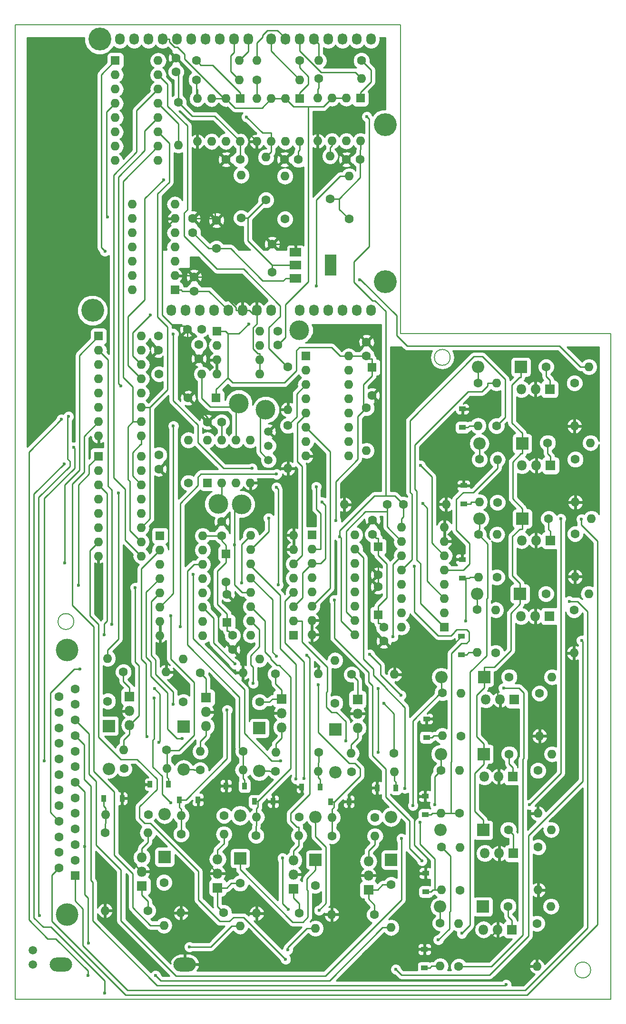
<source format=gtl>
G04 This is an RS-274x file exported by *
G04 gerbv version 2.6.0 *
G04 More information is available about gerbv at *
G04 http://gerbv.gpleda.org/ *
G04 --End of header info--*
%MOIN*%
%FSLAX34Y34*%
%IPPOS*%
G04 --Define apertures--*
%ADD10C,0.0059*%
%ADD11O,0.0680X0.0800*%
%ADD12R,0.0630X0.0630*%
%ADD13O,0.0630X0.0630*%
%ADD14C,0.0630*%
%ADD15C,0.1378*%
%ADD16C,0.1600*%
%ADD17O,0.1575X0.0984*%
%ADD18R,0.0787X0.0591*%
%ADD19R,0.0787X0.1496*%
%ADD20C,0.1575*%
%ADD21O,0.0866X0.0866*%
%ADD22R,0.0866X0.0866*%
%ADD23R,0.0709X0.0709*%
%ADD24O,0.0709X0.0709*%
%ADD25R,0.0354X0.0472*%
%ADD26R,0.0472X0.0354*%
%ADD27C,0.0591*%
%ADD28C,0.0236*%
%ADD29C,0.0098*%
%ADD30C,0.0100*%
G04 --Start main section--*
G54D10*
G01X0021423Y-048425D02*
G75*
G03X0021423Y-048425I-000557J0000000D01*
G01X0047801Y-029921D02*
G75*
G03X0047801Y-029921I-000557J0000000D01*
G01X0057643Y-072835D02*
G75*
G03X0057643Y-072835I-000557J0000000D01*
G01X0059055Y-028268D02*
G01X0059055Y-074882D01*
G01X0044331Y-028268D02*
G01X0059055Y-028268D01*
G01X0017323Y-074882D02*
G01X0017323Y-006614D01*
G01X0044331Y-028268D02*
G01X0044331Y-006614D01*
G01X0044331Y-006614D02*
G01X0017323Y-006614D01*
G01X0017323Y-074882D02*
G01X0059055Y-074882D01*
G54D11*
G01X0035243Y-007624D03*
G01X0036243Y-007624D03*
G01X0037243Y-007624D03*
G01X0038243Y-007624D03*
G01X0039243Y-007624D03*
G01X0040243Y-007624D03*
G01X0041243Y-007624D03*
G01X0042243Y-007624D03*
G54D12*
G01X0024331Y-009134D03*
G54D13*
G01X0027331Y-016134D03*
G01X0024331Y-010134D03*
G01X0027331Y-015134D03*
G01X0024331Y-011134D03*
G01X0027331Y-014134D03*
G01X0024331Y-012134D03*
G01X0027331Y-013134D03*
G01X0024331Y-013134D03*
G01X0027331Y-012134D03*
G01X0024331Y-014134D03*
G01X0027331Y-011134D03*
G01X0024331Y-015134D03*
G01X0027331Y-010134D03*
G01X0024331Y-016134D03*
G01X0027331Y-009134D03*
G54D12*
G01X0042756Y-043179D03*
G54D14*
G01X0042756Y-045148D03*
G54D12*
G01X0047390Y-048813D03*
G54D13*
G01X0044390Y-041813D03*
G01X0047390Y-047813D03*
G01X0044390Y-042813D03*
G01X0047390Y-046813D03*
G01X0044390Y-043813D03*
G01X0047390Y-045813D03*
G01X0044390Y-044813D03*
G01X0047390Y-044813D03*
G01X0044390Y-045813D03*
G01X0047390Y-043813D03*
G01X0044390Y-046813D03*
G01X0047390Y-042813D03*
G01X0044390Y-047813D03*
G01X0047390Y-041813D03*
G01X0044390Y-048813D03*
G54D15*
G01X0034862Y-033593D03*
G54D14*
G01X0032096Y-045640D03*
G54D12*
G01X0032096Y-043671D03*
G01X0037243Y-011797D03*
G54D13*
G01X0034243Y-014797D03*
G01X0036243Y-011797D03*
G01X0035243Y-014797D03*
G01X0035243Y-011797D03*
G01X0036243Y-014797D03*
G01X0034243Y-011797D03*
G01X0037243Y-014797D03*
G54D14*
G01X0036181Y-016063D03*
G01X0037165Y-016063D03*
G54D11*
G01X0028243Y-026624D03*
G01X0029243Y-026624D03*
G01X0030243Y-026624D03*
G01X0031243Y-026624D03*
G01X0032243Y-026624D03*
G01X0033243Y-026624D03*
G01X0034243Y-026624D03*
G01X0035243Y-026624D03*
G01X0037243Y-026624D03*
G01X0038243Y-026624D03*
G01X0039243Y-026624D03*
G01X0040243Y-026624D03*
G01X0041243Y-026624D03*
G01X0042243Y-026624D03*
G01X0024643Y-007624D03*
G01X0025643Y-007624D03*
G01X0026643Y-007624D03*
G01X0027643Y-007624D03*
G01X0028643Y-007624D03*
G01X0029643Y-007624D03*
G01X0030643Y-007624D03*
G01X0031643Y-007624D03*
G01X0032643Y-007624D03*
G01X0033643Y-007624D03*
G54D16*
G01X0022743Y-026624D03*
G01X0043243Y-024624D03*
G01X0023243Y-007624D03*
G01X0043243Y-013624D03*
G54D17*
G01X0029193Y-072441D03*
G01X0020531Y-072441D03*
G54D14*
G01X0031417Y-022283D03*
G01X0031417Y-020315D03*
G01X0029843Y-024291D03*
G01X0029843Y-025276D03*
G01X0029764Y-021181D03*
G01X0029764Y-020197D03*
G01X0035318Y-021974D03*
G01X0035318Y-023943D03*
G54D13*
G01X0025504Y-025197D03*
G01X0028504Y-019197D03*
G01X0025504Y-024197D03*
G01X0028504Y-020197D03*
G01X0025504Y-023197D03*
G01X0028504Y-021197D03*
G01X0025504Y-022197D03*
G01X0028504Y-022197D03*
G01X0025504Y-021197D03*
G01X0028504Y-023197D03*
G01X0025504Y-020197D03*
G01X0028504Y-024197D03*
G01X0025504Y-019197D03*
G54D12*
G01X0028504Y-025197D03*
G54D18*
G01X0036949Y-022559D03*
G01X0036949Y-024370D03*
G01X0036949Y-023465D03*
G54D19*
G01X0039429Y-023465D03*
G54D14*
G01X0041496Y-016063D03*
G01X0040512Y-016063D03*
G01X0032087Y-016063D03*
G01X0033071Y-016063D03*
G54D13*
G01X0026159Y-028429D03*
G01X0023159Y-035429D03*
G01X0026159Y-029429D03*
G01X0023159Y-034429D03*
G01X0026159Y-030429D03*
G01X0023159Y-033429D03*
G01X0026159Y-031429D03*
G01X0023159Y-032429D03*
G01X0026159Y-032429D03*
G01X0023159Y-031429D03*
G01X0026159Y-033429D03*
G01X0023159Y-030429D03*
G01X0026159Y-034429D03*
G01X0023159Y-029429D03*
G01X0026159Y-035429D03*
G54D12*
G01X0023159Y-028429D03*
G01X0023141Y-036837D03*
G54D13*
G01X0026141Y-043837D03*
G01X0023141Y-037837D03*
G01X0026141Y-042837D03*
G01X0023141Y-038837D03*
G01X0026141Y-041837D03*
G01X0023141Y-039837D03*
G01X0026141Y-040837D03*
G01X0023141Y-040837D03*
G01X0026141Y-039837D03*
G01X0023141Y-041837D03*
G01X0026141Y-038837D03*
G01X0023141Y-042837D03*
G01X0026141Y-037837D03*
G01X0023141Y-043837D03*
G01X0026141Y-036837D03*
G54D12*
G01X0041504Y-011768D03*
G54D13*
G01X0038504Y-014768D03*
G01X0040504Y-011768D03*
G01X0039504Y-014768D03*
G01X0039504Y-011768D03*
G01X0040504Y-014768D03*
G01X0038504Y-011768D03*
G01X0041504Y-014768D03*
G54D12*
G01X0033070Y-011797D03*
G54D13*
G01X0030070Y-014797D03*
G01X0032070Y-011797D03*
G01X0031070Y-014797D03*
G01X0031070Y-011797D03*
G01X0032070Y-014797D03*
G01X0030070Y-011797D03*
G01X0033070Y-014797D03*
G54D20*
G01X0020957Y-068959D03*
G01X0020957Y-050415D03*
G54D14*
G01X0020398Y-053689D03*
G01X0020398Y-054780D03*
G01X0020398Y-055870D03*
G01X0020398Y-056961D03*
G01X0020398Y-058051D03*
G01X0020398Y-059142D03*
G01X0020398Y-060232D03*
G01X0020398Y-061323D03*
G01X0020398Y-062413D03*
G01X0020398Y-063504D03*
G01X0020398Y-064594D03*
G01X0020398Y-065685D03*
G01X0021516Y-053144D03*
G01X0021516Y-054234D03*
G01X0021516Y-055325D03*
G01X0021516Y-056415D03*
G01X0021516Y-057506D03*
G01X0021516Y-058596D03*
G01X0021516Y-059687D03*
G01X0021516Y-060778D03*
G01X0021516Y-061868D03*
G01X0021516Y-062959D03*
G01X0021516Y-064049D03*
G01X0021516Y-065140D03*
G54D12*
G01X0021516Y-066230D03*
G54D14*
G01X0041929Y-028848D03*
G01X0041929Y-029833D03*
G01X0042323Y-032589D03*
G54D12*
G01X0042323Y-030620D03*
G54D14*
G01X0043138Y-048813D03*
G01X0043138Y-049797D03*
G01X0032539Y-049400D03*
G01X0032539Y-050384D03*
G01X0042362Y-041329D03*
G01X0042362Y-042313D03*
G01X0031781Y-041427D03*
G01X0031781Y-042411D03*
G54D12*
G01X0042746Y-047953D03*
G54D14*
G01X0042746Y-045984D03*
G01X0032163Y-046528D03*
G54D12*
G01X0032163Y-048497D03*
G54D14*
G01X0030787Y-034459D03*
G01X0031772Y-034459D03*
G54D12*
G01X0031398Y-032766D03*
G54D14*
G01X0029429Y-032766D03*
G01X0030177Y-030010D03*
G01X0030177Y-029026D03*
G01X0030374Y-027953D03*
G01X0029390Y-027953D03*
G01X0035709Y-029055D03*
G01X0035709Y-028071D03*
G01X0027332Y-028429D03*
G01X0027332Y-029414D03*
G01X0027393Y-037742D03*
G01X0027393Y-036758D03*
G01X0028583Y-009921D03*
G01X0028583Y-008937D03*
G54D21*
G01X0029111Y-058803D03*
G54D22*
G01X0029111Y-055803D03*
G01X0039740Y-055982D03*
G54D21*
G01X0039740Y-058982D03*
G01X0038365Y-062109D03*
G54D22*
G01X0038365Y-065109D03*
G54D21*
G01X0027774Y-061913D03*
G54D22*
G01X0027774Y-064913D03*
G54D21*
G01X0047140Y-057706D03*
G54D22*
G01X0050140Y-057706D03*
G01X0052690Y-046480D03*
G54D21*
G01X0049690Y-046480D03*
G01X0034420Y-058898D03*
G54D22*
G01X0034420Y-055898D03*
G54D21*
G01X0043654Y-062114D03*
G54D22*
G01X0043654Y-065114D03*
G01X0033069Y-065010D03*
G54D21*
G01X0033069Y-062010D03*
G54D22*
G01X0050167Y-052326D03*
G54D21*
G01X0047167Y-052326D03*
G54D22*
G01X0050104Y-063035D03*
G54D21*
G01X0047104Y-063035D03*
G01X0049743Y-030599D03*
G54D22*
G01X0052743Y-030599D03*
G01X0052844Y-041222D03*
G54D21*
G01X0049844Y-041222D03*
G54D22*
G01X0023871Y-055737D03*
G54D21*
G01X0023871Y-058737D03*
G54D22*
G01X0052837Y-035946D03*
G54D21*
G01X0049837Y-035946D03*
G54D22*
G01X0050088Y-068402D03*
G54D21*
G01X0047088Y-068402D03*
G54D23*
G01X0030687Y-053765D03*
G54D24*
G01X0030687Y-054765D03*
G01X0030687Y-055765D03*
G01X0041307Y-055880D03*
G01X0041307Y-054880D03*
G54D23*
G01X0041307Y-053880D03*
G01X0036813Y-067139D03*
G54D24*
G01X0036813Y-066139D03*
G01X0036813Y-065139D03*
G01X0026187Y-064946D03*
G01X0026187Y-065946D03*
G54D23*
G01X0026187Y-066946D03*
G54D24*
G01X0050189Y-059286D03*
G01X0051189Y-059286D03*
G54D23*
G01X0052189Y-059286D03*
G54D24*
G01X0052755Y-048055D03*
G01X0053755Y-048055D03*
G54D23*
G01X0054755Y-048055D03*
G01X0035984Y-053844D03*
G54D24*
G01X0035984Y-054844D03*
G01X0035984Y-055844D03*
G01X0042070Y-065218D03*
G01X0042070Y-066218D03*
G54D23*
G01X0042070Y-067218D03*
G01X0031493Y-067071D03*
G54D24*
G01X0031493Y-066071D03*
G01X0031493Y-065071D03*
G54D23*
G01X0052289Y-053893D03*
G54D24*
G01X0051289Y-053893D03*
G01X0050289Y-053893D03*
G54D23*
G01X0052226Y-064661D03*
G54D24*
G01X0051226Y-064661D03*
G01X0050226Y-064661D03*
G01X0052766Y-032146D03*
G01X0053766Y-032146D03*
G54D23*
G01X0054766Y-032146D03*
G54D24*
G01X0052799Y-042739D03*
G01X0053799Y-042739D03*
G54D23*
G01X0054799Y-042739D03*
G01X0025328Y-053689D03*
G54D24*
G01X0025328Y-054689D03*
G01X0025328Y-055689D03*
G01X0052828Y-037494D03*
G01X0053828Y-037494D03*
G54D23*
G01X0054828Y-037494D03*
G54D24*
G01X0050131Y-070008D03*
G01X0051131Y-070008D03*
G54D23*
G01X0052131Y-070008D03*
G54D14*
G01X0036417Y-034695D03*
G54D13*
G01X0036417Y-037695D03*
G01X0041929Y-036455D03*
G54D14*
G01X0041929Y-033455D03*
G01X0036417Y-030581D03*
G54D13*
G01X0036417Y-033581D03*
G54D14*
G01X0044508Y-040217D03*
G54D13*
G01X0047508Y-040217D03*
G01X0040376Y-040226D03*
G54D14*
G01X0043376Y-040226D03*
G01X0029449Y-038711D03*
G54D13*
G01X0029449Y-035711D03*
G54D14*
G01X0027392Y-031093D03*
G54D13*
G01X0030392Y-031093D03*
G54D14*
G01X0029091Y-054051D03*
G54D13*
G01X0029091Y-051051D03*
G01X0033273Y-052004D03*
G54D14*
G01X0030273Y-052004D03*
G01X0030273Y-058815D03*
G54D13*
G01X0033273Y-058815D03*
G01X0030284Y-057515D03*
G54D14*
G01X0033284Y-057515D03*
G54D13*
G01X0039728Y-051141D03*
G54D14*
G01X0039728Y-054141D03*
G54D13*
G01X0043889Y-052133D03*
G54D14*
G01X0040889Y-052133D03*
G54D13*
G01X0043869Y-058964D03*
G54D14*
G01X0040869Y-058964D03*
G01X0043861Y-057645D03*
G54D13*
G01X0040861Y-057645D03*
G54D14*
G01X0038345Y-066920D03*
G54D13*
G01X0038345Y-069920D03*
G01X0034223Y-068869D03*
G54D14*
G01X0037223Y-068869D03*
G01X0037223Y-062117D03*
G54D13*
G01X0034223Y-062117D03*
G01X0037192Y-063417D03*
G54D14*
G01X0034192Y-063417D03*
G54D13*
G01X0027735Y-069704D03*
G54D14*
G01X0027735Y-066704D03*
G01X0026613Y-068672D03*
G54D13*
G01X0023613Y-068672D03*
G54D14*
G01X0026633Y-061940D03*
G54D13*
G01X0023633Y-061940D03*
G01X0026601Y-063220D03*
G54D14*
G01X0023601Y-063220D03*
G01X0051931Y-057706D03*
G54D13*
G01X0054931Y-057706D03*
G01X0053939Y-061868D03*
G54D14*
G01X0053939Y-058868D03*
G01X0047148Y-058848D03*
G54D13*
G01X0047148Y-061848D03*
G54D14*
G01X0048447Y-061860D03*
G54D13*
G01X0048447Y-058860D03*
G01X0057501Y-046480D03*
G54D14*
G01X0054501Y-046480D03*
G01X0056470Y-047621D03*
G54D13*
G01X0056470Y-050621D03*
G54D14*
G01X0049698Y-047602D03*
G54D13*
G01X0049698Y-050602D03*
G01X0050997Y-047613D03*
G54D14*
G01X0050997Y-050613D03*
G54D13*
G01X0034440Y-051067D03*
G54D14*
G01X0034440Y-054067D03*
G01X0035562Y-052098D03*
G54D13*
G01X0038562Y-052098D03*
G54D14*
G01X0035562Y-058909D03*
G54D13*
G01X0038562Y-058909D03*
G01X0035574Y-057591D03*
G54D14*
G01X0038574Y-057591D03*
G54D13*
G01X0043654Y-069866D03*
G54D14*
G01X0043654Y-066866D03*
G01X0042492Y-068952D03*
G54D13*
G01X0039492Y-068952D03*
G54D14*
G01X0042531Y-062141D03*
G54D13*
G01X0039531Y-062141D03*
G54D14*
G01X0039520Y-063441D03*
G54D13*
G01X0042520Y-063441D03*
G01X0033069Y-069762D03*
G54D14*
G01X0033069Y-066762D03*
G01X0031927Y-068829D03*
G54D13*
G01X0028927Y-068829D03*
G01X0028947Y-062018D03*
G54D14*
G01X0031947Y-062018D03*
G01X0028935Y-063317D03*
G54D13*
G01X0031935Y-063317D03*
G01X0054925Y-052309D03*
G54D14*
G01X0051925Y-052309D03*
G01X0054051Y-053451D03*
G54D13*
G01X0054051Y-056451D03*
G01X0047240Y-056431D03*
G54D14*
G01X0047240Y-053431D03*
G54D13*
G01X0048539Y-053463D03*
G54D14*
G01X0048539Y-056463D03*
G01X0051866Y-063006D03*
G54D13*
G01X0054866Y-063006D03*
G54D14*
G01X0053952Y-064227D03*
G54D13*
G01X0053952Y-067227D03*
G54D14*
G01X0047181Y-064227D03*
G54D13*
G01X0047181Y-067227D03*
G01X0048480Y-064239D03*
G54D14*
G01X0048480Y-067239D03*
G54D13*
G01X0057516Y-030582D03*
G54D14*
G01X0054516Y-030582D03*
G01X0056504Y-031724D03*
G54D13*
G01X0056504Y-034724D03*
G54D14*
G01X0049752Y-031704D03*
G54D13*
G01X0049752Y-034704D03*
G01X0051032Y-031716D03*
G54D14*
G01X0051032Y-034716D03*
G01X0054695Y-041222D03*
G54D13*
G01X0057695Y-041222D03*
G01X0056545Y-045285D03*
G54D14*
G01X0056545Y-042285D03*
G54D13*
G01X0049774Y-045325D03*
G54D14*
G01X0049774Y-042325D03*
G01X0051073Y-045317D03*
G54D13*
G01X0051073Y-042317D03*
G54D14*
G01X0023792Y-054004D03*
G54D13*
G01X0023792Y-051004D03*
G01X0027895Y-051957D03*
G54D14*
G01X0024895Y-051957D03*
G01X0024934Y-058729D03*
G54D13*
G01X0027934Y-058729D03*
G01X0024926Y-057430D03*
G54D14*
G01X0027926Y-057430D03*
G54D13*
G01X0057629Y-035907D03*
G54D14*
G01X0054629Y-035907D03*
G01X0056558Y-037068D03*
G54D13*
G01X0056558Y-040068D03*
G54D14*
G01X0049845Y-037068D03*
G54D13*
G01X0049845Y-040068D03*
G01X0051105Y-037080D03*
G54D14*
G01X0051105Y-040080D03*
G01X0051862Y-068374D03*
G54D13*
G01X0054862Y-068374D03*
G01X0053870Y-072574D03*
G54D14*
G01X0053870Y-069574D03*
G54D13*
G01X0047098Y-072555D03*
G54D14*
G01X0047098Y-069555D03*
G01X0048397Y-072586D03*
G54D13*
G01X0048397Y-069586D03*
G01X0038575Y-009134D03*
G54D14*
G01X0041575Y-009134D03*
G01X0038583Y-010394D03*
G54D13*
G01X0041583Y-010394D03*
G54D14*
G01X0040709Y-020236D03*
G54D13*
G01X0040709Y-017236D03*
G01X0039370Y-015819D03*
G54D14*
G01X0039370Y-018819D03*
G54D13*
G01X0034244Y-009134D03*
G54D14*
G01X0037244Y-009134D03*
G01X0034252Y-010472D03*
G54D13*
G01X0037252Y-010472D03*
G54D14*
G01X0036220Y-020236D03*
G54D13*
G01X0036220Y-017236D03*
G01X0034882Y-015898D03*
G54D14*
G01X0034882Y-018898D03*
G54D13*
G01X0033000Y-009134D03*
G54D14*
G01X0030000Y-009134D03*
G01X0030000Y-010472D03*
G54D13*
G01X0033000Y-010472D03*
G54D14*
G01X0033150Y-020157D03*
G54D13*
G01X0033150Y-017157D03*
G01X0028740Y-015047D03*
G54D14*
G01X0028740Y-012047D03*
G54D13*
G01X0040677Y-029833D03*
G01X0037677Y-036833D03*
G01X0040677Y-030833D03*
G01X0037677Y-035833D03*
G01X0040677Y-031833D03*
G01X0037677Y-034833D03*
G01X0040677Y-032833D03*
G01X0037677Y-033833D03*
G01X0040677Y-033833D03*
G01X0037677Y-032833D03*
G01X0040677Y-034833D03*
G01X0037677Y-031833D03*
G01X0040677Y-035833D03*
G01X0037677Y-030833D03*
G01X0040677Y-036833D03*
G54D12*
G01X0037677Y-029833D03*
G54D13*
G01X0030451Y-042411D03*
G01X0027451Y-049411D03*
G01X0030451Y-043411D03*
G01X0027451Y-048411D03*
G01X0030451Y-044411D03*
G01X0027451Y-047411D03*
G01X0030451Y-045411D03*
G01X0027451Y-046411D03*
G01X0030451Y-046411D03*
G01X0027451Y-045411D03*
G01X0030451Y-047411D03*
G01X0027451Y-044411D03*
G01X0030451Y-048411D03*
G01X0027451Y-043411D03*
G01X0030451Y-049411D03*
G54D12*
G01X0027451Y-042411D03*
G54D13*
G01X0033821Y-049380D03*
G01X0036821Y-042380D03*
G01X0033821Y-048380D03*
G01X0036821Y-043380D03*
G01X0033821Y-047380D03*
G01X0036821Y-044380D03*
G01X0033821Y-046380D03*
G01X0036821Y-045380D03*
G01X0033821Y-045380D03*
G01X0036821Y-046380D03*
G01X0033821Y-044380D03*
G01X0036821Y-047380D03*
G01X0033821Y-043380D03*
G01X0036821Y-048380D03*
G01X0033821Y-042380D03*
G54D12*
G01X0036821Y-049380D03*
G01X0038110Y-042347D03*
G54D13*
G01X0041110Y-049347D03*
G01X0038110Y-043347D03*
G01X0041110Y-048347D03*
G01X0038110Y-044347D03*
G01X0041110Y-047347D03*
G01X0038110Y-045347D03*
G01X0041110Y-046347D03*
G01X0038110Y-046347D03*
G01X0041110Y-045347D03*
G01X0038110Y-047347D03*
G01X0041110Y-044347D03*
G01X0038110Y-048347D03*
G01X0041110Y-043347D03*
G01X0038110Y-049347D03*
G01X0041110Y-042347D03*
G54D12*
G01X0030787Y-038711D03*
G54D13*
G01X0033787Y-035711D03*
G01X0031787Y-038711D03*
G01X0032787Y-035711D03*
G01X0032787Y-038711D03*
G01X0031787Y-035711D03*
G01X0033787Y-038711D03*
G01X0030787Y-035711D03*
G01X0034437Y-028091D03*
G01X0031437Y-031091D03*
G01X0034437Y-029091D03*
G01X0031437Y-030091D03*
G01X0034437Y-030091D03*
G01X0031437Y-029091D03*
G01X0034437Y-031091D03*
G54D12*
G01X0031437Y-028091D03*
G54D25*
G01X0033383Y-059937D03*
G01X0032084Y-059937D03*
G01X0042680Y-060086D03*
G01X0043980Y-060086D03*
G01X0035392Y-061035D03*
G01X0034093Y-061035D03*
G01X0023503Y-060818D03*
G01X0024802Y-060818D03*
G54D26*
G01X0046045Y-060659D03*
G01X0046045Y-061958D03*
G01X0048596Y-049452D03*
G01X0048596Y-050751D03*
G54D25*
G01X0037393Y-060012D03*
G01X0038692Y-060012D03*
G01X0040701Y-061039D03*
G01X0039402Y-061039D03*
G01X0028817Y-060915D03*
G01X0030116Y-060915D03*
G54D26*
G01X0046137Y-056541D03*
G01X0046137Y-055242D03*
G01X0046078Y-067357D03*
G01X0046078Y-066057D03*
G01X0048650Y-034834D03*
G01X0048650Y-033535D03*
G01X0048632Y-045376D03*
G01X0048632Y-044077D03*
G54D25*
G01X0026765Y-059831D03*
G01X0028064Y-059831D03*
G54D26*
G01X0048743Y-040198D03*
G01X0048743Y-038899D03*
G01X0045996Y-071385D03*
G01X0045996Y-072685D03*
G54D15*
G01X0031535Y-040187D03*
G01X0033169Y-040207D03*
G01X0032972Y-033140D03*
G01X0037224Y-028012D03*
G54D27*
G01X0035059Y-037112D03*
G01X0035059Y-036112D03*
G01X0035059Y-035112D03*
G01X0018553Y-071459D03*
G01X0018553Y-072459D03*
G54D28*
G01X0045820Y-065188D03*
G01X0039672Y-046909D03*
G01X0025722Y-046050D03*
G01X0053348Y-061257D03*
G01X0055540Y-041218D03*
G01X0038407Y-038980D03*
G01X0040475Y-056782D03*
G01X0042748Y-057575D03*
G01X0042751Y-053117D03*
G01X0026565Y-056478D03*
G01X0037543Y-059407D03*
G01X0037745Y-050785D03*
G01X0028999Y-056626D03*
G01X0028391Y-054227D03*
G01X0051534Y-053081D03*
G01X0028229Y-048032D03*
G01X0048885Y-048379D03*
G01X0045695Y-062502D03*
G01X0044615Y-060118D03*
G01X0044342Y-053595D03*
G01X0042160Y-050734D03*
G01X0032163Y-054615D03*
G01X0033990Y-052743D03*
G01X0038542Y-052857D03*
G01X0035620Y-050837D03*
G01X0029781Y-045122D03*
G01X0035928Y-058191D03*
G01X0043790Y-049485D03*
G01X0045287Y-044556D03*
G01X0036977Y-059456D03*
G01X0043139Y-054164D03*
G01X0032702Y-051402D03*
G01X0024150Y-066237D03*
G01X0039794Y-041366D03*
G01X0033673Y-027583D03*
G01X0027369Y-056886D03*
G01X0027068Y-053125D03*
G01X0021841Y-051743D03*
G01X0022189Y-064177D03*
G01X0022456Y-070950D03*
G01X0038605Y-068647D03*
G01X0046715Y-061253D03*
G01X0036038Y-065001D03*
G01X0036436Y-068598D03*
G01X0056989Y-041251D03*
G01X0056135Y-047007D03*
G01X0028217Y-061130D03*
G01X0027043Y-053794D03*
G01X0044372Y-063635D03*
G01X0045179Y-061311D03*
G01X0046962Y-070722D03*
G01X0051705Y-073849D03*
G01X0048604Y-070269D03*
G01X0023771Y-020073D03*
G01X0024716Y-031909D03*
G01X0033520Y-013074D03*
G01X0027707Y-017470D03*
G01X0023601Y-022481D03*
G01X0033186Y-045704D03*
G01X0041952Y-013054D03*
G01X0040058Y-042476D03*
G01X0035068Y-041177D03*
G01X0038426Y-024919D03*
G01X0026788Y-026944D03*
G01X0020791Y-044325D03*
G01X0035746Y-045850D03*
G01X0035617Y-039019D03*
G01X0033913Y-037696D03*
G01X0028398Y-028272D03*
G01X0036411Y-071421D03*
G01X0021054Y-034063D03*
G01X0019023Y-069010D03*
G01X0021739Y-045870D03*
G01X0023549Y-049351D03*
G01X0056999Y-049749D03*
G01X0043978Y-072784D03*
G01X0036261Y-072084D03*
G01X0024545Y-039418D03*
G01X0024097Y-048610D03*
G01X0027140Y-073213D03*
G01X0022405Y-073213D03*
G01X0020548Y-034266D03*
G01X0029525Y-071214D03*
G01X0019358Y-058197D03*
G01X0021410Y-036220D03*
G01X0023575Y-074458D03*
G01X0020743Y-037370D03*
G01X0041449Y-024474D03*
G01X0035629Y-038099D03*
G01X0028887Y-048790D03*
G01X0028397Y-034719D03*
G01X0045719Y-037488D03*
G01X0038810Y-040051D03*
G01X0045866Y-040158D03*
G01X0032697Y-043049D03*
G54D29*
G01X0032717Y-012441D02*
G01X0034600Y-012441D01*
G01X0034600Y-012441D02*
G01X0035243Y-011797D01*
G01X0032388Y-012112D02*
G01X0032717Y-012441D01*
G01X0032070Y-011797D02*
G01X0032385Y-012112D01*
G01X0032385Y-012112D02*
G01X0032388Y-012112D01*
G01X0032643Y-008548D02*
G01X0032402Y-008789D01*
G01X0032643Y-007624D02*
G01X0032643Y-008548D01*
G01X0032608Y-010081D02*
G01X0033000Y-010472D01*
G01X0032557Y-010030D02*
G01X0032608Y-010081D01*
G01X0032402Y-008789D02*
G01X0032402Y-009874D01*
G01X0032402Y-009874D02*
G01X0032608Y-010081D01*
G01X0034656Y-007343D02*
G01X0034980Y-007018D01*
G01X0034244Y-007901D02*
G01X0034656Y-007490D01*
G01X0034656Y-007490D02*
G01X0034656Y-007343D01*
G01X0034244Y-009134D02*
G01X0034244Y-007901D01*
G01X0034980Y-007018D02*
G01X0035697Y-007018D01*
G01X0035697Y-007018D02*
G01X0036243Y-007564D01*
G01X0036243Y-007564D02*
G01X0036243Y-007624D01*
G01X0039672Y-049583D02*
G01X0039672Y-046909D01*
G01X0042076Y-051987D02*
G01X0039672Y-049583D01*
G01X0042076Y-052663D02*
G01X0042076Y-051987D01*
G01X0042342Y-052929D02*
G01X0042076Y-052663D01*
G01X0042342Y-057810D02*
G01X0042342Y-052929D01*
G01X0043269Y-058737D02*
G01X0042342Y-057810D01*
G01X0043269Y-060708D02*
G01X0043269Y-058737D01*
G01X0044957Y-062396D02*
G01X0043269Y-060708D01*
G01X0044957Y-064326D02*
G01X0044957Y-062396D01*
G01X0045820Y-065188D02*
G01X0044957Y-064326D01*
G01X0048716Y-044813D02*
G01X0047390Y-044813D01*
G01X0049154Y-044375D02*
G01X0048716Y-044813D01*
G01X0049154Y-042966D02*
G01X0049154Y-044375D01*
G01X0048221Y-042033D02*
G01X0049154Y-042966D01*
G01X0048221Y-039861D02*
G01X0048221Y-042033D01*
G01X0048706Y-039376D02*
G01X0048221Y-039861D01*
G01X0049409Y-039376D02*
G01X0048706Y-039376D01*
G01X0051105Y-037680D02*
G01X0049409Y-039376D01*
G01X0051105Y-037080D02*
G01X0051105Y-037680D01*
G01X0025722Y-051263D02*
G01X0025722Y-046050D01*
G01X0025982Y-051524D02*
G01X0025722Y-051263D01*
G01X0025982Y-055035D02*
G01X0025982Y-051524D01*
G01X0025328Y-055689D02*
G01X0025982Y-055035D01*
G01X0024926Y-056731D02*
G01X0025328Y-056329D01*
G01X0024926Y-057430D02*
G01X0024926Y-056731D01*
G01X0025328Y-055689D02*
G01X0025328Y-056329D01*
G01X0045714Y-047137D02*
G01X0047390Y-048813D01*
G01X0045714Y-044357D02*
G01X0045714Y-047137D01*
G01X0045462Y-044105D02*
G01X0045714Y-044357D01*
G01X0045462Y-039303D02*
G01X0045462Y-044105D01*
G01X0045316Y-039156D02*
G01X0045462Y-039303D01*
G01X0045316Y-036047D02*
G01X0045316Y-039156D01*
G01X0049046Y-032317D02*
G01X0045316Y-036047D01*
G01X0050019Y-032317D02*
G01X0049046Y-032317D01*
G01X0050431Y-031904D02*
G01X0050019Y-032317D01*
G01X0050431Y-031716D02*
G01X0050431Y-031904D01*
G01X0051032Y-031716D02*
G01X0050431Y-031716D01*
G01X0038110Y-043347D02*
G01X0038711Y-043347D01*
G01X0055540Y-059065D02*
G01X0055540Y-041218D01*
G01X0053348Y-061257D02*
G01X0055540Y-059065D01*
G01X0038711Y-040851D02*
G01X0038711Y-043347D01*
G01X0038407Y-040547D02*
G01X0038711Y-040851D01*
G01X0038407Y-038980D02*
G01X0038407Y-040547D01*
G01X0031935Y-063317D02*
G01X0031935Y-063617D01*
G01X0031493Y-065071D02*
G01X0031493Y-064431D01*
G01X0031935Y-063989D02*
G01X0031493Y-064431D01*
G01X0031935Y-063617D02*
G01X0031935Y-063989D01*
G01X0036821Y-048380D02*
G01X0037421Y-048380D01*
G01X0040475Y-055435D02*
G01X0040475Y-056782D01*
G01X0039823Y-054783D02*
G01X0040475Y-055435D01*
G01X0039480Y-054783D02*
G01X0039823Y-054783D01*
G01X0039107Y-054410D02*
G01X0039480Y-054783D01*
G01X0039107Y-053380D02*
G01X0039107Y-054410D01*
G01X0039175Y-053311D02*
G01X0039107Y-053380D01*
G01X0039175Y-051621D02*
G01X0039175Y-053311D01*
G01X0037421Y-049867D02*
G01X0039175Y-051621D01*
G01X0037421Y-048380D02*
G01X0037421Y-049867D01*
G01X0042070Y-064491D02*
G01X0042070Y-065218D01*
G01X0042520Y-064041D02*
G01X0042070Y-064491D01*
G01X0042520Y-063441D02*
G01X0042520Y-064041D01*
G01X0042735Y-053133D02*
G01X0042751Y-053117D01*
G01X0042735Y-057563D02*
G01X0042735Y-053133D01*
G01X0042748Y-057575D02*
G01X0042735Y-057563D01*
G01X0026149Y-044713D02*
G01X0027451Y-043411D01*
G01X0026149Y-051050D02*
G01X0026149Y-044713D01*
G01X0026484Y-051385D02*
G01X0026149Y-051050D01*
G01X0026484Y-056398D02*
G01X0026484Y-051385D01*
G01X0026565Y-056478D02*
G01X0026484Y-056398D01*
G01X0035984Y-056580D02*
G01X0035984Y-055844D01*
G01X0035574Y-056990D02*
G01X0035984Y-056580D01*
G01X0035574Y-057591D02*
G01X0035574Y-056990D01*
G01X0026601Y-063892D02*
G01X0026187Y-064306D01*
G01X0026601Y-063220D02*
G01X0026601Y-063892D01*
G01X0026187Y-064946D02*
G01X0026187Y-064306D01*
G01X0036213Y-046987D02*
G01X0036821Y-046380D01*
G01X0036213Y-049912D02*
G01X0036213Y-046987D01*
G01X0037543Y-051241D02*
G01X0036213Y-049912D01*
G01X0037543Y-059407D02*
G01X0037543Y-051241D01*
G01X0037192Y-063637D02*
G01X0037192Y-063930D01*
G01X0037192Y-063930D02*
G01X0037192Y-064010D01*
G01X0037192Y-064010D02*
G01X0037192Y-064017D01*
G01X0037192Y-064120D02*
G01X0036813Y-064499D01*
G01X0037192Y-064017D02*
G01X0037192Y-064120D01*
G01X0037192Y-063637D02*
G01X0037192Y-063417D01*
G01X0037192Y-063417D02*
G01X0037192Y-062816D01*
G01X0037957Y-050997D02*
G01X0037745Y-050785D01*
G01X0037957Y-060508D02*
G01X0037957Y-050997D01*
G01X0036615Y-061851D02*
G01X0037957Y-060508D01*
G01X0036615Y-062377D02*
G01X0036615Y-061851D01*
G01X0037053Y-062816D02*
G01X0036615Y-062377D01*
G01X0037192Y-062816D02*
G01X0037053Y-062816D01*
G01X0036813Y-065139D02*
G01X0036813Y-064499D01*
G01X0041307Y-055880D02*
G01X0041307Y-056519D01*
G01X0041307Y-056599D02*
G01X0041307Y-056519D01*
G01X0040861Y-057045D02*
G01X0041307Y-056599D01*
G01X0040861Y-057645D02*
G01X0040861Y-057045D01*
G01X0026498Y-046364D02*
G01X0027451Y-045411D01*
G01X0026498Y-050926D02*
G01X0026498Y-046364D01*
G01X0026819Y-051246D02*
G01X0026498Y-050926D01*
G01X0026819Y-052269D02*
G01X0026819Y-051246D01*
G01X0027977Y-053427D02*
G01X0026819Y-052269D01*
G01X0027977Y-055963D02*
G01X0027977Y-053427D01*
G01X0028640Y-056626D02*
G01X0027977Y-055963D01*
G01X0028999Y-056626D02*
G01X0028640Y-056626D01*
G01X0030284Y-057515D02*
G01X0030284Y-056994D01*
G01X0030687Y-056085D02*
G01X0030687Y-056405D01*
G01X0030284Y-056808D02*
G01X0030687Y-056405D01*
G01X0030284Y-056994D02*
G01X0030284Y-056808D01*
G01X0030687Y-056085D02*
G01X0030687Y-055765D01*
G01X0026833Y-047029D02*
G01X0027451Y-046411D01*
G01X0026833Y-050787D02*
G01X0026833Y-047029D01*
G01X0027154Y-051108D02*
G01X0026833Y-050787D01*
G01X0027154Y-052120D02*
G01X0027154Y-051108D01*
G01X0028391Y-053357D02*
G01X0027154Y-052120D01*
G01X0028391Y-054227D02*
G01X0028391Y-053357D01*
G01X0046368Y-072685D02*
G01X0046498Y-072555D01*
G01X0045996Y-072685D02*
G01X0046368Y-072685D01*
G01X0047098Y-072555D02*
G01X0046498Y-072555D01*
G01X0052607Y-053081D02*
G01X0051534Y-053081D01*
G01X0052943Y-053418D02*
G01X0052607Y-053081D01*
G01X0052943Y-057992D02*
G01X0052943Y-053418D01*
G01X0052866Y-058070D02*
G01X0052943Y-057992D01*
G01X0052866Y-070387D02*
G01X0052866Y-058070D01*
G01X0050666Y-072586D02*
G01X0052866Y-070387D01*
G01X0048397Y-072586D02*
G01X0050666Y-072586D01*
G01X0049265Y-040068D02*
G01X0049265Y-040068D01*
G01X0049265Y-040198D02*
G01X0049265Y-040068D01*
G01X0048851Y-040198D02*
G01X0049265Y-040198D01*
G01X0048851Y-040198D02*
G01X0048791Y-040198D01*
G01X0049713Y-040068D02*
G01X0049265Y-040068D01*
G01X0049713Y-040068D02*
G01X0049748Y-040068D01*
G01X0048743Y-040198D02*
G01X0048791Y-040198D01*
G01X0049845Y-040068D02*
G01X0049748Y-040068D01*
G01X0027934Y-058729D02*
G01X0027934Y-058128D01*
G01X0028064Y-059459D02*
G01X0027934Y-059329D01*
G01X0028064Y-059831D02*
G01X0028064Y-059459D01*
G01X0027934Y-058729D02*
G01X0027934Y-059329D01*
G01X0027934Y-058128D02*
G01X0027934Y-057437D01*
G01X0027934Y-057437D02*
G01X0027926Y-057430D01*
G01X0028229Y-051064D02*
G01X0028229Y-048032D01*
G01X0029852Y-052687D02*
G01X0028229Y-051064D01*
G01X0029852Y-056372D02*
G01X0029852Y-052687D01*
G01X0028787Y-057437D02*
G01X0029852Y-056372D01*
G01X0027934Y-057437D02*
G01X0028787Y-057437D01*
G01X0049774Y-045325D02*
G01X0049173Y-045325D01*
G01X0049154Y-045344D02*
G01X0049173Y-045325D01*
G01X0049154Y-045376D02*
G01X0049154Y-045344D01*
G01X0048632Y-045376D02*
G01X0048885Y-045376D01*
G01X0048885Y-045376D02*
G01X0049154Y-045376D01*
G01X0048885Y-045376D02*
G01X0048885Y-048379D01*
G01X0049022Y-034834D02*
G01X0048650Y-034834D01*
G01X0049152Y-034704D02*
G01X0049022Y-034834D01*
G01X0049752Y-034704D02*
G01X0049152Y-034704D01*
G01X0045127Y-044075D02*
G01X0044390Y-044813D01*
G01X0045127Y-039510D02*
G01X0045127Y-044075D01*
G01X0044974Y-039357D02*
G01X0045127Y-039510D01*
G01X0044974Y-034351D02*
G01X0044974Y-039357D01*
G01X0049461Y-029864D02*
G01X0044974Y-034351D01*
G01X0050048Y-029864D02*
G01X0049461Y-029864D01*
G01X0051638Y-031455D02*
G01X0050048Y-029864D01*
G01X0051638Y-034110D02*
G01X0051638Y-031455D01*
G01X0051032Y-034716D02*
G01X0051638Y-034110D01*
G01X0046450Y-067357D02*
G01X0046580Y-067227D01*
G01X0046078Y-067357D02*
G01X0046450Y-067357D01*
G01X0047181Y-067227D02*
G01X0046730Y-067227D01*
G01X0046730Y-067227D02*
G01X0046580Y-067227D01*
G01X0045695Y-064020D02*
G01X0045695Y-062502D01*
G01X0046730Y-065055D02*
G01X0045695Y-064020D01*
G01X0046730Y-067227D02*
G01X0046730Y-065055D01*
G01X0041717Y-043954D02*
G01X0041110Y-043347D01*
G01X0041717Y-051043D02*
G01X0041717Y-043954D01*
G01X0042411Y-051737D02*
G01X0041717Y-051043D01*
G01X0042411Y-052193D02*
G01X0042411Y-051737D01*
G01X0043238Y-053020D02*
G01X0042411Y-052193D01*
G01X0043238Y-053062D02*
G01X0043238Y-053020D01*
G01X0044615Y-054439D02*
G01X0043238Y-053062D01*
G01X0044615Y-060118D02*
G01X0044615Y-054439D01*
G01X0046529Y-056541D02*
G01X0046639Y-056431D01*
G01X0046137Y-056541D02*
G01X0046529Y-056541D01*
G01X0047240Y-056431D02*
G01X0046639Y-056431D01*
G01X0042913Y-051486D02*
G01X0042160Y-050734D01*
G01X0042913Y-052166D02*
G01X0042913Y-051486D01*
G01X0044342Y-053595D02*
G01X0042913Y-052166D01*
G01X0028947Y-061567D02*
G01X0028947Y-062018D01*
G01X0028817Y-061437D02*
G01X0028947Y-061567D01*
G01X0028935Y-062630D02*
G01X0028935Y-063317D01*
G01X0028947Y-062618D02*
G01X0028935Y-062630D01*
G01X0028947Y-062018D02*
G01X0028947Y-062618D01*
G01X0028817Y-061176D02*
G01X0028817Y-061437D01*
G01X0028817Y-061176D02*
G01X0028817Y-060915D01*
G01X0028817Y-060915D02*
G01X0029280Y-060915D01*
G01X0033990Y-051623D02*
G01X0033990Y-052743D01*
G01X0033822Y-051455D02*
G01X0033990Y-051623D01*
G01X0033822Y-050811D02*
G01X0033822Y-051455D01*
G01X0034431Y-050202D02*
G01X0033822Y-050811D01*
G01X0034431Y-048990D02*
G01X0034431Y-050202D01*
G01X0033821Y-048380D02*
G01X0034431Y-048990D01*
G01X0032163Y-058033D02*
G01X0032163Y-054615D01*
G01X0029280Y-060915D02*
G01X0032163Y-058033D01*
G01X0039531Y-062596D02*
G01X0039531Y-062609D01*
G01X0039531Y-062609D02*
G01X0039531Y-062742D01*
G01X0039531Y-062400D02*
G01X0039531Y-062596D01*
G01X0039531Y-062141D02*
G01X0039531Y-062400D01*
G01X0039520Y-062754D02*
G01X0039520Y-063441D01*
G01X0039531Y-062742D02*
G01X0039520Y-062754D01*
G01X0039402Y-061039D02*
G01X0039633Y-061039D01*
G01X0039531Y-062141D02*
G01X0039531Y-061541D01*
G01X0039633Y-061439D02*
G01X0039633Y-061039D01*
G01X0039531Y-061541D02*
G01X0039633Y-061439D01*
G01X0038542Y-056180D02*
G01X0038542Y-052857D01*
G01X0040720Y-058358D02*
G01X0038542Y-056180D01*
G01X0041114Y-058358D02*
G01X0040720Y-058358D01*
G01X0041471Y-058715D02*
G01X0041114Y-058358D01*
G01X0041471Y-059251D02*
G01X0041471Y-058715D01*
G01X0039683Y-061039D02*
G01X0041471Y-059251D01*
G01X0039633Y-061039D02*
G01X0039683Y-061039D01*
G01X0035332Y-050549D02*
G01X0035620Y-050837D01*
G01X0035332Y-050549D02*
G01X0035332Y-050549D01*
G01X0035332Y-046891D02*
G01X0035332Y-050549D01*
G01X0033821Y-045380D02*
G01X0035332Y-046891D01*
G01X0038562Y-058909D02*
G01X0038562Y-058309D01*
G01X0038574Y-058297D02*
G01X0038574Y-057591D01*
G01X0038562Y-058309D02*
G01X0038574Y-058297D01*
G01X0038562Y-059360D02*
G01X0038562Y-058909D01*
G01X0038692Y-059490D02*
G01X0038562Y-059360D01*
G01X0038692Y-060012D02*
G01X0038692Y-059490D01*
G01X0029781Y-049604D02*
G01X0029781Y-045122D01*
G01X0033371Y-053194D02*
G01X0029781Y-049604D01*
G01X0033371Y-056265D02*
G01X0033371Y-053194D01*
G01X0035296Y-058191D02*
G01X0033371Y-056265D01*
G01X0035928Y-058191D02*
G01X0035296Y-058191D01*
G01X0048948Y-050751D02*
G01X0049098Y-050602D01*
G01X0048596Y-050751D02*
G01X0048948Y-050751D01*
G01X0049698Y-050602D02*
G01X0049098Y-050602D01*
G01X0043790Y-044413D02*
G01X0043790Y-049485D01*
G01X0044390Y-043813D02*
G01X0043790Y-044413D01*
G01X0046437Y-061958D02*
G01X0046547Y-061848D01*
G01X0046045Y-061958D02*
G01X0046437Y-061958D01*
G01X0047148Y-061848D02*
G01X0046547Y-061848D01*
G01X0047148Y-061848D02*
G01X0047748Y-061848D01*
G01X0048435Y-061848D02*
G01X0047846Y-061848D01*
G01X0048447Y-061860D02*
G01X0048435Y-061848D01*
G01X0047846Y-061848D02*
G01X0047748Y-061848D01*
G01X0045287Y-047758D02*
G01X0045287Y-044556D01*
G01X0046942Y-049413D02*
G01X0045287Y-047758D01*
G01X0047843Y-049413D02*
G01X0046942Y-049413D01*
G01X0048074Y-049182D02*
G01X0047843Y-049413D01*
G01X0048074Y-049149D02*
G01X0048074Y-049182D01*
G01X0048234Y-048989D02*
G01X0048074Y-049149D01*
G01X0048951Y-048989D02*
G01X0048234Y-048989D01*
G01X0049128Y-049166D02*
G01X0048951Y-048989D01*
G01X0049128Y-049752D02*
G01X0049128Y-049166D01*
G01X0048943Y-049937D02*
G01X0049128Y-049752D01*
G01X0048593Y-049937D02*
G01X0048943Y-049937D01*
G01X0047886Y-050644D02*
G01X0048593Y-049937D01*
G01X0047886Y-058232D02*
G01X0047886Y-050644D01*
G01X0047846Y-058271D02*
G01X0047886Y-058232D01*
G01X0047846Y-061848D02*
G01X0047846Y-058271D01*
G01X0023601Y-062572D02*
G01X0023601Y-063220D01*
G01X0023633Y-062541D02*
G01X0023601Y-062572D01*
G01X0023633Y-061940D02*
G01X0023633Y-062541D01*
G01X0033821Y-044531D02*
G01X0033821Y-044380D01*
G01X0035879Y-046588D02*
G01X0033821Y-044531D01*
G01X0035879Y-050332D02*
G01X0035879Y-046588D01*
G01X0036977Y-051431D02*
G01X0035879Y-050332D01*
G01X0036977Y-059456D02*
G01X0036977Y-051431D01*
G01X0023633Y-061470D02*
G01X0023633Y-061940D01*
G01X0023503Y-061340D02*
G01X0023633Y-061470D01*
G01X0023503Y-060818D02*
G01X0023503Y-061340D01*
G01X0034223Y-062117D02*
G01X0034223Y-062718D01*
G01X0034192Y-062749D02*
G01X0034192Y-063417D01*
G01X0034223Y-062718D02*
G01X0034192Y-062749D01*
G01X0034093Y-061035D02*
G01X0034325Y-061035D01*
G01X0034223Y-062117D02*
G01X0034223Y-061517D01*
G01X0034325Y-061415D02*
G01X0034325Y-061035D01*
G01X0034223Y-061517D02*
G01X0034325Y-061415D01*
G01X0036624Y-058735D02*
G01X0034325Y-061035D01*
G01X0036624Y-052304D02*
G01X0036624Y-058735D01*
G01X0035808Y-051488D02*
G01X0036624Y-052304D01*
G01X0035656Y-051488D02*
G01X0035808Y-051488D01*
G01X0035217Y-051048D02*
G01X0035656Y-051488D01*
G01X0035217Y-050950D02*
G01X0035217Y-051048D01*
G01X0034812Y-050546D02*
G01X0035217Y-050950D01*
G01X0034812Y-048371D02*
G01X0034812Y-050546D01*
G01X0033821Y-047380D02*
G01X0034812Y-048371D01*
G01X0043980Y-059675D02*
G01X0043869Y-059565D01*
G01X0043980Y-060086D02*
G01X0043980Y-059675D01*
G01X0043869Y-058964D02*
G01X0043869Y-059565D01*
G01X0043861Y-054886D02*
G01X0043139Y-054164D01*
G01X0043861Y-057645D02*
G01X0043861Y-054886D01*
G01X0031213Y-048174D02*
G01X0030451Y-047411D01*
G01X0031213Y-049914D02*
G01X0031213Y-048174D01*
G01X0032702Y-051402D02*
G01X0031213Y-049914D01*
G01X0033284Y-057515D02*
G01X0033273Y-057515D01*
G01X0033273Y-057515D02*
G01X0033273Y-058815D01*
G01X0033383Y-059525D02*
G01X0033273Y-059415D01*
G01X0033383Y-059937D02*
G01X0033383Y-059525D01*
G01X0033273Y-058815D02*
G01X0033273Y-059415D01*
G01X0030451Y-044411D02*
G01X0029850Y-044411D01*
G01X0029368Y-044894D02*
G01X0029850Y-044411D01*
G01X0029368Y-050051D02*
G01X0029368Y-044894D01*
G01X0033028Y-053711D02*
G01X0029368Y-050051D01*
G01X0033028Y-057270D02*
G01X0033028Y-053711D01*
G01X0033273Y-057515D02*
G01X0033028Y-057270D01*
G01X0029026Y-025276D02*
G01X0028947Y-025197D01*
G01X0029843Y-025276D02*
G01X0029026Y-025276D01*
G01X0028504Y-025197D02*
G01X0028947Y-025197D01*
G01X0030895Y-025276D02*
G01X0029843Y-025276D01*
G01X0032243Y-026624D02*
G01X0030895Y-025276D01*
G01X0031948Y-011797D02*
G01X0032070Y-011797D01*
G01X0028111Y-007829D02*
G01X0028111Y-007624D01*
G01X0028470Y-008188D02*
G01X0028111Y-007829D01*
G01X0028683Y-008188D02*
G01X0028470Y-008188D01*
G01X0029183Y-008688D02*
G01X0028683Y-008188D01*
G01X0029183Y-009019D02*
G01X0029183Y-008688D01*
G01X0031948Y-011783D02*
G01X0029183Y-009019D01*
G01X0031948Y-011797D02*
G01X0031948Y-011783D01*
G01X0027643Y-007624D02*
G01X0028111Y-007624D01*
G01X0039504Y-011768D02*
G01X0040504Y-011768D01*
G01X0035243Y-011797D02*
G01X0036243Y-011797D01*
G01X0031070Y-011797D02*
G01X0031948Y-011797D01*
G01X0028504Y-024197D02*
G01X0028947Y-024197D01*
G01X0033243Y-026624D02*
G01X0032775Y-026624D01*
G01X0029748Y-024197D02*
G01X0029843Y-024291D01*
G01X0028947Y-024197D02*
G01X0029748Y-024197D01*
G01X0034437Y-031091D02*
G01X0034437Y-030091D01*
G01X0034437Y-030091D02*
G01X0034437Y-029648D01*
G01X0032775Y-026419D02*
G01X0032775Y-026624D01*
G01X0030647Y-024291D02*
G01X0032775Y-026419D01*
G01X0029843Y-024291D02*
G01X0030647Y-024291D01*
G01X0036808Y-012362D02*
G01X0037844Y-012362D01*
G01X0036243Y-011797D02*
G01X0036808Y-012362D01*
G01X0039189Y-012083D02*
G01X0039504Y-011768D01*
G01X0038910Y-012362D02*
G01X0039189Y-012083D01*
G01X0037844Y-012362D02*
G01X0038910Y-012362D01*
G01X0036232Y-028532D02*
G01X0035709Y-029055D01*
G01X0036232Y-026222D02*
G01X0036232Y-028532D01*
G01X0037844Y-024610D02*
G01X0036232Y-026222D01*
G01X0037844Y-012362D02*
G01X0037844Y-024610D01*
G01X0034243Y-027584D02*
G01X0034243Y-027152D01*
G01X0033994Y-027833D02*
G01X0034243Y-027584D01*
G01X0033994Y-029315D02*
G01X0033994Y-027833D01*
G01X0034326Y-029648D02*
G01X0033994Y-029315D01*
G01X0034437Y-029648D02*
G01X0034326Y-029648D01*
G01X0034243Y-026624D02*
G01X0034243Y-026888D01*
G01X0034243Y-026888D02*
G01X0034243Y-027152D01*
G01X0033975Y-026888D02*
G01X0033711Y-026624D01*
G01X0034243Y-026888D02*
G01X0033975Y-026888D01*
G01X0033243Y-026624D02*
G01X0033711Y-026624D01*
G01X0033643Y-008491D02*
G01X0033000Y-009134D01*
G01X0033643Y-007624D02*
G01X0033643Y-008491D01*
G01X0035243Y-008464D02*
G01X0037252Y-010472D01*
G01X0035243Y-007624D02*
G01X0035243Y-008464D01*
G01X0041140Y-009951D02*
G01X0041583Y-010394D01*
G01X0038736Y-009951D02*
G01X0041140Y-009951D01*
G01X0037243Y-008458D02*
G01X0038736Y-009951D01*
G01X0037243Y-007624D02*
G01X0037243Y-008458D01*
G01X0038575Y-007956D02*
G01X0038243Y-007624D01*
G01X0038575Y-009134D02*
G01X0038575Y-007956D01*
G01X0030866Y-022283D02*
G01X0029764Y-021181D01*
G01X0031417Y-022283D02*
G01X0030866Y-022283D01*
G01X0032401Y-022283D02*
G01X0031417Y-022283D01*
G01X0034664Y-024546D02*
G01X0032401Y-022283D01*
G01X0036093Y-024546D02*
G01X0034664Y-024546D01*
G01X0036270Y-024370D02*
G01X0036093Y-024546D01*
G01X0036949Y-024370D02*
G01X0036270Y-024370D01*
G01X0048632Y-044077D02*
G01X0048632Y-043614D01*
G01X0047390Y-042813D02*
G01X0047991Y-042813D01*
G01X0036949Y-022559D02*
G01X0036949Y-021978D01*
G01X0053766Y-032146D02*
G01X0053766Y-032786D01*
G01X0053828Y-037494D02*
G01X0053828Y-036854D01*
G01X0027451Y-049111D02*
G01X0027451Y-048811D01*
G01X0027451Y-048811D02*
G01X0027451Y-048411D01*
G01X0047390Y-041813D02*
G01X0047390Y-042813D01*
G01X0053870Y-072574D02*
G01X0053870Y-071974D01*
G01X0031437Y-030091D02*
G01X0031437Y-031091D01*
G01X0047991Y-042973D02*
G01X0048632Y-043614D01*
G01X0047991Y-042813D02*
G01X0047991Y-042973D01*
G01X0053952Y-067227D02*
G01X0053952Y-067827D01*
G01X0053799Y-042739D02*
G01X0053799Y-042099D01*
G01X0053828Y-037494D02*
G01X0053828Y-038134D01*
G01X0027451Y-049411D02*
G01X0027451Y-050012D01*
G01X0047390Y-041813D02*
G01X0047390Y-041212D01*
G01X0036945Y-021974D02*
G01X0036949Y-021978D01*
G01X0035318Y-021974D02*
G01X0036945Y-021974D01*
G01X0042756Y-045974D02*
G01X0042756Y-045148D01*
G01X0042746Y-045984D02*
G01X0042756Y-045974D01*
G01X0027451Y-049111D02*
G01X0027451Y-049411D01*
G01X0027895Y-051657D02*
G01X0027895Y-051357D01*
G01X0054471Y-071373D02*
G01X0053870Y-071974D01*
G01X0054471Y-069305D02*
G01X0054471Y-071373D01*
G01X0053952Y-068787D02*
G01X0054471Y-069305D01*
G01X0053952Y-067827D02*
G01X0053952Y-068787D01*
G01X0027895Y-050456D02*
G01X0027451Y-050012D01*
G01X0027895Y-051357D02*
G01X0027895Y-050456D01*
G01X0024802Y-060818D02*
G01X0025265Y-060818D01*
G01X0026765Y-059831D02*
G01X0026302Y-059831D01*
G01X0030116Y-060915D02*
G01X0030579Y-060915D01*
G01X0042923Y-031988D02*
G01X0042323Y-032589D01*
G01X0042923Y-029843D02*
G01X0042923Y-031988D01*
G01X0041929Y-028848D02*
G01X0042923Y-029843D01*
G01X0046045Y-060659D02*
G01X0046045Y-060196D01*
G01X0045616Y-059767D02*
G01X0046045Y-060196D01*
G01X0045616Y-056227D02*
G01X0045616Y-059767D01*
G01X0046137Y-055705D02*
G01X0045616Y-056227D01*
G01X0046137Y-055242D02*
G01X0046137Y-055705D01*
G01X0047508Y-041094D02*
G01X0047508Y-040217D01*
G01X0047390Y-041212D02*
G01X0047508Y-041094D01*
G01X0048221Y-038903D02*
G01X0048221Y-038899D01*
G01X0047508Y-039616D02*
G01X0048221Y-038903D01*
G01X0047508Y-040217D02*
G01X0047508Y-039616D01*
G01X0048743Y-038899D02*
G01X0048258Y-038899D01*
G01X0048258Y-038899D02*
G01X0048221Y-038899D01*
G01X0048128Y-034520D02*
G01X0048650Y-033998D01*
G01X0048128Y-038806D02*
G01X0048128Y-034520D01*
G01X0048221Y-038899D02*
G01X0048128Y-038806D01*
G01X0048650Y-033535D02*
G01X0048650Y-033998D01*
G01X0053828Y-034724D02*
G01X0053828Y-036854D01*
G01X0053828Y-034724D02*
G01X0056504Y-034724D01*
G01X0038110Y-048347D02*
G01X0038110Y-049347D01*
G01X0046078Y-066057D02*
G01X0046078Y-065595D01*
G01X0046045Y-060659D02*
G01X0046045Y-061122D01*
G01X0025265Y-065024D02*
G01X0026187Y-065946D01*
G01X0025265Y-060818D02*
G01X0025265Y-065024D01*
G01X0042756Y-044408D02*
G01X0042756Y-045148D01*
G01X0041753Y-043406D02*
G01X0042756Y-044408D01*
G01X0041753Y-041938D02*
G01X0041753Y-043406D01*
G01X0042362Y-041329D02*
G01X0041753Y-041938D01*
G01X0046078Y-066057D02*
G01X0046078Y-066520D01*
G01X0045549Y-067050D02*
G01X0046078Y-066520D01*
G01X0045549Y-070476D02*
G01X0045549Y-067050D01*
G01X0045996Y-070923D02*
G01X0045549Y-070476D01*
G01X0045996Y-071385D02*
G01X0045996Y-070923D01*
G01X0027895Y-051957D02*
G01X0027895Y-051657D01*
G01X0024150Y-067535D02*
G01X0023613Y-068072D01*
G01X0024150Y-066237D02*
G01X0024150Y-067535D01*
G01X0023613Y-068672D02*
G01X0023613Y-068072D01*
G01X0053766Y-034663D02*
G01X0053828Y-034724D01*
G01X0053766Y-032786D02*
G01X0053766Y-034663D01*
G01X0045996Y-071385D02*
G01X0046517Y-071385D01*
G01X0033273Y-052004D02*
G01X0033273Y-052604D01*
G01X0037393Y-060012D02*
G01X0036930Y-060012D01*
G01X0049754Y-071385D02*
G01X0051131Y-070008D01*
G01X0046517Y-071385D02*
G01X0049754Y-071385D01*
G01X0028927Y-071398D02*
G01X0029193Y-071663D01*
G01X0028927Y-069429D02*
G01X0028927Y-071398D01*
G01X0028927Y-068829D02*
G01X0028927Y-069429D01*
G01X0029193Y-072441D02*
G01X0029193Y-071663D01*
G01X0026252Y-059831D02*
G01X0026302Y-059831D01*
G01X0025265Y-060818D02*
G01X0026252Y-059831D01*
G01X0030642Y-060915D02*
G01X0031621Y-059937D01*
G01X0030579Y-060915D02*
G01X0030642Y-060915D01*
G01X0032084Y-059937D02*
G01X0031621Y-059937D01*
G01X0056558Y-040068D02*
G01X0055957Y-040068D01*
G01X0055933Y-040043D02*
G01X0053828Y-040043D01*
G01X0055957Y-040068D02*
G01X0055933Y-040043D01*
G01X0053799Y-040071D02*
G01X0053828Y-040043D01*
G01X0053799Y-042099D02*
G01X0053799Y-040071D01*
G01X0053828Y-040043D02*
G01X0053828Y-038134D01*
G01X0033712Y-053043D02*
G01X0033273Y-052604D01*
G01X0033712Y-054192D02*
G01X0033712Y-053043D01*
G01X0034364Y-054844D02*
G01X0033712Y-054192D01*
G01X0035984Y-054844D02*
G01X0034364Y-054844D01*
G01X0033273Y-052004D02*
G01X0033273Y-051403D01*
G01X0042680Y-060086D02*
G01X0042218Y-060086D01*
G01X0038110Y-049347D02*
G01X0038711Y-049347D01*
G01X0041307Y-054880D02*
G01X0041947Y-054880D01*
G01X0045292Y-061875D02*
G01X0046045Y-061122D01*
G01X0045292Y-064089D02*
G01X0045292Y-061875D01*
G01X0046223Y-065021D02*
G01X0045292Y-064089D01*
G01X0046223Y-065450D02*
G01X0046223Y-065021D01*
G01X0046078Y-065595D02*
G01X0046223Y-065450D01*
G01X0041947Y-053007D02*
G01X0041947Y-054880D01*
G01X0041741Y-052802D02*
G01X0041947Y-053007D01*
G01X0041741Y-052126D02*
G01X0041741Y-052802D01*
G01X0038963Y-049347D02*
G01X0041741Y-052126D01*
G01X0038711Y-049347D02*
G01X0038963Y-049347D01*
G01X0040701Y-061039D02*
G01X0041164Y-061039D01*
G01X0041947Y-059816D02*
G01X0041947Y-054880D01*
G01X0042218Y-060086D02*
G01X0041947Y-059816D01*
G01X0041430Y-066414D02*
G01X0039492Y-068352D01*
G01X0041430Y-066218D02*
G01X0041430Y-066414D01*
G01X0042070Y-066218D02*
G01X0041430Y-066218D01*
G01X0039492Y-068952D02*
G01X0039492Y-068352D01*
G01X0041430Y-061039D02*
G01X0041164Y-061039D01*
G01X0041430Y-066218D02*
G01X0041430Y-066218D01*
G01X0041430Y-061039D02*
G01X0041430Y-066218D01*
G01X0041430Y-060874D02*
G01X0041430Y-061039D01*
G01X0042218Y-060086D02*
G01X0041430Y-060874D01*
G01X0030787Y-034124D02*
G01X0029429Y-032766D01*
G01X0030787Y-034459D02*
G01X0030787Y-034124D01*
G01X0043889Y-052133D02*
G01X0043889Y-050548D01*
G01X0043889Y-050548D02*
G01X0043138Y-049797D01*
G01X0051128Y-053732D02*
G01X0051289Y-053893D01*
G01X0051128Y-051838D02*
G01X0051128Y-053732D01*
G01X0053755Y-049211D02*
G01X0051128Y-051838D01*
G01X0053755Y-048055D02*
G01X0053755Y-049211D01*
G01X0047500Y-050548D02*
G01X0048596Y-049452D01*
G01X0043889Y-050548D02*
G01X0047500Y-050548D01*
G01X0033273Y-051117D02*
G01X0032539Y-050384D01*
G01X0033273Y-051403D02*
G01X0033273Y-051117D01*
G01X0042530Y-032795D02*
G01X0042323Y-032589D01*
G01X0042530Y-037472D02*
G01X0042530Y-032795D01*
G01X0040376Y-039626D02*
G01X0042530Y-037472D01*
G01X0040376Y-040226D02*
G01X0040376Y-039626D01*
G01X0042146Y-046585D02*
G01X0042746Y-045984D01*
G01X0042146Y-048804D02*
G01X0042146Y-046585D01*
G01X0043138Y-049797D02*
G01X0042146Y-048804D01*
G01X0029390Y-029222D02*
G01X0029390Y-027953D01*
G01X0030177Y-030010D02*
G01X0029390Y-029222D01*
G01X0027616Y-021085D02*
G01X0028504Y-020197D01*
G01X0027616Y-026941D02*
G01X0027616Y-021085D01*
G01X0028381Y-027707D02*
G01X0027616Y-026941D01*
G01X0029144Y-027707D02*
G01X0028381Y-027707D01*
G01X0029390Y-027953D02*
G01X0029144Y-027707D01*
G01X0033143Y-047508D02*
G01X0032163Y-046528D01*
G01X0033143Y-049780D02*
G01X0033143Y-047508D01*
G01X0032539Y-050384D02*
G01X0033143Y-049780D01*
G01X0032096Y-046462D02*
G01X0032163Y-046528D01*
G01X0032096Y-045640D02*
G01X0032096Y-046462D01*
G01X0034243Y-016109D02*
G01X0034243Y-014797D01*
G01X0034637Y-016503D02*
G01X0034243Y-016109D01*
G01X0035742Y-016503D02*
G01X0034637Y-016503D01*
G01X0036181Y-016063D02*
G01X0035742Y-016503D01*
G01X0029399Y-009754D02*
G01X0028583Y-008937D01*
G01X0029399Y-012005D02*
G01X0029399Y-009754D01*
G01X0029903Y-012509D02*
G01X0029399Y-012005D01*
G01X0031955Y-012509D02*
G01X0029903Y-012509D01*
G01X0034243Y-014797D02*
G01X0031955Y-012509D01*
G01X0030836Y-065414D02*
G01X0030836Y-062710D01*
G01X0031493Y-066071D02*
G01X0030836Y-065414D01*
G01X0030579Y-062452D02*
G01X0030836Y-062710D01*
G01X0030579Y-060915D02*
G01X0030579Y-062452D01*
G01X0035392Y-063077D02*
G01X0035392Y-061035D01*
G01X0034451Y-064019D02*
G01X0035392Y-063077D01*
G01X0033789Y-064019D02*
G01X0034451Y-064019D01*
G01X0032480Y-062710D02*
G01X0033789Y-064019D01*
G01X0030836Y-062710D02*
G01X0032480Y-062710D01*
G01X0029764Y-020197D02*
G01X0031299Y-020197D01*
G01X0031299Y-020197D02*
G01X0031417Y-020315D01*
G01X0030070Y-014797D02*
G01X0030070Y-015398D01*
G01X0031411Y-016739D02*
G01X0030070Y-015398D01*
G01X0031299Y-016850D02*
G01X0031411Y-016739D01*
G01X0031299Y-020197D02*
G01X0031299Y-016850D01*
G01X0031411Y-016739D02*
G01X0032087Y-016063D01*
G01X0036417Y-037695D02*
G01X0036417Y-038295D01*
G01X0033787Y-038711D02*
G01X0034388Y-038711D01*
G01X0036821Y-043380D02*
G01X0036821Y-042380D01*
G01X0036821Y-039227D02*
G01X0036153Y-038559D01*
G01X0036821Y-042380D02*
G01X0036821Y-039227D01*
G01X0036417Y-038295D02*
G01X0036153Y-038559D01*
G01X0034539Y-038559D02*
G01X0034388Y-038711D01*
G01X0036153Y-038559D02*
G01X0034539Y-038559D01*
G01X0035907Y-061035D02*
G01X0036930Y-060012D01*
G01X0035392Y-061035D02*
G01X0035907Y-061035D01*
G01X0031787Y-035517D02*
G01X0031787Y-035110D01*
G01X0041496Y-015376D02*
G01X0041504Y-015368D01*
G01X0041496Y-016063D02*
G01X0041496Y-015376D01*
G01X0041504Y-014768D02*
G01X0041504Y-015368D01*
G01X0031772Y-035094D02*
G01X0031787Y-035110D01*
G01X0031772Y-034459D02*
G01X0031772Y-035094D01*
G01X0031787Y-035517D02*
G01X0031787Y-035711D01*
G01X0036692Y-023465D02*
G01X0036270Y-023465D01*
G01X0036692Y-023465D02*
G01X0036949Y-023465D01*
G01X0032237Y-049097D02*
G01X0032163Y-049097D01*
G01X0032539Y-049400D02*
G01X0032237Y-049097D01*
G01X0037165Y-015476D02*
G01X0037165Y-016063D01*
G01X0037243Y-015398D02*
G01X0037165Y-015476D01*
G01X0037243Y-014797D02*
G01X0037243Y-015398D01*
G01X0042323Y-030620D02*
G01X0042323Y-031221D01*
G01X0042879Y-048553D02*
G01X0043138Y-048813D01*
G01X0042746Y-048553D02*
G01X0042879Y-048553D01*
G01X0042746Y-047953D02*
G01X0042746Y-048553D01*
G01X0042756Y-043179D02*
G01X0042756Y-043780D01*
G01X0042746Y-047953D02*
G01X0042746Y-047352D01*
G01X0042628Y-042579D02*
G01X0042756Y-042579D01*
G01X0042362Y-042313D02*
G01X0042628Y-042579D01*
G01X0042756Y-043179D02*
G01X0042756Y-042579D01*
G01X0028740Y-010079D02*
G01X0028583Y-009921D01*
G01X0028740Y-012047D02*
G01X0028740Y-010079D01*
G01X0036270Y-023465D02*
G01X0035318Y-023465D01*
G01X0033622Y-021769D02*
G01X0035318Y-023465D01*
G01X0033622Y-020157D02*
G01X0033622Y-021769D01*
G01X0033150Y-020157D02*
G01X0033622Y-020157D01*
G01X0033622Y-020157D02*
G01X0034882Y-018898D01*
G01X0043358Y-046740D02*
G01X0042746Y-047352D01*
G01X0043358Y-044382D02*
G01X0043358Y-046740D01*
G01X0042756Y-043780D02*
G01X0043358Y-044382D01*
G01X0031398Y-032766D02*
G01X0031398Y-032165D01*
G01X0040677Y-029833D02*
G01X0040077Y-029833D01*
G01X0032163Y-048797D02*
G01X0032163Y-049097D01*
G01X0032163Y-048797D02*
G01X0032163Y-048497D01*
G01X0040677Y-029833D02*
G01X0041929Y-029833D01*
G01X0042116Y-030020D02*
G01X0042323Y-030020D01*
G01X0041929Y-029833D02*
G01X0042116Y-030020D01*
G01X0042323Y-030620D02*
G01X0042323Y-030020D01*
G01X0031437Y-028091D02*
G01X0032038Y-028091D01*
G01X0041722Y-031821D02*
G01X0042323Y-031221D01*
G01X0041722Y-033248D02*
G01X0041722Y-031821D01*
G01X0041929Y-033455D02*
G01X0041722Y-033248D01*
G01X0030451Y-042411D02*
G01X0031051Y-042411D01*
G01X0032096Y-043371D02*
G01X0032096Y-043071D01*
G01X0032096Y-043371D02*
G01X0032096Y-043671D01*
G01X0031486Y-047219D02*
G01X0032163Y-047896D01*
G01X0031486Y-044882D02*
G01X0031486Y-047219D01*
G01X0032096Y-044272D02*
G01X0031486Y-044882D01*
G01X0032096Y-043671D02*
G01X0032096Y-044272D01*
G01X0031781Y-042411D02*
G01X0031051Y-042411D01*
G01X0031781Y-042756D02*
G01X0032096Y-043071D01*
G01X0031781Y-042411D02*
G01X0031781Y-042756D01*
G01X0032163Y-048497D02*
G01X0032163Y-047896D01*
G01X0032210Y-031353D02*
G01X0031398Y-032165D01*
G01X0040013Y-019541D02*
G01X0040709Y-020236D01*
G01X0040013Y-018819D02*
G01X0040013Y-019541D01*
G01X0039370Y-018819D02*
G01X0040013Y-018819D01*
G01X0041496Y-017336D02*
G01X0041496Y-016063D01*
G01X0040013Y-018819D02*
G01X0041496Y-017336D01*
G01X0039775Y-041348D02*
G01X0039794Y-041366D01*
G01X0039775Y-038607D02*
G01X0039775Y-041348D01*
G01X0041316Y-037066D02*
G01X0039775Y-038607D01*
G01X0041316Y-034068D02*
G01X0041316Y-037066D01*
G01X0041929Y-033455D02*
G01X0041316Y-034068D01*
G01X0035318Y-023465D02*
G01X0035318Y-023943D01*
G01X0032555Y-031699D02*
G01X0032210Y-031353D01*
G01X0036166Y-031699D02*
G01X0032555Y-031699D01*
G01X0037020Y-030845D02*
G01X0036166Y-031699D01*
G01X0037020Y-029440D02*
G01X0037020Y-030845D01*
G01X0037227Y-029232D02*
G01X0037020Y-029440D01*
G01X0039476Y-029232D02*
G01X0037227Y-029232D01*
G01X0040077Y-029833D02*
G01X0039476Y-029232D01*
G01X0032994Y-028263D02*
G01X0033673Y-027583D01*
G01X0032210Y-028263D02*
G01X0032994Y-028263D01*
G01X0032210Y-031353D02*
G01X0032210Y-028263D01*
G01X0032210Y-028263D02*
G01X0032038Y-028091D01*
G01X0031284Y-013011D02*
G01X0033070Y-014797D01*
G01X0029704Y-013011D02*
G01X0031284Y-013011D01*
G01X0028740Y-012047D02*
G01X0029704Y-013011D01*
G01X0033071Y-015399D02*
G01X0033070Y-015398D01*
G01X0033071Y-016063D02*
G01X0033071Y-015399D01*
G01X0033070Y-014797D02*
G01X0033070Y-015398D01*
G01X0029842Y-058815D02*
G01X0029830Y-058803D01*
G01X0030273Y-058815D02*
G01X0029842Y-058815D01*
G01X0029111Y-058803D02*
G01X0029830Y-058803D01*
G01X0027447Y-053504D02*
G01X0027068Y-053125D01*
G01X0027447Y-056808D02*
G01X0027447Y-053504D01*
G01X0027369Y-056886D02*
G01X0027447Y-056808D01*
G01X0019774Y-061790D02*
G01X0020398Y-062413D01*
G01X0019774Y-053430D02*
G01X0019774Y-061790D01*
G01X0021461Y-051743D02*
G01X0019774Y-053430D01*
G01X0021841Y-051743D02*
G01X0021461Y-051743D01*
G01X0052743Y-030599D02*
G01X0052743Y-031318D01*
G01X0033069Y-065010D02*
G01X0033069Y-065728D01*
G01X0038365Y-065109D02*
G01X0038365Y-065828D01*
G01X0052837Y-035587D02*
G01X0052837Y-035227D01*
G01X0052837Y-035587D02*
G01X0052837Y-035946D01*
G01X0052170Y-039829D02*
G01X0052844Y-040504D01*
G01X0052170Y-037238D02*
G01X0052170Y-039829D01*
G01X0052743Y-036665D02*
G01X0052170Y-037238D01*
G01X0052837Y-036665D02*
G01X0052743Y-036665D01*
G01X0052837Y-035946D02*
G01X0052837Y-036665D01*
G01X0052844Y-041222D02*
G01X0052844Y-040504D01*
G01X0049638Y-053573D02*
G01X0050167Y-053045D01*
G01X0049638Y-056486D02*
G01X0049638Y-053573D01*
G01X0050140Y-056988D02*
G01X0049638Y-056486D01*
G01X0050140Y-057706D02*
G01X0050140Y-056988D01*
G01X0050167Y-052326D02*
G01X0050167Y-053045D01*
G01X0050167Y-052326D02*
G01X0050167Y-051607D01*
G01X0052690Y-046839D02*
G01X0052690Y-047198D01*
G01X0033069Y-065802D02*
G01X0033069Y-065728D01*
G01X0036739Y-069472D02*
G01X0033069Y-065802D01*
G01X0037476Y-069472D02*
G01X0036739Y-069472D01*
G01X0037828Y-069120D02*
G01X0037476Y-069472D01*
G01X0037828Y-067284D02*
G01X0037828Y-069120D01*
G01X0037743Y-067199D02*
G01X0037828Y-067284D01*
G01X0037743Y-066450D02*
G01X0037743Y-067199D01*
G01X0038365Y-065828D02*
G01X0037743Y-066450D01*
G01X0022189Y-067558D02*
G01X0022189Y-064177D01*
G01X0022421Y-067790D02*
G01X0022189Y-067558D01*
G01X0022421Y-070914D02*
G01X0022421Y-067790D01*
G01X0022456Y-070950D02*
G01X0022421Y-070914D01*
G01X0049523Y-059042D02*
G01X0050140Y-058425D01*
G01X0049523Y-061735D02*
G01X0049523Y-059042D01*
G01X0050104Y-062316D02*
G01X0049523Y-061735D01*
G01X0050104Y-063035D02*
G01X0050104Y-062316D01*
G01X0050140Y-057706D02*
G01X0050140Y-058425D01*
G01X0022189Y-060360D02*
G01X0022189Y-064177D01*
G01X0021516Y-059687D02*
G01X0022189Y-060360D01*
G01X0052690Y-046839D02*
G01X0052690Y-046480D01*
G01X0052670Y-041941D02*
G01X0052844Y-041941D01*
G01X0052148Y-042463D02*
G01X0052670Y-041941D01*
G01X0052148Y-045219D02*
G01X0052148Y-042463D01*
G01X0052690Y-045761D02*
G01X0052148Y-045219D01*
G01X0052690Y-046480D02*
G01X0052690Y-045761D01*
G01X0052844Y-041222D02*
G01X0052844Y-041941D01*
G01X0052040Y-047848D02*
G01X0052690Y-047198D01*
G01X0052040Y-050452D02*
G01X0052040Y-047848D01*
G01X0050886Y-051607D02*
G01X0052040Y-050452D01*
G01X0050167Y-051607D02*
G01X0050886Y-051607D01*
G01X0052664Y-031318D02*
G01X0052743Y-031318D01*
G01X0052120Y-031862D02*
G01X0052664Y-031318D01*
G01X0052120Y-034510D02*
G01X0052120Y-031862D01*
G01X0052837Y-035227D02*
G01X0052120Y-034510D01*
G01X0039094Y-068158D02*
G01X0038605Y-068647D01*
G01X0039094Y-064222D02*
G01X0039094Y-068158D01*
G01X0038365Y-063492D02*
G01X0039094Y-064222D01*
G01X0038365Y-062109D02*
G01X0038365Y-063492D01*
G01X0047140Y-057706D02*
G01X0047140Y-058425D01*
G01X0047140Y-058848D02*
G01X0047140Y-058425D01*
G01X0047148Y-058848D02*
G01X0047140Y-058848D01*
G01X0046715Y-059273D02*
G01X0046715Y-061253D01*
G01X0047140Y-058848D02*
G01X0046715Y-059273D01*
G01X0036038Y-068201D02*
G01X0036038Y-065001D01*
G01X0036436Y-068598D02*
G01X0036038Y-068201D01*
G01X0047098Y-069130D02*
G01X0047088Y-069121D01*
G01X0047098Y-069555D02*
G01X0047098Y-069130D01*
G01X0047088Y-068402D02*
G01X0047088Y-069121D01*
G01X0049837Y-035982D02*
G01X0049837Y-036018D01*
G01X0049837Y-036655D02*
G01X0049837Y-036665D01*
G01X0049837Y-036018D02*
G01X0049837Y-036655D01*
G01X0049837Y-035946D02*
G01X0049837Y-035982D01*
G01X0049837Y-037060D02*
G01X0049845Y-037068D01*
G01X0049837Y-036665D02*
G01X0049837Y-037060D01*
G01X0019883Y-066199D02*
G01X0020398Y-065685D01*
G01X0019883Y-069428D02*
G01X0019883Y-066199D01*
G01X0025043Y-074587D02*
G01X0019883Y-069428D01*
G01X0053185Y-074587D02*
G01X0025043Y-074587D01*
G01X0058102Y-069669D02*
G01X0053185Y-074587D01*
G01X0058102Y-042780D02*
G01X0058102Y-069669D01*
G01X0056989Y-041666D02*
G01X0058102Y-042780D01*
G01X0056989Y-041251D02*
G01X0056989Y-041666D01*
G01X0049698Y-047206D02*
G01X0049690Y-047198D01*
G01X0049698Y-047602D02*
G01X0049698Y-047206D01*
G01X0049690Y-046480D02*
G01X0049690Y-047198D01*
G01X0021516Y-066230D02*
G01X0021516Y-066831D01*
G01X0056708Y-047007D02*
G01X0056135Y-047007D01*
G01X0057407Y-047706D02*
G01X0056708Y-047007D01*
G01X0057407Y-069891D02*
G01X0057407Y-047706D01*
G01X0053046Y-074252D02*
G01X0057407Y-069891D01*
G01X0025188Y-074252D02*
G01X0053046Y-074252D01*
G01X0022053Y-071117D02*
G01X0025188Y-074252D01*
G01X0022053Y-068537D02*
G01X0022053Y-071117D01*
G01X0021516Y-068000D02*
G01X0022053Y-068537D01*
G01X0021516Y-066831D02*
G01X0021516Y-068000D01*
G01X0035151Y-058909D02*
G01X0035139Y-058898D01*
G01X0035562Y-058909D02*
G01X0035151Y-058909D01*
G01X0034420Y-058898D02*
G01X0035139Y-058898D01*
G01X0027599Y-060512D02*
G01X0028217Y-061130D01*
G01X0027599Y-059257D02*
G01X0027599Y-060512D01*
G01X0026965Y-058623D02*
G01X0027599Y-059257D01*
G01X0026965Y-056719D02*
G01X0026965Y-058623D01*
G01X0027043Y-056641D02*
G01X0026965Y-056719D01*
G01X0027043Y-053794D02*
G01X0027043Y-056641D01*
G01X0047167Y-053431D02*
G01X0047167Y-052326D01*
G01X0047128Y-053431D02*
G01X0047167Y-053431D01*
G01X0045179Y-055380D02*
G01X0047128Y-053431D01*
G01X0045179Y-061311D02*
G01X0045179Y-055380D01*
G01X0047167Y-053431D02*
G01X0047240Y-053431D01*
G01X0022475Y-056284D02*
G01X0021516Y-055325D01*
G01X0022475Y-059106D02*
G01X0022475Y-056284D01*
G01X0022998Y-059629D02*
G01X0022475Y-059106D01*
G01X0022998Y-064096D02*
G01X0022998Y-059629D01*
G01X0024730Y-065828D02*
G01X0022998Y-064096D01*
G01X0024730Y-069376D02*
G01X0024730Y-065828D01*
G01X0028592Y-073237D02*
G01X0024730Y-069376D01*
G01X0039057Y-073237D02*
G01X0028592Y-073237D01*
G01X0044372Y-067922D02*
G01X0039057Y-073237D01*
G01X0044372Y-063635D02*
G01X0044372Y-067922D01*
G01X0047732Y-069953D02*
G01X0046962Y-070722D01*
G01X0047732Y-068775D02*
G01X0047732Y-069953D01*
G01X0047817Y-068690D02*
G01X0047732Y-068775D01*
G01X0047817Y-064863D02*
G01X0047817Y-068690D01*
G01X0047181Y-064227D02*
G01X0047817Y-064863D01*
G01X0049752Y-031328D02*
G01X0049752Y-031704D01*
G01X0049743Y-031318D02*
G01X0049752Y-031328D01*
G01X0049743Y-030599D02*
G01X0049743Y-031318D01*
G01X0051647Y-073907D02*
G01X0051705Y-073849D01*
G01X0027263Y-073907D02*
G01X0051647Y-073907D01*
G01X0022756Y-069400D02*
G01X0027263Y-073907D01*
G01X0022756Y-066674D02*
G01X0022756Y-069400D01*
G01X0022622Y-066540D02*
G01X0022756Y-066674D01*
G01X0022622Y-059963D02*
G01X0022622Y-066540D01*
G01X0022140Y-059481D02*
G01X0022622Y-059963D01*
G01X0022140Y-057040D02*
G01X0022140Y-059481D01*
G01X0021516Y-056415D02*
G01X0022140Y-057040D01*
G01X0049844Y-041222D02*
G01X0049844Y-041941D01*
G01X0049774Y-042012D02*
G01X0049774Y-042325D01*
G01X0049844Y-041941D02*
G01X0049774Y-042012D01*
G01X0049188Y-069685D02*
G01X0048604Y-070269D01*
G01X0049188Y-051963D02*
G01X0049188Y-069685D01*
G01X0050342Y-050809D02*
G01X0049188Y-051963D01*
G01X0050342Y-046844D02*
G01X0050342Y-050809D01*
G01X0050427Y-046759D02*
G01X0050342Y-046844D01*
G01X0050427Y-042978D02*
G01X0050427Y-046759D01*
G01X0049774Y-042325D02*
G01X0050427Y-042978D01*
G01X0023730Y-020033D02*
G01X0023771Y-020073D01*
G01X0023730Y-012734D02*
G01X0023730Y-020033D01*
G01X0024331Y-012134D02*
G01X0023730Y-012734D01*
G01X0026159Y-034429D02*
G01X0025558Y-034429D01*
G01X0025353Y-042048D02*
G01X0026141Y-042837D01*
G01X0025353Y-038605D02*
G01X0025353Y-042048D01*
G01X0025205Y-038457D02*
G01X0025353Y-038605D01*
G01X0025205Y-034783D02*
G01X0025205Y-038457D01*
G01X0025558Y-034429D02*
G01X0025205Y-034783D01*
G01X0025558Y-031980D02*
G01X0025558Y-034429D01*
G01X0024888Y-031309D02*
G01X0025558Y-031980D01*
G01X0024888Y-017577D02*
G01X0024888Y-031309D01*
G01X0027331Y-015134D02*
G01X0024888Y-017577D01*
G01X0035243Y-015536D02*
G01X0035243Y-014797D01*
G01X0034882Y-015898D02*
G01X0035243Y-015536D01*
G01X0035243Y-014797D02*
G01X0035243Y-014197D01*
G01X0034643Y-014197D02*
G01X0033520Y-013074D01*
G01X0035243Y-014197D02*
G01X0034643Y-014197D01*
G01X0026395Y-014069D02*
G01X0027331Y-013134D01*
G01X0026395Y-015432D02*
G01X0026395Y-014069D01*
G01X0024545Y-017282D02*
G01X0026395Y-015432D01*
G01X0024545Y-031738D02*
G01X0024545Y-017282D01*
G01X0024716Y-031909D02*
G01X0024545Y-031738D01*
G01X0039504Y-015085D02*
G01X0039504Y-014768D01*
G01X0039370Y-015218D02*
G01X0039504Y-015085D01*
G01X0039370Y-015819D02*
G01X0039370Y-015218D01*
G01X0026159Y-033429D02*
G01X0026759Y-033429D01*
G01X0026759Y-041218D02*
G01X0026141Y-041837D01*
G01X0026759Y-033429D02*
G01X0026759Y-041218D01*
G01X0028111Y-014914D02*
G01X0027331Y-014134D01*
G01X0028111Y-017637D02*
G01X0028111Y-014914D01*
G01X0027281Y-018467D02*
G01X0028111Y-017637D01*
G01X0027281Y-027080D02*
G01X0027281Y-018467D01*
G01X0027992Y-027792D02*
G01X0027281Y-027080D01*
G01X0027992Y-032196D02*
G01X0027992Y-027792D01*
G01X0026759Y-033429D02*
G01X0027992Y-032196D01*
G01X0026374Y-018803D02*
G01X0027707Y-017470D01*
G01X0026374Y-025895D02*
G01X0026374Y-018803D01*
G01X0025222Y-027047D02*
G01X0026374Y-025895D01*
G01X0025222Y-030493D02*
G01X0025222Y-027047D01*
G01X0026159Y-031429D02*
G01X0025222Y-030493D01*
G01X0028740Y-013543D02*
G01X0028740Y-015047D01*
G01X0027331Y-012134D02*
G01X0028740Y-013543D01*
G01X0030687Y-052418D02*
G01X0030273Y-052004D01*
G01X0030687Y-053125D02*
G01X0030687Y-052418D01*
G01X0030687Y-053765D02*
G01X0030687Y-053125D01*
G01X0041307Y-053880D02*
G01X0041307Y-053240D01*
G01X0041307Y-052552D02*
G01X0040889Y-052133D01*
G01X0041307Y-053240D02*
G01X0041307Y-052552D01*
G01X0037223Y-068189D02*
G01X0036813Y-067779D01*
G01X0037223Y-068869D02*
G01X0037223Y-068189D01*
G01X0036813Y-067139D02*
G01X0036813Y-067779D01*
G01X0026187Y-066946D02*
G01X0026187Y-067586D01*
G01X0026613Y-068012D02*
G01X0026187Y-067586D01*
G01X0026613Y-068672D02*
G01X0026613Y-068012D01*
G01X0051931Y-058388D02*
G01X0052189Y-058646D01*
G01X0051931Y-057706D02*
G01X0051931Y-058388D01*
G01X0052189Y-059286D02*
G01X0052189Y-058646D01*
G01X0035984Y-053844D02*
G01X0035984Y-053205D01*
G01X0035562Y-052782D02*
G01X0035562Y-052098D01*
G01X0035984Y-053205D02*
G01X0035562Y-052782D01*
G01X0035122Y-054067D02*
G01X0035344Y-053844D01*
G01X0034440Y-054067D02*
G01X0035122Y-054067D01*
G01X0035984Y-053844D02*
G01X0035344Y-053844D01*
G01X0042492Y-068280D02*
G01X0042492Y-068952D01*
G01X0042070Y-067858D02*
G01X0042492Y-068280D01*
G01X0042070Y-067218D02*
G01X0042070Y-067858D01*
G01X0043062Y-066866D02*
G01X0042710Y-067218D01*
G01X0043654Y-066866D02*
G01X0043062Y-066866D01*
G01X0042070Y-067218D02*
G01X0042710Y-067218D01*
G01X0031493Y-067071D02*
G01X0031493Y-067711D01*
G01X0031493Y-068395D02*
G01X0031927Y-068829D01*
G01X0031493Y-067711D02*
G01X0031493Y-068395D01*
G01X0032442Y-066762D02*
G01X0032133Y-067071D01*
G01X0033069Y-066762D02*
G01X0032442Y-066762D01*
G01X0031493Y-067071D02*
G01X0032133Y-067071D01*
G01X0052226Y-063367D02*
G01X0051866Y-063006D01*
G01X0052226Y-064661D02*
G01X0052226Y-063367D01*
G01X0054516Y-031256D02*
G01X0054766Y-031506D01*
G01X0054516Y-030582D02*
G01X0054516Y-031256D01*
G01X0054766Y-032146D02*
G01X0054766Y-031506D01*
G01X0054695Y-041995D02*
G01X0054695Y-041222D01*
G01X0054799Y-042099D02*
G01X0054695Y-041995D01*
G01X0054799Y-042739D02*
G01X0054799Y-042099D01*
G01X0025328Y-053689D02*
G01X0025328Y-053049D01*
G01X0024895Y-052616D02*
G01X0024895Y-051957D01*
G01X0025328Y-053049D02*
G01X0024895Y-052616D01*
G01X0054629Y-036655D02*
G01X0054828Y-036854D01*
G01X0054629Y-035907D02*
G01X0054629Y-036655D01*
G01X0054828Y-037494D02*
G01X0054828Y-036854D01*
G01X0051862Y-069099D02*
G01X0052131Y-069368D01*
G01X0051862Y-068374D02*
G01X0051862Y-069099D01*
G01X0052131Y-070008D02*
G01X0052131Y-069368D01*
G01X0037038Y-032472D02*
G01X0037677Y-031833D01*
G01X0037038Y-034075D02*
G01X0037038Y-032472D01*
G01X0036417Y-034695D02*
G01X0037038Y-034075D01*
G01X0023349Y-010115D02*
G01X0024331Y-009134D01*
G01X0023349Y-022230D02*
G01X0023349Y-010115D01*
G01X0023601Y-022481D02*
G01X0023349Y-022230D01*
G01X0036385Y-030581D02*
G01X0036417Y-030581D01*
G01X0035098Y-029294D02*
G01X0036385Y-030581D01*
G01X0035098Y-027821D02*
G01X0035098Y-029294D01*
G01X0035876Y-027043D02*
G01X0035098Y-027821D01*
G01X0035876Y-026306D02*
G01X0035876Y-027043D01*
G01X0033305Y-023734D02*
G01X0035876Y-026306D01*
G01X0031459Y-023734D02*
G01X0033305Y-023734D01*
G01X0029160Y-021435D02*
G01X0031459Y-023734D01*
G01X0029160Y-019777D02*
G01X0029160Y-021435D01*
G01X0029366Y-019571D02*
G01X0029160Y-019777D01*
G01X0029366Y-013696D02*
G01X0029366Y-019571D01*
G01X0027982Y-012312D02*
G01X0029366Y-013696D01*
G01X0027982Y-010785D02*
G01X0027982Y-012312D01*
G01X0027331Y-010134D02*
G01X0027982Y-010785D01*
G01X0044390Y-041813D02*
G01X0044390Y-041212D01*
G01X0044508Y-041094D02*
G01X0044508Y-040217D01*
G01X0044390Y-041212D02*
G01X0044508Y-041094D01*
G01X0042104Y-013206D02*
G01X0041952Y-013054D01*
G01X0042104Y-022163D02*
G01X0042104Y-013206D01*
G01X0041038Y-023230D02*
G01X0042104Y-022163D01*
G01X0041038Y-024642D02*
G01X0041038Y-023230D01*
G01X0042335Y-025938D02*
G01X0041038Y-024642D01*
G01X0042513Y-025938D02*
G01X0042335Y-025938D01*
G01X0043270Y-026696D02*
G01X0042513Y-025938D01*
G01X0043270Y-039620D02*
G01X0043270Y-026696D01*
G01X0043912Y-039620D02*
G01X0043270Y-039620D01*
G01X0044508Y-040217D02*
G01X0043912Y-039620D01*
G01X0033186Y-043015D02*
G01X0033186Y-045704D01*
G01X0033821Y-042380D02*
G01X0033186Y-043015D01*
G01X0040058Y-042045D02*
G01X0040058Y-042476D01*
G01X0042483Y-039620D02*
G01X0040058Y-042045D01*
G01X0043270Y-039620D02*
G01X0042483Y-039620D01*
G01X0040146Y-048383D02*
G01X0041110Y-049347D01*
G01X0040146Y-042564D02*
G01X0040146Y-048383D01*
G01X0040058Y-042476D02*
G01X0040146Y-042564D01*
G01X0043376Y-041798D02*
G01X0043376Y-040728D01*
G01X0044390Y-042813D02*
G01X0043376Y-041798D01*
G01X0043376Y-040728D02*
G01X0043376Y-040226D01*
G01X0041850Y-040728D02*
G01X0043376Y-040728D01*
G01X0040503Y-042075D02*
G01X0041850Y-040728D01*
G01X0040503Y-047740D02*
G01X0040503Y-042075D01*
G01X0041110Y-048347D02*
G01X0040503Y-047740D01*
G01X0035068Y-042133D02*
G01X0033821Y-043380D01*
G01X0035068Y-041177D02*
G01X0035068Y-042133D01*
G01X0038426Y-018895D02*
G01X0038426Y-024919D01*
G01X0040086Y-017236D02*
G01X0038426Y-018895D01*
G01X0040709Y-017236D02*
G01X0040086Y-017236D01*
G01X0025557Y-029828D02*
G01X0026159Y-030429D01*
G01X0025557Y-028175D02*
G01X0025557Y-029828D01*
G01X0026788Y-026944D02*
G01X0025557Y-028175D01*
G01X0021816Y-029772D02*
G01X0023159Y-028429D01*
G01X0021816Y-037815D02*
G01X0021816Y-029772D01*
G01X0020791Y-038840D02*
G01X0021816Y-037815D01*
G01X0020791Y-044325D02*
G01X0020791Y-038840D01*
G01X0028398Y-032947D02*
G01X0028398Y-028272D01*
G01X0030118Y-034667D02*
G01X0028398Y-032947D01*
G01X0030118Y-035903D02*
G01X0030118Y-034667D01*
G01X0031911Y-037696D02*
G01X0030118Y-035903D01*
G01X0033913Y-037696D02*
G01X0031911Y-037696D01*
G01X0035746Y-039148D02*
G01X0035617Y-039019D01*
G01X0035746Y-045850D02*
G01X0035746Y-039148D01*
G01X0038345Y-069920D02*
G01X0037745Y-069920D01*
G01X0036411Y-071254D02*
G01X0036411Y-071421D01*
G01X0037745Y-069920D02*
G01X0036411Y-071254D01*
G01X0020992Y-034125D02*
G01X0021054Y-034063D01*
G01X0020992Y-037049D02*
G01X0020992Y-034125D01*
G01X0021146Y-037203D02*
G01X0020992Y-037049D01*
G01X0021146Y-037538D02*
G01X0021146Y-037203D01*
G01X0018954Y-039730D02*
G01X0021146Y-037538D01*
G01X0018954Y-068941D02*
G01X0018954Y-039730D01*
G01X0019023Y-069010D02*
G01X0018954Y-068941D01*
G01X0022151Y-035437D02*
G01X0023159Y-034429D01*
G01X0022151Y-037954D02*
G01X0022151Y-035437D01*
G01X0021330Y-038774D02*
G01X0022151Y-037954D01*
G01X0021330Y-047295D02*
G01X0021330Y-038774D01*
G01X0022810Y-048774D02*
G01X0021330Y-047295D01*
G01X0022810Y-058916D02*
G01X0022810Y-048774D01*
G01X0024255Y-060361D02*
G01X0022810Y-058916D01*
G01X0024255Y-064797D02*
G01X0024255Y-060361D01*
G01X0025547Y-066089D02*
G01X0024255Y-064797D01*
G01X0025547Y-068460D02*
G01X0025547Y-066089D01*
G01X0026791Y-069704D02*
G01X0025547Y-068460D01*
G01X0027735Y-069704D02*
G01X0026791Y-069704D01*
G01X0022485Y-037492D02*
G01X0023141Y-036837D01*
G01X0022485Y-038092D02*
G01X0022485Y-037492D01*
G01X0021739Y-038839D02*
G01X0022485Y-038092D01*
G01X0021739Y-045870D02*
G01X0021739Y-038839D01*
G01X0023549Y-048587D02*
G01X0023549Y-049351D01*
G01X0023762Y-048374D02*
G01X0023549Y-048587D01*
G01X0023762Y-039457D02*
G01X0023762Y-048374D01*
G01X0023141Y-038837D02*
G01X0023762Y-039457D01*
G01X0057073Y-049822D02*
G01X0056999Y-049749D01*
G01X0057073Y-059607D02*
G01X0057073Y-049822D01*
G01X0053269Y-063411D02*
G01X0057073Y-059607D01*
G01X0053269Y-070465D02*
G01X0053269Y-063411D01*
G01X0050543Y-073191D02*
G01X0053269Y-070465D01*
G01X0044384Y-073191D02*
G01X0050543Y-073191D01*
G01X0043978Y-072784D02*
G01X0044384Y-073191D01*
G01X0022536Y-043441D02*
G01X0023141Y-042837D01*
G01X0022536Y-048027D02*
G01X0022536Y-043441D01*
G01X0023145Y-048636D02*
G01X0022536Y-048027D01*
G01X0023145Y-056508D02*
G01X0023145Y-048636D01*
G01X0024719Y-058083D02*
G01X0023145Y-056508D01*
G01X0025863Y-058083D02*
G01X0024719Y-058083D01*
G01X0027237Y-059456D02*
G01X0025863Y-058083D01*
G01X0027237Y-060178D02*
G01X0027237Y-059456D01*
G01X0026030Y-061385D02*
G01X0027237Y-060178D01*
G01X0026030Y-062196D02*
G01X0026030Y-061385D01*
G01X0026398Y-062564D02*
G01X0026030Y-062196D01*
G01X0026796Y-062564D02*
G01X0026398Y-062564D01*
G01X0030146Y-065914D02*
G01X0026796Y-062564D01*
G01X0030146Y-067916D02*
G01X0030146Y-065914D01*
G01X0031663Y-069433D02*
G01X0030146Y-067916D01*
G01X0032324Y-069433D02*
G01X0031663Y-069433D01*
G01X0032616Y-069141D02*
G01X0032324Y-069433D01*
G01X0033318Y-069141D02*
G01X0032616Y-069141D01*
G01X0036261Y-072084D02*
G01X0033318Y-069141D01*
G01X0023792Y-051004D02*
G01X0023792Y-050404D01*
G01X0024545Y-049651D02*
G01X0024545Y-039418D01*
G01X0023792Y-050404D02*
G01X0024545Y-049651D01*
G01X0024097Y-039223D02*
G01X0024097Y-048610D01*
G01X0023804Y-038930D02*
G01X0024097Y-039223D01*
G01X0023804Y-030075D02*
G01X0023804Y-038930D01*
G01X0023159Y-029429D02*
G01X0023804Y-030075D01*
G01X0027499Y-073572D02*
G01X0027140Y-073213D01*
G01X0039347Y-073572D02*
G01X0027499Y-073572D01*
G01X0043053Y-069866D02*
G01X0039347Y-073572D01*
G01X0022405Y-073213D02*
G01X0022405Y-073213D01*
G01X0022405Y-072896D02*
G01X0022405Y-073213D01*
G01X0020148Y-070639D02*
G01X0022405Y-072896D01*
G01X0019591Y-070639D02*
G01X0020148Y-070639D01*
G01X0018268Y-069316D02*
G01X0019591Y-070639D01*
G01X0018268Y-036546D02*
G01X0018268Y-069316D01*
G01X0020548Y-034266D02*
G01X0018268Y-036546D01*
G01X0043654Y-069866D02*
G01X0043053Y-069866D01*
G01X0033069Y-069762D02*
G01X0032469Y-069762D01*
G01X0031016Y-071214D02*
G01X0029525Y-071214D01*
G01X0032469Y-069762D02*
G01X0031016Y-071214D01*
G01X0021481Y-036291D02*
G01X0021410Y-036220D01*
G01X0021481Y-037676D02*
G01X0021481Y-036291D01*
G01X0019358Y-039799D02*
G01X0021481Y-037676D01*
G01X0019358Y-058197D02*
G01X0019358Y-039799D01*
G01X0018618Y-039495D02*
G01X0020743Y-037370D01*
G01X0018618Y-069176D02*
G01X0018618Y-039495D01*
G01X0019271Y-069829D02*
G01X0018618Y-069176D01*
G01X0019812Y-069829D02*
G01X0019271Y-069829D01*
G01X0023575Y-073593D02*
G01X0019812Y-069829D01*
G01X0023575Y-074458D02*
G01X0023575Y-073593D01*
G01X0057516Y-030582D02*
G01X0056916Y-030582D01*
G01X0041522Y-024474D02*
G01X0041449Y-024474D01*
G01X0044041Y-026993D02*
G01X0041522Y-024474D01*
G01X0044041Y-028399D02*
G01X0044041Y-026993D01*
G01X0044770Y-029127D02*
G01X0044041Y-028399D01*
G01X0055460Y-029127D02*
G01X0044770Y-029127D01*
G01X0056916Y-030582D02*
G01X0055460Y-029127D01*
G01X0035629Y-038100D02*
G01X0035629Y-038099D01*
G01X0030331Y-038100D02*
G01X0035629Y-038100D01*
G01X0030124Y-038307D02*
G01X0030331Y-038100D01*
G01X0030124Y-038902D02*
G01X0030124Y-038307D01*
G01X0028887Y-040139D02*
G01X0030124Y-038902D01*
G01X0028887Y-048790D02*
G01X0028887Y-040139D01*
G01X0028397Y-046465D02*
G01X0028397Y-034719D01*
G01X0027451Y-047411D02*
G01X0028397Y-046465D01*
G01X0037677Y-033927D02*
G01X0037677Y-033833D01*
G01X0037075Y-034529D02*
G01X0037677Y-033927D01*
G01X0037075Y-037218D02*
G01X0037075Y-034529D01*
G01X0037424Y-037567D02*
G01X0037075Y-037218D01*
G01X0037424Y-043777D02*
G01X0037424Y-037567D01*
G01X0036821Y-044380D02*
G01X0037424Y-043777D01*
G01X0039380Y-046077D02*
G01X0038110Y-047347D01*
G01X0039380Y-036536D02*
G01X0039380Y-046077D01*
G01X0037677Y-034833D02*
G01X0039380Y-036536D01*
G01X0046514Y-038282D02*
G01X0045719Y-037488D01*
G01X0046514Y-042936D02*
G01X0046514Y-038282D01*
G01X0047390Y-043813D02*
G01X0046514Y-042936D01*
G01X0025540Y-038235D02*
G01X0026141Y-038837D01*
G01X0025540Y-036574D02*
G01X0025540Y-038235D01*
G01X0026084Y-036030D02*
G01X0025540Y-036574D01*
G01X0026159Y-036030D02*
G01X0026084Y-036030D01*
G01X0026159Y-035429D02*
G01X0026159Y-036030D01*
G01X0031787Y-038904D02*
G01X0031787Y-039186D01*
G01X0031787Y-038904D02*
G01X0031787Y-038711D01*
G01X0031787Y-039935D02*
G01X0031535Y-040187D01*
G01X0031787Y-039186D02*
G01X0031787Y-039935D01*
G01X0037449Y-045008D02*
G01X0038110Y-044347D01*
G01X0037449Y-046752D02*
G01X0037449Y-045008D01*
G01X0036821Y-047380D02*
G01X0037449Y-046752D01*
G01X0039046Y-040286D02*
G01X0038810Y-040051D01*
G01X0039046Y-044012D02*
G01X0039046Y-040286D01*
G01X0038711Y-044347D02*
G01X0039046Y-044012D01*
G01X0038110Y-044347D02*
G01X0038711Y-044347D01*
G01X0046179Y-040471D02*
G01X0045866Y-040158D01*
G01X0046179Y-045601D02*
G01X0046179Y-040471D01*
G01X0047390Y-046813D02*
G01X0046179Y-045601D01*
G01X0025831Y-012634D02*
G01X0027331Y-011134D01*
G01X0025831Y-015523D02*
G01X0025831Y-012634D01*
G01X0024211Y-017143D02*
G01X0025831Y-015523D01*
G01X0024211Y-038354D02*
G01X0024211Y-017143D01*
G01X0025018Y-039162D02*
G01X0024211Y-038354D01*
G01X0025018Y-042714D02*
G01X0025018Y-039162D01*
G01X0026141Y-043837D02*
G01X0025018Y-042714D01*
G01X0042234Y-009793D02*
G01X0042234Y-010624D01*
G01X0041504Y-011354D02*
G01X0041504Y-011768D01*
G01X0042234Y-010624D02*
G01X0041504Y-011354D01*
G01X0041575Y-009134D02*
G01X0042234Y-009793D01*
G01X0038583Y-010394D02*
G01X0038583Y-011041D01*
G01X0038504Y-011120D02*
G01X0038504Y-011768D01*
G01X0038583Y-011041D02*
G01X0038504Y-011120D01*
G01X0037854Y-010773D02*
G01X0037243Y-011384D01*
G01X0037244Y-009636D02*
G01X0037854Y-010246D01*
G01X0037854Y-010246D02*
G01X0037854Y-010773D01*
G01X0037244Y-009134D02*
G01X0037244Y-009636D01*
G01X0037243Y-011384D02*
G01X0037243Y-011797D01*
G01X0034252Y-010472D02*
G01X0034252Y-011131D01*
G01X0034252Y-011131D02*
G01X0034252Y-011789D01*
G01X0034243Y-011139D02*
G01X0034243Y-011797D01*
G01X0034252Y-011131D02*
G01X0034243Y-011139D01*
G01X0033070Y-011384D02*
G01X0033070Y-011797D01*
G01X0031135Y-009449D02*
G01X0033070Y-011384D01*
G01X0030315Y-009449D02*
G01X0031135Y-009449D01*
G01X0030000Y-009134D02*
G01X0030315Y-009449D01*
G01X0030000Y-010472D02*
G01X0030000Y-011100D01*
G01X0030000Y-011100D02*
G01X0030000Y-011727D01*
G01X0030070Y-011170D02*
G01X0030070Y-011797D01*
G01X0030000Y-011100D02*
G01X0030070Y-011170D01*
G01X0034478Y-033977D02*
G01X0034862Y-033593D01*
G01X0034478Y-036531D02*
G01X0034478Y-033977D01*
G01X0035059Y-037112D02*
G01X0034478Y-036531D01*
G01X0032787Y-033325D02*
G01X0032787Y-033389D01*
G01X0032972Y-033140D02*
G01X0032787Y-033325D01*
G01X0032787Y-035711D02*
G01X0032787Y-035110D01*
G01X0030392Y-031093D02*
G01X0030392Y-031693D01*
G01X0030392Y-032803D02*
G01X0030392Y-031693D01*
G01X0030978Y-033389D02*
G01X0030392Y-032803D01*
G01X0032787Y-033389D02*
G01X0030978Y-033389D01*
G01X0032787Y-033389D02*
G01X0032787Y-035110D01*
G01X0033821Y-046380D02*
G01X0033220Y-046380D01*
G01X0032697Y-040679D02*
G01X0032697Y-043049D01*
G01X0033169Y-040207D02*
G01X0032697Y-040679D01*
G01X0032697Y-045857D02*
G01X0033220Y-046380D01*
G01X0032697Y-043049D02*
G01X0032697Y-045857D01*
G54D30*
G36*
G01X0031222Y-023972D02*
G01X0031331Y-024044D01*
G01X0031459Y-024070D01*
G01X0033166Y-024070D01*
G01X0034989Y-025893D01*
G01X0034989Y-025982D01*
G01X0034801Y-026108D01*
G01X0034720Y-026228D01*
G01X0034598Y-026092D01*
G01X0034391Y-025992D01*
G01X0034385Y-025991D01*
G01X0034293Y-026039D01*
G01X0034293Y-026328D01*
G01X0034193Y-026328D01*
G01X0034193Y-026039D01*
G01X0034102Y-025991D01*
G01X0034096Y-025992D01*
G01X0033888Y-026092D01*
G01X0033743Y-026254D01*
G01X0033598Y-026092D01*
G01X0033391Y-025992D01*
G01X0033385Y-025991D01*
G01X0033293Y-026039D01*
G01X0033293Y-026328D01*
G01X0033193Y-026328D01*
G01X0033193Y-026039D01*
G01X0033102Y-025991D01*
G01X0033096Y-025992D01*
G01X0032888Y-026092D01*
G01X0032767Y-026228D01*
G01X0032686Y-026108D01*
G01X0032483Y-025972D01*
G01X0032243Y-025924D01*
G01X0032055Y-025962D01*
G01X0031132Y-025038D01*
G01X0031023Y-024966D01*
G01X0030895Y-024940D01*
G01X0030354Y-024940D01*
G01X0030352Y-024935D01*
G01X0030184Y-024766D01*
G01X0030149Y-024752D01*
G01X0030169Y-024688D01*
G01X0029843Y-024362D01*
G01X0029516Y-024688D01*
G01X0029536Y-024752D01*
G01X0029502Y-024766D01*
G01X0029333Y-024935D01*
G01X0029331Y-024940D01*
G01X0029155Y-024940D01*
G01X0029111Y-024911D01*
G01X0029111Y-024882D01*
G01X0029089Y-024770D01*
G01X0029025Y-024676D01*
G01X0028931Y-024612D01*
G01X0028884Y-024603D01*
G01X0028989Y-024487D01*
G01X0029052Y-024334D01*
G01X0029004Y-024247D01*
G01X0028554Y-024247D01*
G01X0028554Y-024255D01*
G01X0028454Y-024255D01*
G01X0028454Y-024247D01*
G01X0028446Y-024247D01*
G01X0028446Y-024206D01*
G01X0029273Y-024206D01*
G01X0029284Y-024430D01*
G01X0029349Y-024588D01*
G01X0029446Y-024617D01*
G01X0029772Y-024291D01*
G01X0029913Y-024291D01*
G01X0030239Y-024617D01*
G01X0030336Y-024588D01*
G01X0030412Y-024377D01*
G01X0030401Y-024152D01*
G01X0030336Y-023994D01*
G01X0030239Y-023965D01*
G01X0029913Y-024291D01*
G01X0029772Y-024291D01*
G01X0029446Y-023965D01*
G01X0029349Y-023994D01*
G01X0029273Y-024206D01*
G01X0028446Y-024206D01*
G01X0028446Y-024147D01*
G01X0028454Y-024147D01*
G01X0028454Y-024139D01*
G01X0028554Y-024139D01*
G01X0028554Y-024147D01*
G01X0029004Y-024147D01*
G01X0029052Y-024059D01*
G01X0028989Y-023907D01*
G01X0028978Y-023895D01*
G01X0029516Y-023895D01*
G01X0029843Y-024221D01*
G01X0030169Y-023895D01*
G01X0030139Y-023798D01*
G01X0029928Y-023722D01*
G01X0029703Y-023732D01*
G01X0029546Y-023798D01*
G01X0029516Y-023895D01*
G01X0028978Y-023895D01*
G01X0028841Y-023743D01*
G01X0028793Y-023721D01*
G01X0028866Y-023672D01*
G01X0029528Y-023672D01*
G01X0029547Y-023668D01*
G01X0029563Y-023657D01*
G01X0029574Y-023641D01*
G01X0029578Y-023622D01*
G01X0029578Y-022885D01*
G01X0030135Y-022885D01*
G01X0031222Y-023972D01*
G01X0031222Y-023972D01*
G37*
G01X0031222Y-023972D02*
G01X0031331Y-024044D01*
G01X0031331Y-024044D02*
G01X0031459Y-024070D01*
G01X0031459Y-024070D02*
G01X0033166Y-024070D01*
G01X0033166Y-024070D02*
G01X0034989Y-025893D01*
G01X0034989Y-025893D02*
G01X0034989Y-025982D01*
G01X0034989Y-025982D02*
G01X0034801Y-026108D01*
G01X0034801Y-026108D02*
G01X0034720Y-026228D01*
G01X0034720Y-026228D02*
G01X0034598Y-026092D01*
G01X0034598Y-026092D02*
G01X0034391Y-025992D01*
G01X0034391Y-025992D02*
G01X0034385Y-025991D01*
G01X0034385Y-025991D02*
G01X0034293Y-026039D01*
G01X0034293Y-026039D02*
G01X0034293Y-026328D01*
G01X0034293Y-026328D02*
G01X0034193Y-026328D01*
G01X0034193Y-026328D02*
G01X0034193Y-026039D01*
G01X0034193Y-026039D02*
G01X0034102Y-025991D01*
G01X0034102Y-025991D02*
G01X0034096Y-025992D01*
G01X0034096Y-025992D02*
G01X0033888Y-026092D01*
G01X0033888Y-026092D02*
G01X0033743Y-026254D01*
G01X0033743Y-026254D02*
G01X0033598Y-026092D01*
G01X0033598Y-026092D02*
G01X0033391Y-025992D01*
G01X0033391Y-025992D02*
G01X0033385Y-025991D01*
G01X0033385Y-025991D02*
G01X0033293Y-026039D01*
G01X0033293Y-026039D02*
G01X0033293Y-026328D01*
G01X0033293Y-026328D02*
G01X0033193Y-026328D01*
G01X0033193Y-026328D02*
G01X0033193Y-026039D01*
G01X0033193Y-026039D02*
G01X0033102Y-025991D01*
G01X0033102Y-025991D02*
G01X0033096Y-025992D01*
G01X0033096Y-025992D02*
G01X0032888Y-026092D01*
G01X0032888Y-026092D02*
G01X0032767Y-026228D01*
G01X0032767Y-026228D02*
G01X0032686Y-026108D01*
G01X0032686Y-026108D02*
G01X0032483Y-025972D01*
G01X0032483Y-025972D02*
G01X0032243Y-025924D01*
G01X0032243Y-025924D02*
G01X0032055Y-025962D01*
G01X0032055Y-025962D02*
G01X0031132Y-025038D01*
G01X0031132Y-025038D02*
G01X0031023Y-024966D01*
G01X0031023Y-024966D02*
G01X0030895Y-024940D01*
G01X0030895Y-024940D02*
G01X0030354Y-024940D01*
G01X0030354Y-024940D02*
G01X0030352Y-024935D01*
G01X0030352Y-024935D02*
G01X0030184Y-024766D01*
G01X0030184Y-024766D02*
G01X0030149Y-024752D01*
G01X0030149Y-024752D02*
G01X0030169Y-024688D01*
G01X0030169Y-024688D02*
G01X0029843Y-024362D01*
G01X0029843Y-024362D02*
G01X0029516Y-024688D01*
G01X0029516Y-024688D02*
G01X0029536Y-024752D01*
G01X0029536Y-024752D02*
G01X0029502Y-024766D01*
G01X0029502Y-024766D02*
G01X0029333Y-024935D01*
G01X0029333Y-024935D02*
G01X0029331Y-024940D01*
G01X0029331Y-024940D02*
G01X0029155Y-024940D01*
G01X0029155Y-024940D02*
G01X0029111Y-024911D01*
G01X0029111Y-024911D02*
G01X0029111Y-024882D01*
G01X0029111Y-024882D02*
G01X0029089Y-024770D01*
G01X0029089Y-024770D02*
G01X0029025Y-024676D01*
G01X0029025Y-024676D02*
G01X0028931Y-024612D01*
G01X0028931Y-024612D02*
G01X0028884Y-024603D01*
G01X0028884Y-024603D02*
G01X0028989Y-024487D01*
G01X0028989Y-024487D02*
G01X0029052Y-024334D01*
G01X0029052Y-024334D02*
G01X0029004Y-024247D01*
G01X0029004Y-024247D02*
G01X0028554Y-024247D01*
G01X0028554Y-024247D02*
G01X0028554Y-024255D01*
G01X0028554Y-024255D02*
G01X0028454Y-024255D01*
G01X0028454Y-024255D02*
G01X0028454Y-024247D01*
G01X0028454Y-024247D02*
G01X0028446Y-024247D01*
G01X0028446Y-024247D02*
G01X0028446Y-024206D01*
G01X0028446Y-024206D02*
G01X0029273Y-024206D01*
G01X0029273Y-024206D02*
G01X0029284Y-024430D01*
G01X0029284Y-024430D02*
G01X0029349Y-024588D01*
G01X0029349Y-024588D02*
G01X0029446Y-024617D01*
G01X0029446Y-024617D02*
G01X0029772Y-024291D01*
G01X0029772Y-024291D02*
G01X0029913Y-024291D01*
G01X0029913Y-024291D02*
G01X0030239Y-024617D01*
G01X0030239Y-024617D02*
G01X0030336Y-024588D01*
G01X0030336Y-024588D02*
G01X0030412Y-024377D01*
G01X0030412Y-024377D02*
G01X0030401Y-024152D01*
G01X0030401Y-024152D02*
G01X0030336Y-023994D01*
G01X0030336Y-023994D02*
G01X0030239Y-023965D01*
G01X0030239Y-023965D02*
G01X0029913Y-024291D01*
G01X0029913Y-024291D02*
G01X0029772Y-024291D01*
G01X0029772Y-024291D02*
G01X0029446Y-023965D01*
G01X0029446Y-023965D02*
G01X0029349Y-023994D01*
G01X0029349Y-023994D02*
G01X0029273Y-024206D01*
G01X0029273Y-024206D02*
G01X0028446Y-024206D01*
G01X0028446Y-024206D02*
G01X0028446Y-024147D01*
G01X0028446Y-024147D02*
G01X0028454Y-024147D01*
G01X0028454Y-024147D02*
G01X0028454Y-024139D01*
G01X0028454Y-024139D02*
G01X0028554Y-024139D01*
G01X0028554Y-024139D02*
G01X0028554Y-024147D01*
G01X0028554Y-024147D02*
G01X0029004Y-024147D01*
G01X0029004Y-024147D02*
G01X0029052Y-024059D01*
G01X0029052Y-024059D02*
G01X0028989Y-023907D01*
G01X0028989Y-023907D02*
G01X0028978Y-023895D01*
G01X0028978Y-023895D02*
G01X0029516Y-023895D01*
G01X0029516Y-023895D02*
G01X0029843Y-024221D01*
G01X0029843Y-024221D02*
G01X0030169Y-023895D01*
G01X0030169Y-023895D02*
G01X0030139Y-023798D01*
G01X0030139Y-023798D02*
G01X0029928Y-023722D01*
G01X0029928Y-023722D02*
G01X0029703Y-023732D01*
G01X0029703Y-023732D02*
G01X0029546Y-023798D01*
G01X0029546Y-023798D02*
G01X0029516Y-023895D01*
G01X0029516Y-023895D02*
G01X0028978Y-023895D01*
G01X0028978Y-023895D02*
G01X0028841Y-023743D01*
G01X0028841Y-023743D02*
G01X0028793Y-023721D01*
G01X0028793Y-023721D02*
G01X0028866Y-023672D01*
G01X0028866Y-023672D02*
G01X0029528Y-023672D01*
G01X0029528Y-023672D02*
G01X0029547Y-023668D01*
G01X0029547Y-023668D02*
G01X0029563Y-023657D01*
G01X0029563Y-023657D02*
G01X0029574Y-023641D01*
G01X0029574Y-023641D02*
G01X0029578Y-023622D01*
G01X0029578Y-023622D02*
G01X0029578Y-022885D01*
G01X0029578Y-022885D02*
G01X0030135Y-022885D01*
G01X0030135Y-022885D02*
G01X0031222Y-023972D01*
G36*
G01X0051339Y-053843D02*
G01X0051347Y-053843D01*
G01X0051347Y-053943D01*
G01X0051339Y-053943D01*
G01X0051339Y-054433D01*
G01X0051433Y-054480D01*
G01X0051646Y-054380D01*
G01X0051665Y-054359D01*
G01X0051728Y-054454D01*
G01X0051823Y-054517D01*
G01X0051935Y-054539D01*
G01X0052608Y-054539D01*
G01X0052608Y-057864D01*
G01X0052556Y-057941D01*
G01X0052531Y-058070D01*
G01X0052531Y-058640D01*
G01X0052523Y-058640D01*
G01X0052499Y-058518D01*
G01X0052426Y-058409D01*
G01X0052267Y-058249D01*
G01X0052267Y-058218D01*
G01X0052271Y-058216D01*
G01X0052440Y-058047D01*
G01X0052532Y-057826D01*
G01X0052532Y-057587D01*
G01X0052441Y-057366D01*
G01X0052272Y-057197D01*
G01X0052051Y-057105D01*
G01X0051812Y-057105D01*
G01X0051591Y-057196D01*
G01X0051422Y-057365D01*
G01X0051330Y-057586D01*
G01X0051330Y-057825D01*
G01X0051421Y-058046D01*
G01X0051590Y-058216D01*
G01X0051596Y-058218D01*
G01X0051596Y-058388D01*
G01X0051621Y-058516D01*
G01X0051694Y-058625D01*
G01X0051729Y-058661D01*
G01X0051723Y-058662D01*
G01X0051628Y-058725D01*
G01X0051565Y-058819D01*
G01X0051546Y-058798D01*
G01X0051333Y-058699D01*
G01X0051239Y-058746D01*
G01X0051239Y-059236D01*
G01X0051247Y-059236D01*
G01X0051247Y-059336D01*
G01X0051239Y-059336D01*
G01X0051239Y-059826D01*
G01X0051333Y-059873D01*
G01X0051546Y-059773D01*
G01X0051565Y-059752D01*
G01X0051628Y-059847D01*
G01X0051723Y-059910D01*
G01X0051835Y-059932D01*
G01X0052531Y-059932D01*
G01X0052531Y-063230D01*
G01X0052465Y-063132D01*
G01X0052467Y-063126D01*
G01X0052467Y-062887D01*
G01X0052376Y-062666D01*
G01X0052207Y-062497D01*
G01X0051986Y-062405D01*
G01X0051747Y-062405D01*
G01X0051526Y-062496D01*
G01X0051356Y-062665D01*
G01X0051265Y-062886D01*
G01X0051264Y-063125D01*
G01X0051356Y-063346D01*
G01X0051525Y-063516D01*
G01X0051746Y-063607D01*
G01X0051891Y-063608D01*
G01X0051891Y-064015D01*
G01X0051872Y-064015D01*
G01X0051760Y-064037D01*
G01X0051665Y-064100D01*
G01X0051602Y-064194D01*
G01X0051583Y-064174D01*
G01X0051370Y-064074D01*
G01X0051276Y-064121D01*
G01X0051276Y-064611D01*
G01X0051284Y-064611D01*
G01X0051284Y-064711D01*
G01X0051276Y-064711D01*
G01X0051276Y-065201D01*
G01X0051370Y-065248D01*
G01X0051583Y-065148D01*
G01X0051602Y-065128D01*
G01X0051665Y-065222D01*
G01X0051760Y-065285D01*
G01X0051872Y-065307D01*
G01X0052531Y-065307D01*
G01X0052531Y-069371D01*
G01X0052486Y-069362D01*
G01X0052466Y-069362D01*
G01X0052441Y-069240D01*
G01X0052369Y-069131D01*
G01X0052197Y-068960D01*
G01X0052197Y-068886D01*
G01X0052202Y-068884D01*
G01X0052371Y-068715D01*
G01X0052463Y-068494D01*
G01X0052463Y-068255D01*
G01X0052372Y-068034D01*
G01X0052203Y-067864D01*
G01X0051982Y-067773D01*
G01X0051743Y-067772D01*
G01X0051522Y-067864D01*
G01X0051352Y-068033D01*
G01X0051261Y-068254D01*
G01X0051261Y-068493D01*
G01X0051352Y-068714D01*
G01X0051521Y-068883D01*
G01X0051526Y-068885D01*
G01X0051526Y-069099D01*
G01X0051552Y-069227D01*
G01X0051625Y-069336D01*
G01X0051672Y-069383D01*
G01X0051665Y-069384D01*
G01X0051571Y-069448D01*
G01X0051508Y-069542D01*
G01X0051489Y-069521D01*
G01X0051275Y-069421D01*
G01X0051181Y-069469D01*
G01X0051181Y-069958D01*
G01X0051189Y-069958D01*
G01X0051189Y-070058D01*
G01X0051181Y-070058D01*
G01X0051181Y-070548D01*
G01X0051275Y-070595D01*
G01X0051489Y-070496D01*
G01X0051508Y-070475D01*
G01X0051571Y-070569D01*
G01X0051665Y-070632D01*
G01X0051777Y-070654D01*
G01X0052124Y-070654D01*
G01X0050527Y-072251D01*
G01X0048909Y-072251D01*
G01X0048907Y-072246D01*
G01X0048738Y-072077D01*
G01X0048517Y-071985D01*
G01X0048278Y-071985D01*
G01X0048057Y-072076D01*
G01X0047888Y-072245D01*
G01X0047796Y-072466D01*
G01X0047796Y-072705D01*
G01X0047858Y-072855D01*
G01X0047614Y-072855D01*
G01X0047653Y-072797D01*
G01X0047699Y-072567D01*
G01X0047699Y-072543D01*
G01X0047653Y-072313D01*
G01X0047523Y-072118D01*
G01X0047328Y-071988D01*
G01X0047098Y-071942D01*
G01X0046868Y-071988D01*
G01X0046673Y-072118D01*
G01X0046605Y-072219D01*
G01X0046498Y-072219D01*
G01X0046369Y-072245D01*
G01X0046362Y-072250D01*
G01X0046344Y-072238D01*
G01X0046232Y-072216D01*
G01X0045759Y-072216D01*
G01X0045648Y-072238D01*
G01X0045553Y-072301D01*
G01X0045490Y-072396D01*
G01X0045468Y-072507D01*
G01X0045468Y-072855D01*
G01X0044523Y-072855D01*
G01X0044382Y-072714D01*
G01X0044382Y-072704D01*
G01X0044321Y-072556D01*
G01X0044207Y-072442D01*
G01X0044058Y-072380D01*
G01X0043898Y-072380D01*
G01X0043749Y-072441D01*
G01X0043635Y-072555D01*
G01X0043573Y-072704D01*
G01X0043573Y-072865D01*
G01X0043635Y-073013D01*
G01X0043748Y-073127D01*
G01X0043897Y-073189D01*
G01X0043908Y-073189D01*
G01X0044147Y-073428D01*
G01X0044256Y-073501D01*
G01X0044384Y-073526D01*
G01X0050543Y-073526D01*
G01X0050671Y-073501D01*
G01X0050780Y-073428D01*
G01X0051771Y-072437D01*
G01X0053322Y-072437D01*
G01X0053369Y-072524D01*
G01X0053820Y-072524D01*
G01X0053820Y-072074D01*
G01X0053732Y-072026D01*
G01X0053579Y-072090D01*
G01X0053416Y-072238D01*
G01X0053322Y-072437D01*
G01X0051771Y-072437D01*
G01X0053506Y-070702D01*
G01X0053579Y-070593D01*
G01X0053605Y-070465D01*
G01X0053605Y-070115D01*
G01X0053750Y-070175D01*
G01X0053989Y-070176D01*
G01X0054210Y-070084D01*
G01X0054379Y-069915D01*
G01X0054471Y-069695D01*
G01X0054471Y-069455D01*
G01X0054380Y-069234D01*
G01X0054211Y-069065D01*
G01X0053990Y-068973D01*
G01X0053751Y-068973D01*
G01X0053605Y-069033D01*
G01X0053605Y-068374D01*
G01X0054249Y-068374D01*
G01X0054295Y-068604D01*
G01X0054425Y-068799D01*
G01X0054620Y-068929D01*
G01X0054850Y-068975D01*
G01X0054874Y-068975D01*
G01X0055104Y-068929D01*
G01X0055299Y-068799D01*
G01X0055429Y-068604D01*
G01X0055475Y-068374D01*
G01X0055429Y-068144D01*
G01X0055299Y-067949D01*
G01X0055104Y-067818D01*
G01X0054874Y-067772D01*
G01X0054850Y-067772D01*
G01X0054620Y-067818D01*
G01X0054425Y-067949D01*
G01X0054295Y-068144D01*
G01X0054249Y-068374D01*
G01X0053605Y-068374D01*
G01X0053605Y-067659D01*
G01X0053662Y-067711D01*
G01X0053815Y-067775D01*
G01X0053902Y-067727D01*
G01X0053902Y-067277D01*
G01X0054002Y-067277D01*
G01X0054002Y-067727D01*
G01X0054090Y-067775D01*
G01X0054243Y-067711D01*
G01X0054406Y-067563D01*
G01X0054500Y-067364D01*
G01X0054453Y-067277D01*
G01X0054002Y-067277D01*
G01X0053902Y-067277D01*
G01X0053894Y-067277D01*
G01X0053894Y-067177D01*
G01X0053902Y-067177D01*
G01X0053902Y-066727D01*
G01X0054002Y-066727D01*
G01X0054002Y-067177D01*
G01X0054453Y-067177D01*
G01X0054500Y-067089D01*
G01X0054406Y-066890D01*
G01X0054243Y-066742D01*
G01X0054090Y-066679D01*
G01X0054002Y-066727D01*
G01X0053902Y-066727D01*
G01X0053815Y-066679D01*
G01X0053662Y-066742D01*
G01X0053605Y-066794D01*
G01X0053605Y-064729D01*
G01X0053611Y-064736D01*
G01X0053832Y-064828D01*
G01X0054071Y-064828D01*
G01X0054292Y-064737D01*
G01X0054462Y-064568D01*
G01X0054553Y-064347D01*
G01X0054554Y-064108D01*
G01X0054462Y-063887D01*
G01X0054293Y-063717D01*
G01X0054072Y-063626D01*
G01X0053833Y-063625D01*
G01X0053612Y-063717D01*
G01X0053605Y-063725D01*
G01X0053605Y-063550D01*
G01X0054279Y-062875D01*
G01X0054253Y-063006D01*
G01X0054299Y-063236D01*
G01X0054429Y-063431D01*
G01X0054624Y-063562D01*
G01X0054854Y-063607D01*
G01X0054878Y-063607D01*
G01X0055108Y-063562D01*
G01X0055303Y-063431D01*
G01X0055433Y-063236D01*
G01X0055479Y-063006D01*
G01X0055433Y-062776D01*
G01X0055303Y-062581D01*
G01X0055108Y-062451D01*
G01X0054878Y-062405D01*
G01X0054854Y-062405D01*
G01X0054723Y-062431D01*
G01X0057072Y-060082D01*
G01X0057072Y-069752D01*
G01X0054408Y-072416D01*
G01X0054323Y-072238D01*
G01X0054160Y-072090D01*
G01X0054007Y-072026D01*
G01X0053920Y-072074D01*
G01X0053920Y-072524D01*
G01X0053928Y-072524D01*
G01X0053928Y-072624D01*
G01X0053920Y-072624D01*
G01X0053920Y-072632D01*
G01X0053820Y-072632D01*
G01X0053820Y-072624D01*
G01X0053369Y-072624D01*
G01X0053322Y-072712D01*
G01X0053416Y-072911D01*
G01X0053579Y-073059D01*
G01X0053710Y-073113D01*
G01X0052907Y-073917D01*
G01X0052110Y-073917D01*
G01X0052110Y-073769D01*
G01X0052048Y-073620D01*
G01X0051935Y-073506D01*
G01X0051786Y-073444D01*
G01X0051625Y-073444D01*
G01X0051477Y-073506D01*
G01X0051411Y-073572D01*
G01X0039822Y-073572D01*
G01X0041895Y-071498D01*
G01X0045509Y-071498D01*
G01X0045509Y-071612D01*
G01X0045548Y-071704D01*
G01X0045618Y-071775D01*
G01X0045710Y-071813D01*
G01X0045883Y-071813D01*
G01X0045946Y-071750D01*
G01X0045946Y-071435D01*
G01X0046046Y-071435D01*
G01X0046046Y-071750D01*
G01X0046108Y-071813D01*
G01X0046282Y-071813D01*
G01X0046374Y-071775D01*
G01X0046444Y-071704D01*
G01X0046482Y-071612D01*
G01X0046482Y-071498D01*
G01X0046419Y-071435D01*
G01X0046046Y-071435D01*
G01X0045946Y-071435D01*
G01X0045572Y-071435D01*
G01X0045509Y-071498D01*
G01X0041895Y-071498D01*
G01X0042235Y-071159D01*
G01X0045509Y-071159D01*
G01X0045509Y-071273D01*
G01X0045572Y-071335D01*
G01X0045946Y-071335D01*
G01X0045946Y-071021D01*
G01X0046046Y-071021D01*
G01X0046046Y-071335D01*
G01X0046419Y-071335D01*
G01X0046482Y-071273D01*
G01X0046482Y-071159D01*
G01X0046444Y-071067D01*
G01X0046374Y-070996D01*
G01X0046282Y-070958D01*
G01X0046108Y-070958D01*
G01X0046046Y-071021D01*
G01X0045946Y-071021D01*
G01X0045883Y-070958D01*
G01X0045710Y-070958D01*
G01X0045618Y-070996D01*
G01X0045548Y-071067D01*
G01X0045509Y-071159D01*
G01X0042235Y-071159D01*
G01X0043173Y-070220D01*
G01X0043228Y-070303D01*
G01X0043423Y-070433D01*
G01X0043654Y-070479D01*
G01X0043884Y-070433D01*
G01X0044079Y-070303D01*
G01X0044209Y-070108D01*
G01X0044255Y-069878D01*
G01X0044255Y-069854D01*
G01X0044209Y-069624D01*
G01X0044079Y-069429D01*
G01X0043884Y-069299D01*
G01X0043654Y-069253D01*
G01X0043481Y-069287D01*
G01X0044609Y-068159D01*
G01X0044682Y-068050D01*
G01X0044708Y-067922D01*
G01X0044708Y-066170D01*
G01X0045592Y-066170D01*
G01X0045592Y-066284D01*
G01X0045630Y-066376D01*
G01X0045701Y-066447D01*
G01X0045792Y-066485D01*
G01X0045966Y-066485D01*
G01X0046028Y-066422D01*
G01X0046028Y-066107D01*
G01X0045655Y-066107D01*
G01X0045592Y-066170D01*
G01X0044708Y-066170D01*
G01X0044708Y-065831D01*
G01X0045592Y-065831D01*
G01X0045592Y-065945D01*
G01X0045655Y-066007D01*
G01X0046028Y-066007D01*
G01X0046028Y-065693D01*
G01X0045966Y-065630D01*
G01X0045792Y-065630D01*
G01X0045701Y-065668D01*
G01X0045630Y-065739D01*
G01X0045592Y-065831D01*
G01X0044708Y-065831D01*
G01X0044708Y-064545D01*
G01X0044720Y-064563D01*
G01X0045415Y-065258D01*
G01X0045415Y-065269D01*
G01X0045477Y-065417D01*
G01X0045590Y-065531D01*
G01X0045739Y-065593D01*
G01X0045900Y-065593D01*
G01X0046048Y-065531D01*
G01X0046162Y-065418D01*
G01X0046224Y-065269D01*
G01X0046224Y-065108D01*
G01X0046164Y-064963D01*
G01X0046395Y-065194D01*
G01X0046395Y-065643D01*
G01X0046364Y-065630D01*
G01X0046191Y-065630D01*
G01X0046128Y-065693D01*
G01X0046128Y-066007D01*
G01X0046136Y-066007D01*
G01X0046136Y-066107D01*
G01X0046128Y-066107D01*
G01X0046128Y-066422D01*
G01X0046191Y-066485D01*
G01X0046364Y-066485D01*
G01X0046395Y-066472D01*
G01X0046395Y-066904D01*
G01X0046315Y-066888D01*
G01X0045842Y-066888D01*
G01X0045730Y-066910D01*
G01X0045636Y-066973D01*
G01X0045573Y-067068D01*
G01X0045550Y-067180D01*
G01X0045550Y-067534D01*
G01X0045573Y-067646D01*
G01X0045636Y-067740D01*
G01X0045730Y-067803D01*
G01X0045842Y-067826D01*
G01X0046315Y-067826D01*
G01X0046426Y-067803D01*
G01X0046521Y-067740D01*
G01X0046569Y-067669D01*
G01X0046579Y-067667D01*
G01X0046687Y-067594D01*
G01X0046700Y-067581D01*
G01X0046756Y-067664D01*
G01X0046851Y-067727D01*
G01X0046799Y-067737D01*
G01X0046565Y-067893D01*
G01X0046410Y-068127D01*
G01X0046355Y-068402D01*
G01X0046410Y-068677D01*
G01X0046565Y-068911D01*
G01X0046753Y-069036D01*
G01X0046753Y-069050D01*
G01X0046589Y-069214D01*
G01X0046497Y-069435D01*
G01X0046497Y-069674D01*
G01X0046588Y-069895D01*
G01X0046757Y-070064D01*
G01X0046978Y-070156D01*
G01X0047054Y-070156D01*
G01X0046892Y-070318D01*
G01X0046882Y-070318D01*
G01X0046734Y-070379D01*
G01X0046620Y-070493D01*
G01X0046558Y-070641D01*
G01X0046558Y-070802D01*
G01X0046619Y-070951D01*
G01X0046733Y-071065D01*
G01X0046882Y-071126D01*
G01X0047042Y-071127D01*
G01X0047191Y-071065D01*
G01X0047305Y-070951D01*
G01X0047367Y-070803D01*
G01X0047367Y-070792D01*
G01X0047969Y-070190D01*
G01X0048042Y-070081D01*
G01X0048044Y-070071D01*
G01X0048167Y-070153D01*
G01X0048210Y-070162D01*
G01X0048199Y-070188D01*
G01X0048199Y-070349D01*
G01X0048261Y-070498D01*
G01X0048374Y-070612D01*
G01X0048523Y-070673D01*
G01X0048684Y-070673D01*
G01X0048832Y-070612D01*
G01X0048946Y-070498D01*
G01X0049008Y-070350D01*
G01X0049008Y-070339D01*
G01X0049339Y-070008D01*
G01X0049478Y-070008D01*
G01X0049527Y-070253D01*
G01X0049666Y-070461D01*
G01X0049874Y-070600D01*
G01X0050119Y-070649D01*
G01X0050144Y-070649D01*
G01X0050389Y-070600D01*
G01X0050597Y-070461D01*
G01X0050658Y-070369D01*
G01X0050774Y-070496D01*
G01X0050988Y-070595D01*
G01X0051081Y-070548D01*
G01X0051081Y-070058D01*
G01X0051074Y-070058D01*
G01X0051074Y-069958D01*
G01X0051081Y-069958D01*
G01X0051081Y-069469D01*
G01X0050988Y-069421D01*
G01X0050774Y-069521D01*
G01X0050658Y-069647D01*
G01X0050597Y-069555D01*
G01X0050389Y-069416D01*
G01X0050144Y-069368D01*
G01X0050119Y-069368D01*
G01X0049874Y-069416D01*
G01X0049666Y-069555D01*
G01X0049527Y-069763D01*
G01X0049478Y-070008D01*
G01X0049339Y-070008D01*
G01X0049425Y-069922D01*
G01X0049498Y-069813D01*
G01X0049523Y-069685D01*
G01X0049523Y-069091D01*
G01X0049543Y-069105D01*
G01X0049655Y-069127D01*
G01X0050521Y-069127D01*
G01X0050633Y-069105D01*
G01X0050728Y-069041D01*
G01X0050791Y-068947D01*
G01X0050813Y-068835D01*
G01X0050813Y-067969D01*
G01X0050791Y-067857D01*
G01X0050728Y-067763D01*
G01X0050633Y-067699D01*
G01X0050521Y-067677D01*
G01X0049655Y-067677D01*
G01X0049543Y-067699D01*
G01X0049523Y-067713D01*
G01X0049523Y-064661D01*
G01X0049573Y-064661D01*
G01X0049622Y-064906D01*
G01X0049760Y-065114D01*
G01X0049968Y-065253D01*
G01X0050213Y-065302D01*
G01X0050239Y-065302D01*
G01X0050484Y-065253D01*
G01X0050691Y-065114D01*
G01X0050753Y-065022D01*
G01X0050869Y-065148D01*
G01X0051082Y-065248D01*
G01X0051176Y-065201D01*
G01X0051176Y-064711D01*
G01X0051168Y-064711D01*
G01X0051168Y-064611D01*
G01X0051176Y-064611D01*
G01X0051176Y-064121D01*
G01X0051082Y-064074D01*
G01X0050869Y-064174D01*
G01X0050753Y-064300D01*
G01X0050691Y-064208D01*
G01X0050484Y-064069D01*
G01X0050239Y-064020D01*
G01X0050213Y-064020D01*
G01X0049968Y-064069D01*
G01X0049760Y-064208D01*
G01X0049622Y-064416D01*
G01X0049573Y-064661D01*
G01X0049523Y-064661D01*
G01X0049523Y-063714D01*
G01X0049559Y-063738D01*
G01X0049671Y-063760D01*
G01X0050537Y-063760D01*
G01X0050649Y-063738D01*
G01X0050743Y-063674D01*
G01X0050807Y-063580D01*
G01X0050829Y-063468D01*
G01X0050829Y-062602D01*
G01X0050807Y-062490D01*
G01X0050743Y-062396D01*
G01X0050649Y-062332D01*
G01X0050537Y-062310D01*
G01X0050438Y-062310D01*
G01X0050414Y-062188D01*
G01X0050341Y-062079D01*
G01X0049858Y-061596D01*
G01X0049858Y-059829D01*
G01X0049931Y-059878D01*
G01X0050176Y-059926D01*
G01X0050202Y-059926D01*
G01X0050447Y-059878D01*
G01X0050654Y-059739D01*
G01X0050716Y-059647D01*
G01X0050832Y-059773D01*
G01X0051045Y-059873D01*
G01X0051139Y-059826D01*
G01X0051139Y-059336D01*
G01X0051131Y-059336D01*
G01X0051131Y-059236D01*
G01X0051139Y-059236D01*
G01X0051139Y-058746D01*
G01X0051045Y-058699D01*
G01X0050832Y-058798D01*
G01X0050716Y-058925D01*
G01X0050654Y-058833D01*
G01X0050447Y-058694D01*
G01X0050362Y-058677D01*
G01X0050377Y-058662D01*
G01X0050450Y-058553D01*
G01X0050474Y-058431D01*
G01X0050573Y-058431D01*
G01X0050685Y-058409D01*
G01X0050779Y-058346D01*
G01X0050842Y-058251D01*
G01X0050865Y-058139D01*
G01X0050865Y-057273D01*
G01X0050842Y-057162D01*
G01X0050779Y-057067D01*
G01X0050685Y-057004D01*
G01X0050573Y-056981D01*
G01X0050474Y-056981D01*
G01X0050450Y-056859D01*
G01X0050377Y-056750D01*
G01X0049974Y-056347D01*
G01X0049974Y-054446D01*
G01X0050031Y-054485D01*
G01X0050276Y-054533D01*
G01X0050302Y-054533D01*
G01X0050547Y-054485D01*
G01X0050754Y-054346D01*
G01X0050816Y-054254D01*
G01X0050932Y-054380D01*
G01X0051145Y-054480D01*
G01X0051239Y-054433D01*
G01X0051239Y-053943D01*
G01X0051231Y-053943D01*
G01X0051231Y-053843D01*
G01X0051239Y-053843D01*
G01X0051239Y-053835D01*
G01X0051339Y-053835D01*
G01X0051339Y-053843D01*
G01X0051339Y-053843D01*
G37*
G01X0051339Y-053843D02*
G01X0051347Y-053843D01*
G01X0051347Y-053843D02*
G01X0051347Y-053943D01*
G01X0051347Y-053943D02*
G01X0051339Y-053943D01*
G01X0051339Y-053943D02*
G01X0051339Y-054433D01*
G01X0051339Y-054433D02*
G01X0051433Y-054480D01*
G01X0051433Y-054480D02*
G01X0051646Y-054380D01*
G01X0051646Y-054380D02*
G01X0051665Y-054359D01*
G01X0051665Y-054359D02*
G01X0051728Y-054454D01*
G01X0051728Y-054454D02*
G01X0051823Y-054517D01*
G01X0051823Y-054517D02*
G01X0051935Y-054539D01*
G01X0051935Y-054539D02*
G01X0052608Y-054539D01*
G01X0052608Y-054539D02*
G01X0052608Y-057864D01*
G01X0052608Y-057864D02*
G01X0052556Y-057941D01*
G01X0052556Y-057941D02*
G01X0052531Y-058070D01*
G01X0052531Y-058070D02*
G01X0052531Y-058640D01*
G01X0052531Y-058640D02*
G01X0052523Y-058640D01*
G01X0052523Y-058640D02*
G01X0052499Y-058518D01*
G01X0052499Y-058518D02*
G01X0052426Y-058409D01*
G01X0052426Y-058409D02*
G01X0052267Y-058249D01*
G01X0052267Y-058249D02*
G01X0052267Y-058218D01*
G01X0052267Y-058218D02*
G01X0052271Y-058216D01*
G01X0052271Y-058216D02*
G01X0052440Y-058047D01*
G01X0052440Y-058047D02*
G01X0052532Y-057826D01*
G01X0052532Y-057826D02*
G01X0052532Y-057587D01*
G01X0052532Y-057587D02*
G01X0052441Y-057366D01*
G01X0052441Y-057366D02*
G01X0052272Y-057197D01*
G01X0052272Y-057197D02*
G01X0052051Y-057105D01*
G01X0052051Y-057105D02*
G01X0051812Y-057105D01*
G01X0051812Y-057105D02*
G01X0051591Y-057196D01*
G01X0051591Y-057196D02*
G01X0051422Y-057365D01*
G01X0051422Y-057365D02*
G01X0051330Y-057586D01*
G01X0051330Y-057586D02*
G01X0051330Y-057825D01*
G01X0051330Y-057825D02*
G01X0051421Y-058046D01*
G01X0051421Y-058046D02*
G01X0051590Y-058216D01*
G01X0051590Y-058216D02*
G01X0051596Y-058218D01*
G01X0051596Y-058218D02*
G01X0051596Y-058388D01*
G01X0051596Y-058388D02*
G01X0051621Y-058516D01*
G01X0051621Y-058516D02*
G01X0051694Y-058625D01*
G01X0051694Y-058625D02*
G01X0051729Y-058661D01*
G01X0051729Y-058661D02*
G01X0051723Y-058662D01*
G01X0051723Y-058662D02*
G01X0051628Y-058725D01*
G01X0051628Y-058725D02*
G01X0051565Y-058819D01*
G01X0051565Y-058819D02*
G01X0051546Y-058798D01*
G01X0051546Y-058798D02*
G01X0051333Y-058699D01*
G01X0051333Y-058699D02*
G01X0051239Y-058746D01*
G01X0051239Y-058746D02*
G01X0051239Y-059236D01*
G01X0051239Y-059236D02*
G01X0051247Y-059236D01*
G01X0051247Y-059236D02*
G01X0051247Y-059336D01*
G01X0051247Y-059336D02*
G01X0051239Y-059336D01*
G01X0051239Y-059336D02*
G01X0051239Y-059826D01*
G01X0051239Y-059826D02*
G01X0051333Y-059873D01*
G01X0051333Y-059873D02*
G01X0051546Y-059773D01*
G01X0051546Y-059773D02*
G01X0051565Y-059752D01*
G01X0051565Y-059752D02*
G01X0051628Y-059847D01*
G01X0051628Y-059847D02*
G01X0051723Y-059910D01*
G01X0051723Y-059910D02*
G01X0051835Y-059932D01*
G01X0051835Y-059932D02*
G01X0052531Y-059932D01*
G01X0052531Y-059932D02*
G01X0052531Y-063230D01*
G01X0052531Y-063230D02*
G01X0052465Y-063132D01*
G01X0052465Y-063132D02*
G01X0052467Y-063126D01*
G01X0052467Y-063126D02*
G01X0052467Y-062887D01*
G01X0052467Y-062887D02*
G01X0052376Y-062666D01*
G01X0052376Y-062666D02*
G01X0052207Y-062497D01*
G01X0052207Y-062497D02*
G01X0051986Y-062405D01*
G01X0051986Y-062405D02*
G01X0051747Y-062405D01*
G01X0051747Y-062405D02*
G01X0051526Y-062496D01*
G01X0051526Y-062496D02*
G01X0051356Y-062665D01*
G01X0051356Y-062665D02*
G01X0051265Y-062886D01*
G01X0051265Y-062886D02*
G01X0051264Y-063125D01*
G01X0051264Y-063125D02*
G01X0051356Y-063346D01*
G01X0051356Y-063346D02*
G01X0051525Y-063516D01*
G01X0051525Y-063516D02*
G01X0051746Y-063607D01*
G01X0051746Y-063607D02*
G01X0051891Y-063608D01*
G01X0051891Y-063608D02*
G01X0051891Y-064015D01*
G01X0051891Y-064015D02*
G01X0051872Y-064015D01*
G01X0051872Y-064015D02*
G01X0051760Y-064037D01*
G01X0051760Y-064037D02*
G01X0051665Y-064100D01*
G01X0051665Y-064100D02*
G01X0051602Y-064194D01*
G01X0051602Y-064194D02*
G01X0051583Y-064174D01*
G01X0051583Y-064174D02*
G01X0051370Y-064074D01*
G01X0051370Y-064074D02*
G01X0051276Y-064121D01*
G01X0051276Y-064121D02*
G01X0051276Y-064611D01*
G01X0051276Y-064611D02*
G01X0051284Y-064611D01*
G01X0051284Y-064611D02*
G01X0051284Y-064711D01*
G01X0051284Y-064711D02*
G01X0051276Y-064711D01*
G01X0051276Y-064711D02*
G01X0051276Y-065201D01*
G01X0051276Y-065201D02*
G01X0051370Y-065248D01*
G01X0051370Y-065248D02*
G01X0051583Y-065148D01*
G01X0051583Y-065148D02*
G01X0051602Y-065128D01*
G01X0051602Y-065128D02*
G01X0051665Y-065222D01*
G01X0051665Y-065222D02*
G01X0051760Y-065285D01*
G01X0051760Y-065285D02*
G01X0051872Y-065307D01*
G01X0051872Y-065307D02*
G01X0052531Y-065307D01*
G01X0052531Y-065307D02*
G01X0052531Y-069371D01*
G01X0052531Y-069371D02*
G01X0052486Y-069362D01*
G01X0052486Y-069362D02*
G01X0052466Y-069362D01*
G01X0052466Y-069362D02*
G01X0052441Y-069240D01*
G01X0052441Y-069240D02*
G01X0052369Y-069131D01*
G01X0052369Y-069131D02*
G01X0052197Y-068960D01*
G01X0052197Y-068960D02*
G01X0052197Y-068886D01*
G01X0052197Y-068886D02*
G01X0052202Y-068884D01*
G01X0052202Y-068884D02*
G01X0052371Y-068715D01*
G01X0052371Y-068715D02*
G01X0052463Y-068494D01*
G01X0052463Y-068494D02*
G01X0052463Y-068255D01*
G01X0052463Y-068255D02*
G01X0052372Y-068034D01*
G01X0052372Y-068034D02*
G01X0052203Y-067864D01*
G01X0052203Y-067864D02*
G01X0051982Y-067773D01*
G01X0051982Y-067773D02*
G01X0051743Y-067772D01*
G01X0051743Y-067772D02*
G01X0051522Y-067864D01*
G01X0051522Y-067864D02*
G01X0051352Y-068033D01*
G01X0051352Y-068033D02*
G01X0051261Y-068254D01*
G01X0051261Y-068254D02*
G01X0051261Y-068493D01*
G01X0051261Y-068493D02*
G01X0051352Y-068714D01*
G01X0051352Y-068714D02*
G01X0051521Y-068883D01*
G01X0051521Y-068883D02*
G01X0051526Y-068885D01*
G01X0051526Y-068885D02*
G01X0051526Y-069099D01*
G01X0051526Y-069099D02*
G01X0051552Y-069227D01*
G01X0051552Y-069227D02*
G01X0051625Y-069336D01*
G01X0051625Y-069336D02*
G01X0051672Y-069383D01*
G01X0051672Y-069383D02*
G01X0051665Y-069384D01*
G01X0051665Y-069384D02*
G01X0051571Y-069448D01*
G01X0051571Y-069448D02*
G01X0051508Y-069542D01*
G01X0051508Y-069542D02*
G01X0051489Y-069521D01*
G01X0051489Y-069521D02*
G01X0051275Y-069421D01*
G01X0051275Y-069421D02*
G01X0051181Y-069469D01*
G01X0051181Y-069469D02*
G01X0051181Y-069958D01*
G01X0051181Y-069958D02*
G01X0051189Y-069958D01*
G01X0051189Y-069958D02*
G01X0051189Y-070058D01*
G01X0051189Y-070058D02*
G01X0051181Y-070058D01*
G01X0051181Y-070058D02*
G01X0051181Y-070548D01*
G01X0051181Y-070548D02*
G01X0051275Y-070595D01*
G01X0051275Y-070595D02*
G01X0051489Y-070496D01*
G01X0051489Y-070496D02*
G01X0051508Y-070475D01*
G01X0051508Y-070475D02*
G01X0051571Y-070569D01*
G01X0051571Y-070569D02*
G01X0051665Y-070632D01*
G01X0051665Y-070632D02*
G01X0051777Y-070654D01*
G01X0051777Y-070654D02*
G01X0052124Y-070654D01*
G01X0052124Y-070654D02*
G01X0050527Y-072251D01*
G01X0050527Y-072251D02*
G01X0048909Y-072251D01*
G01X0048909Y-072251D02*
G01X0048907Y-072246D01*
G01X0048907Y-072246D02*
G01X0048738Y-072077D01*
G01X0048738Y-072077D02*
G01X0048517Y-071985D01*
G01X0048517Y-071985D02*
G01X0048278Y-071985D01*
G01X0048278Y-071985D02*
G01X0048057Y-072076D01*
G01X0048057Y-072076D02*
G01X0047888Y-072245D01*
G01X0047888Y-072245D02*
G01X0047796Y-072466D01*
G01X0047796Y-072466D02*
G01X0047796Y-072705D01*
G01X0047796Y-072705D02*
G01X0047858Y-072855D01*
G01X0047858Y-072855D02*
G01X0047614Y-072855D01*
G01X0047614Y-072855D02*
G01X0047653Y-072797D01*
G01X0047653Y-072797D02*
G01X0047699Y-072567D01*
G01X0047699Y-072567D02*
G01X0047699Y-072543D01*
G01X0047699Y-072543D02*
G01X0047653Y-072313D01*
G01X0047653Y-072313D02*
G01X0047523Y-072118D01*
G01X0047523Y-072118D02*
G01X0047328Y-071988D01*
G01X0047328Y-071988D02*
G01X0047098Y-071942D01*
G01X0047098Y-071942D02*
G01X0046868Y-071988D01*
G01X0046868Y-071988D02*
G01X0046673Y-072118D01*
G01X0046673Y-072118D02*
G01X0046605Y-072219D01*
G01X0046605Y-072219D02*
G01X0046498Y-072219D01*
G01X0046498Y-072219D02*
G01X0046369Y-072245D01*
G01X0046369Y-072245D02*
G01X0046362Y-072250D01*
G01X0046362Y-072250D02*
G01X0046344Y-072238D01*
G01X0046344Y-072238D02*
G01X0046232Y-072216D01*
G01X0046232Y-072216D02*
G01X0045759Y-072216D01*
G01X0045759Y-072216D02*
G01X0045648Y-072238D01*
G01X0045648Y-072238D02*
G01X0045553Y-072301D01*
G01X0045553Y-072301D02*
G01X0045490Y-072396D01*
G01X0045490Y-072396D02*
G01X0045468Y-072507D01*
G01X0045468Y-072507D02*
G01X0045468Y-072855D01*
G01X0045468Y-072855D02*
G01X0044523Y-072855D01*
G01X0044523Y-072855D02*
G01X0044382Y-072714D01*
G01X0044382Y-072714D02*
G01X0044382Y-072704D01*
G01X0044382Y-072704D02*
G01X0044321Y-072556D01*
G01X0044321Y-072556D02*
G01X0044207Y-072442D01*
G01X0044207Y-072442D02*
G01X0044058Y-072380D01*
G01X0044058Y-072380D02*
G01X0043898Y-072380D01*
G01X0043898Y-072380D02*
G01X0043749Y-072441D01*
G01X0043749Y-072441D02*
G01X0043635Y-072555D01*
G01X0043635Y-072555D02*
G01X0043573Y-072704D01*
G01X0043573Y-072704D02*
G01X0043573Y-072865D01*
G01X0043573Y-072865D02*
G01X0043635Y-073013D01*
G01X0043635Y-073013D02*
G01X0043748Y-073127D01*
G01X0043748Y-073127D02*
G01X0043897Y-073189D01*
G01X0043897Y-073189D02*
G01X0043908Y-073189D01*
G01X0043908Y-073189D02*
G01X0044147Y-073428D01*
G01X0044147Y-073428D02*
G01X0044256Y-073501D01*
G01X0044256Y-073501D02*
G01X0044384Y-073526D01*
G01X0044384Y-073526D02*
G01X0050543Y-073526D01*
G01X0050543Y-073526D02*
G01X0050671Y-073501D01*
G01X0050671Y-073501D02*
G01X0050780Y-073428D01*
G01X0050780Y-073428D02*
G01X0051771Y-072437D01*
G01X0051771Y-072437D02*
G01X0053322Y-072437D01*
G01X0053322Y-072437D02*
G01X0053369Y-072524D01*
G01X0053369Y-072524D02*
G01X0053820Y-072524D01*
G01X0053820Y-072524D02*
G01X0053820Y-072074D01*
G01X0053820Y-072074D02*
G01X0053732Y-072026D01*
G01X0053732Y-072026D02*
G01X0053579Y-072090D01*
G01X0053579Y-072090D02*
G01X0053416Y-072238D01*
G01X0053416Y-072238D02*
G01X0053322Y-072437D01*
G01X0053322Y-072437D02*
G01X0051771Y-072437D01*
G01X0051771Y-072437D02*
G01X0053506Y-070702D01*
G01X0053506Y-070702D02*
G01X0053579Y-070593D01*
G01X0053579Y-070593D02*
G01X0053605Y-070465D01*
G01X0053605Y-070465D02*
G01X0053605Y-070115D01*
G01X0053605Y-070115D02*
G01X0053750Y-070175D01*
G01X0053750Y-070175D02*
G01X0053989Y-070176D01*
G01X0053989Y-070176D02*
G01X0054210Y-070084D01*
G01X0054210Y-070084D02*
G01X0054379Y-069915D01*
G01X0054379Y-069915D02*
G01X0054471Y-069695D01*
G01X0054471Y-069695D02*
G01X0054471Y-069455D01*
G01X0054471Y-069455D02*
G01X0054380Y-069234D01*
G01X0054380Y-069234D02*
G01X0054211Y-069065D01*
G01X0054211Y-069065D02*
G01X0053990Y-068973D01*
G01X0053990Y-068973D02*
G01X0053751Y-068973D01*
G01X0053751Y-068973D02*
G01X0053605Y-069033D01*
G01X0053605Y-069033D02*
G01X0053605Y-068374D01*
G01X0053605Y-068374D02*
G01X0054249Y-068374D01*
G01X0054249Y-068374D02*
G01X0054295Y-068604D01*
G01X0054295Y-068604D02*
G01X0054425Y-068799D01*
G01X0054425Y-068799D02*
G01X0054620Y-068929D01*
G01X0054620Y-068929D02*
G01X0054850Y-068975D01*
G01X0054850Y-068975D02*
G01X0054874Y-068975D01*
G01X0054874Y-068975D02*
G01X0055104Y-068929D01*
G01X0055104Y-068929D02*
G01X0055299Y-068799D01*
G01X0055299Y-068799D02*
G01X0055429Y-068604D01*
G01X0055429Y-068604D02*
G01X0055475Y-068374D01*
G01X0055475Y-068374D02*
G01X0055429Y-068144D01*
G01X0055429Y-068144D02*
G01X0055299Y-067949D01*
G01X0055299Y-067949D02*
G01X0055104Y-067818D01*
G01X0055104Y-067818D02*
G01X0054874Y-067772D01*
G01X0054874Y-067772D02*
G01X0054850Y-067772D01*
G01X0054850Y-067772D02*
G01X0054620Y-067818D01*
G01X0054620Y-067818D02*
G01X0054425Y-067949D01*
G01X0054425Y-067949D02*
G01X0054295Y-068144D01*
G01X0054295Y-068144D02*
G01X0054249Y-068374D01*
G01X0054249Y-068374D02*
G01X0053605Y-068374D01*
G01X0053605Y-068374D02*
G01X0053605Y-067659D01*
G01X0053605Y-067659D02*
G01X0053662Y-067711D01*
G01X0053662Y-067711D02*
G01X0053815Y-067775D01*
G01X0053815Y-067775D02*
G01X0053902Y-067727D01*
G01X0053902Y-067727D02*
G01X0053902Y-067277D01*
G01X0053902Y-067277D02*
G01X0054002Y-067277D01*
G01X0054002Y-067277D02*
G01X0054002Y-067727D01*
G01X0054002Y-067727D02*
G01X0054090Y-067775D01*
G01X0054090Y-067775D02*
G01X0054243Y-067711D01*
G01X0054243Y-067711D02*
G01X0054406Y-067563D01*
G01X0054406Y-067563D02*
G01X0054500Y-067364D01*
G01X0054500Y-067364D02*
G01X0054453Y-067277D01*
G01X0054453Y-067277D02*
G01X0054002Y-067277D01*
G01X0054002Y-067277D02*
G01X0053902Y-067277D01*
G01X0053902Y-067277D02*
G01X0053894Y-067277D01*
G01X0053894Y-067277D02*
G01X0053894Y-067177D01*
G01X0053894Y-067177D02*
G01X0053902Y-067177D01*
G01X0053902Y-067177D02*
G01X0053902Y-066727D01*
G01X0053902Y-066727D02*
G01X0054002Y-066727D01*
G01X0054002Y-066727D02*
G01X0054002Y-067177D01*
G01X0054002Y-067177D02*
G01X0054453Y-067177D01*
G01X0054453Y-067177D02*
G01X0054500Y-067089D01*
G01X0054500Y-067089D02*
G01X0054406Y-066890D01*
G01X0054406Y-066890D02*
G01X0054243Y-066742D01*
G01X0054243Y-066742D02*
G01X0054090Y-066679D01*
G01X0054090Y-066679D02*
G01X0054002Y-066727D01*
G01X0054002Y-066727D02*
G01X0053902Y-066727D01*
G01X0053902Y-066727D02*
G01X0053815Y-066679D01*
G01X0053815Y-066679D02*
G01X0053662Y-066742D01*
G01X0053662Y-066742D02*
G01X0053605Y-066794D01*
G01X0053605Y-066794D02*
G01X0053605Y-064729D01*
G01X0053605Y-064729D02*
G01X0053611Y-064736D01*
G01X0053611Y-064736D02*
G01X0053832Y-064828D01*
G01X0053832Y-064828D02*
G01X0054071Y-064828D01*
G01X0054071Y-064828D02*
G01X0054292Y-064737D01*
G01X0054292Y-064737D02*
G01X0054462Y-064568D01*
G01X0054462Y-064568D02*
G01X0054553Y-064347D01*
G01X0054553Y-064347D02*
G01X0054554Y-064108D01*
G01X0054554Y-064108D02*
G01X0054462Y-063887D01*
G01X0054462Y-063887D02*
G01X0054293Y-063717D01*
G01X0054293Y-063717D02*
G01X0054072Y-063626D01*
G01X0054072Y-063626D02*
G01X0053833Y-063625D01*
G01X0053833Y-063625D02*
G01X0053612Y-063717D01*
G01X0053612Y-063717D02*
G01X0053605Y-063725D01*
G01X0053605Y-063725D02*
G01X0053605Y-063550D01*
G01X0053605Y-063550D02*
G01X0054279Y-062875D01*
G01X0054279Y-062875D02*
G01X0054253Y-063006D01*
G01X0054253Y-063006D02*
G01X0054299Y-063236D01*
G01X0054299Y-063236D02*
G01X0054429Y-063431D01*
G01X0054429Y-063431D02*
G01X0054624Y-063562D01*
G01X0054624Y-063562D02*
G01X0054854Y-063607D01*
G01X0054854Y-063607D02*
G01X0054878Y-063607D01*
G01X0054878Y-063607D02*
G01X0055108Y-063562D01*
G01X0055108Y-063562D02*
G01X0055303Y-063431D01*
G01X0055303Y-063431D02*
G01X0055433Y-063236D01*
G01X0055433Y-063236D02*
G01X0055479Y-063006D01*
G01X0055479Y-063006D02*
G01X0055433Y-062776D01*
G01X0055433Y-062776D02*
G01X0055303Y-062581D01*
G01X0055303Y-062581D02*
G01X0055108Y-062451D01*
G01X0055108Y-062451D02*
G01X0054878Y-062405D01*
G01X0054878Y-062405D02*
G01X0054854Y-062405D01*
G01X0054854Y-062405D02*
G01X0054723Y-062431D01*
G01X0054723Y-062431D02*
G01X0057072Y-060082D01*
G01X0057072Y-060082D02*
G01X0057072Y-069752D01*
G01X0057072Y-069752D02*
G01X0054408Y-072416D01*
G01X0054408Y-072416D02*
G01X0054323Y-072238D01*
G01X0054323Y-072238D02*
G01X0054160Y-072090D01*
G01X0054160Y-072090D02*
G01X0054007Y-072026D01*
G01X0054007Y-072026D02*
G01X0053920Y-072074D01*
G01X0053920Y-072074D02*
G01X0053920Y-072524D01*
G01X0053920Y-072524D02*
G01X0053928Y-072524D01*
G01X0053928Y-072524D02*
G01X0053928Y-072624D01*
G01X0053928Y-072624D02*
G01X0053920Y-072624D01*
G01X0053920Y-072624D02*
G01X0053920Y-072632D01*
G01X0053920Y-072632D02*
G01X0053820Y-072632D01*
G01X0053820Y-072632D02*
G01X0053820Y-072624D01*
G01X0053820Y-072624D02*
G01X0053369Y-072624D01*
G01X0053369Y-072624D02*
G01X0053322Y-072712D01*
G01X0053322Y-072712D02*
G01X0053416Y-072911D01*
G01X0053416Y-072911D02*
G01X0053579Y-073059D01*
G01X0053579Y-073059D02*
G01X0053710Y-073113D01*
G01X0053710Y-073113D02*
G01X0052907Y-073917D01*
G01X0052907Y-073917D02*
G01X0052110Y-073917D01*
G01X0052110Y-073917D02*
G01X0052110Y-073769D01*
G01X0052110Y-073769D02*
G01X0052048Y-073620D01*
G01X0052048Y-073620D02*
G01X0051935Y-073506D01*
G01X0051935Y-073506D02*
G01X0051786Y-073444D01*
G01X0051786Y-073444D02*
G01X0051625Y-073444D01*
G01X0051625Y-073444D02*
G01X0051477Y-073506D01*
G01X0051477Y-073506D02*
G01X0051411Y-073572D01*
G01X0051411Y-073572D02*
G01X0039822Y-073572D01*
G01X0039822Y-073572D02*
G01X0041895Y-071498D01*
G01X0041895Y-071498D02*
G01X0045509Y-071498D01*
G01X0045509Y-071498D02*
G01X0045509Y-071612D01*
G01X0045509Y-071612D02*
G01X0045548Y-071704D01*
G01X0045548Y-071704D02*
G01X0045618Y-071775D01*
G01X0045618Y-071775D02*
G01X0045710Y-071813D01*
G01X0045710Y-071813D02*
G01X0045883Y-071813D01*
G01X0045883Y-071813D02*
G01X0045946Y-071750D01*
G01X0045946Y-071750D02*
G01X0045946Y-071435D01*
G01X0045946Y-071435D02*
G01X0046046Y-071435D01*
G01X0046046Y-071435D02*
G01X0046046Y-071750D01*
G01X0046046Y-071750D02*
G01X0046108Y-071813D01*
G01X0046108Y-071813D02*
G01X0046282Y-071813D01*
G01X0046282Y-071813D02*
G01X0046374Y-071775D01*
G01X0046374Y-071775D02*
G01X0046444Y-071704D01*
G01X0046444Y-071704D02*
G01X0046482Y-071612D01*
G01X0046482Y-071612D02*
G01X0046482Y-071498D01*
G01X0046482Y-071498D02*
G01X0046419Y-071435D01*
G01X0046419Y-071435D02*
G01X0046046Y-071435D01*
G01X0046046Y-071435D02*
G01X0045946Y-071435D01*
G01X0045946Y-071435D02*
G01X0045572Y-071435D01*
G01X0045572Y-071435D02*
G01X0045509Y-071498D01*
G01X0045509Y-071498D02*
G01X0041895Y-071498D01*
G01X0041895Y-071498D02*
G01X0042235Y-071159D01*
G01X0042235Y-071159D02*
G01X0045509Y-071159D01*
G01X0045509Y-071159D02*
G01X0045509Y-071273D01*
G01X0045509Y-071273D02*
G01X0045572Y-071335D01*
G01X0045572Y-071335D02*
G01X0045946Y-071335D01*
G01X0045946Y-071335D02*
G01X0045946Y-071021D01*
G01X0045946Y-071021D02*
G01X0046046Y-071021D01*
G01X0046046Y-071021D02*
G01X0046046Y-071335D01*
G01X0046046Y-071335D02*
G01X0046419Y-071335D01*
G01X0046419Y-071335D02*
G01X0046482Y-071273D01*
G01X0046482Y-071273D02*
G01X0046482Y-071159D01*
G01X0046482Y-071159D02*
G01X0046444Y-071067D01*
G01X0046444Y-071067D02*
G01X0046374Y-070996D01*
G01X0046374Y-070996D02*
G01X0046282Y-070958D01*
G01X0046282Y-070958D02*
G01X0046108Y-070958D01*
G01X0046108Y-070958D02*
G01X0046046Y-071021D01*
G01X0046046Y-071021D02*
G01X0045946Y-071021D01*
G01X0045946Y-071021D02*
G01X0045883Y-070958D01*
G01X0045883Y-070958D02*
G01X0045710Y-070958D01*
G01X0045710Y-070958D02*
G01X0045618Y-070996D01*
G01X0045618Y-070996D02*
G01X0045548Y-071067D01*
G01X0045548Y-071067D02*
G01X0045509Y-071159D01*
G01X0045509Y-071159D02*
G01X0042235Y-071159D01*
G01X0042235Y-071159D02*
G01X0043173Y-070220D01*
G01X0043173Y-070220D02*
G01X0043228Y-070303D01*
G01X0043228Y-070303D02*
G01X0043423Y-070433D01*
G01X0043423Y-070433D02*
G01X0043654Y-070479D01*
G01X0043654Y-070479D02*
G01X0043884Y-070433D01*
G01X0043884Y-070433D02*
G01X0044079Y-070303D01*
G01X0044079Y-070303D02*
G01X0044209Y-070108D01*
G01X0044209Y-070108D02*
G01X0044255Y-069878D01*
G01X0044255Y-069878D02*
G01X0044255Y-069854D01*
G01X0044255Y-069854D02*
G01X0044209Y-069624D01*
G01X0044209Y-069624D02*
G01X0044079Y-069429D01*
G01X0044079Y-069429D02*
G01X0043884Y-069299D01*
G01X0043884Y-069299D02*
G01X0043654Y-069253D01*
G01X0043654Y-069253D02*
G01X0043481Y-069287D01*
G01X0043481Y-069287D02*
G01X0044609Y-068159D01*
G01X0044609Y-068159D02*
G01X0044682Y-068050D01*
G01X0044682Y-068050D02*
G01X0044708Y-067922D01*
G01X0044708Y-067922D02*
G01X0044708Y-066170D01*
G01X0044708Y-066170D02*
G01X0045592Y-066170D01*
G01X0045592Y-066170D02*
G01X0045592Y-066284D01*
G01X0045592Y-066284D02*
G01X0045630Y-066376D01*
G01X0045630Y-066376D02*
G01X0045701Y-066447D01*
G01X0045701Y-066447D02*
G01X0045792Y-066485D01*
G01X0045792Y-066485D02*
G01X0045966Y-066485D01*
G01X0045966Y-066485D02*
G01X0046028Y-066422D01*
G01X0046028Y-066422D02*
G01X0046028Y-066107D01*
G01X0046028Y-066107D02*
G01X0045655Y-066107D01*
G01X0045655Y-066107D02*
G01X0045592Y-066170D01*
G01X0045592Y-066170D02*
G01X0044708Y-066170D01*
G01X0044708Y-066170D02*
G01X0044708Y-065831D01*
G01X0044708Y-065831D02*
G01X0045592Y-065831D01*
G01X0045592Y-065831D02*
G01X0045592Y-065945D01*
G01X0045592Y-065945D02*
G01X0045655Y-066007D01*
G01X0045655Y-066007D02*
G01X0046028Y-066007D01*
G01X0046028Y-066007D02*
G01X0046028Y-065693D01*
G01X0046028Y-065693D02*
G01X0045966Y-065630D01*
G01X0045966Y-065630D02*
G01X0045792Y-065630D01*
G01X0045792Y-065630D02*
G01X0045701Y-065668D01*
G01X0045701Y-065668D02*
G01X0045630Y-065739D01*
G01X0045630Y-065739D02*
G01X0045592Y-065831D01*
G01X0045592Y-065831D02*
G01X0044708Y-065831D01*
G01X0044708Y-065831D02*
G01X0044708Y-064545D01*
G01X0044708Y-064545D02*
G01X0044720Y-064563D01*
G01X0044720Y-064563D02*
G01X0045415Y-065258D01*
G01X0045415Y-065258D02*
G01X0045415Y-065269D01*
G01X0045415Y-065269D02*
G01X0045477Y-065417D01*
G01X0045477Y-065417D02*
G01X0045590Y-065531D01*
G01X0045590Y-065531D02*
G01X0045739Y-065593D01*
G01X0045739Y-065593D02*
G01X0045900Y-065593D01*
G01X0045900Y-065593D02*
G01X0046048Y-065531D01*
G01X0046048Y-065531D02*
G01X0046162Y-065418D01*
G01X0046162Y-065418D02*
G01X0046224Y-065269D01*
G01X0046224Y-065269D02*
G01X0046224Y-065108D01*
G01X0046224Y-065108D02*
G01X0046164Y-064963D01*
G01X0046164Y-064963D02*
G01X0046395Y-065194D01*
G01X0046395Y-065194D02*
G01X0046395Y-065643D01*
G01X0046395Y-065643D02*
G01X0046364Y-065630D01*
G01X0046364Y-065630D02*
G01X0046191Y-065630D01*
G01X0046191Y-065630D02*
G01X0046128Y-065693D01*
G01X0046128Y-065693D02*
G01X0046128Y-066007D01*
G01X0046128Y-066007D02*
G01X0046136Y-066007D01*
G01X0046136Y-066007D02*
G01X0046136Y-066107D01*
G01X0046136Y-066107D02*
G01X0046128Y-066107D01*
G01X0046128Y-066107D02*
G01X0046128Y-066422D01*
G01X0046128Y-066422D02*
G01X0046191Y-066485D01*
G01X0046191Y-066485D02*
G01X0046364Y-066485D01*
G01X0046364Y-066485D02*
G01X0046395Y-066472D01*
G01X0046395Y-066472D02*
G01X0046395Y-066904D01*
G01X0046395Y-066904D02*
G01X0046315Y-066888D01*
G01X0046315Y-066888D02*
G01X0045842Y-066888D01*
G01X0045842Y-066888D02*
G01X0045730Y-066910D01*
G01X0045730Y-066910D02*
G01X0045636Y-066973D01*
G01X0045636Y-066973D02*
G01X0045573Y-067068D01*
G01X0045573Y-067068D02*
G01X0045550Y-067180D01*
G01X0045550Y-067180D02*
G01X0045550Y-067534D01*
G01X0045550Y-067534D02*
G01X0045573Y-067646D01*
G01X0045573Y-067646D02*
G01X0045636Y-067740D01*
G01X0045636Y-067740D02*
G01X0045730Y-067803D01*
G01X0045730Y-067803D02*
G01X0045842Y-067826D01*
G01X0045842Y-067826D02*
G01X0046315Y-067826D01*
G01X0046315Y-067826D02*
G01X0046426Y-067803D01*
G01X0046426Y-067803D02*
G01X0046521Y-067740D01*
G01X0046521Y-067740D02*
G01X0046569Y-067669D01*
G01X0046569Y-067669D02*
G01X0046579Y-067667D01*
G01X0046579Y-067667D02*
G01X0046687Y-067594D01*
G01X0046687Y-067594D02*
G01X0046700Y-067581D01*
G01X0046700Y-067581D02*
G01X0046756Y-067664D01*
G01X0046756Y-067664D02*
G01X0046851Y-067727D01*
G01X0046851Y-067727D02*
G01X0046799Y-067737D01*
G01X0046799Y-067737D02*
G01X0046565Y-067893D01*
G01X0046565Y-067893D02*
G01X0046410Y-068127D01*
G01X0046410Y-068127D02*
G01X0046355Y-068402D01*
G01X0046355Y-068402D02*
G01X0046410Y-068677D01*
G01X0046410Y-068677D02*
G01X0046565Y-068911D01*
G01X0046565Y-068911D02*
G01X0046753Y-069036D01*
G01X0046753Y-069036D02*
G01X0046753Y-069050D01*
G01X0046753Y-069050D02*
G01X0046589Y-069214D01*
G01X0046589Y-069214D02*
G01X0046497Y-069435D01*
G01X0046497Y-069435D02*
G01X0046497Y-069674D01*
G01X0046497Y-069674D02*
G01X0046588Y-069895D01*
G01X0046588Y-069895D02*
G01X0046757Y-070064D01*
G01X0046757Y-070064D02*
G01X0046978Y-070156D01*
G01X0046978Y-070156D02*
G01X0047054Y-070156D01*
G01X0047054Y-070156D02*
G01X0046892Y-070318D01*
G01X0046892Y-070318D02*
G01X0046882Y-070318D01*
G01X0046882Y-070318D02*
G01X0046734Y-070379D01*
G01X0046734Y-070379D02*
G01X0046620Y-070493D01*
G01X0046620Y-070493D02*
G01X0046558Y-070641D01*
G01X0046558Y-070641D02*
G01X0046558Y-070802D01*
G01X0046558Y-070802D02*
G01X0046619Y-070951D01*
G01X0046619Y-070951D02*
G01X0046733Y-071065D01*
G01X0046733Y-071065D02*
G01X0046882Y-071126D01*
G01X0046882Y-071126D02*
G01X0047042Y-071127D01*
G01X0047042Y-071127D02*
G01X0047191Y-071065D01*
G01X0047191Y-071065D02*
G01X0047305Y-070951D01*
G01X0047305Y-070951D02*
G01X0047367Y-070803D01*
G01X0047367Y-070803D02*
G01X0047367Y-070792D01*
G01X0047367Y-070792D02*
G01X0047969Y-070190D01*
G01X0047969Y-070190D02*
G01X0048042Y-070081D01*
G01X0048042Y-070081D02*
G01X0048044Y-070071D01*
G01X0048044Y-070071D02*
G01X0048167Y-070153D01*
G01X0048167Y-070153D02*
G01X0048210Y-070162D01*
G01X0048210Y-070162D02*
G01X0048199Y-070188D01*
G01X0048199Y-070188D02*
G01X0048199Y-070349D01*
G01X0048199Y-070349D02*
G01X0048261Y-070498D01*
G01X0048261Y-070498D02*
G01X0048374Y-070612D01*
G01X0048374Y-070612D02*
G01X0048523Y-070673D01*
G01X0048523Y-070673D02*
G01X0048684Y-070673D01*
G01X0048684Y-070673D02*
G01X0048832Y-070612D01*
G01X0048832Y-070612D02*
G01X0048946Y-070498D01*
G01X0048946Y-070498D02*
G01X0049008Y-070350D01*
G01X0049008Y-070350D02*
G01X0049008Y-070339D01*
G01X0049008Y-070339D02*
G01X0049339Y-070008D01*
G01X0049339Y-070008D02*
G01X0049478Y-070008D01*
G01X0049478Y-070008D02*
G01X0049527Y-070253D01*
G01X0049527Y-070253D02*
G01X0049666Y-070461D01*
G01X0049666Y-070461D02*
G01X0049874Y-070600D01*
G01X0049874Y-070600D02*
G01X0050119Y-070649D01*
G01X0050119Y-070649D02*
G01X0050144Y-070649D01*
G01X0050144Y-070649D02*
G01X0050389Y-070600D01*
G01X0050389Y-070600D02*
G01X0050597Y-070461D01*
G01X0050597Y-070461D02*
G01X0050658Y-070369D01*
G01X0050658Y-070369D02*
G01X0050774Y-070496D01*
G01X0050774Y-070496D02*
G01X0050988Y-070595D01*
G01X0050988Y-070595D02*
G01X0051081Y-070548D01*
G01X0051081Y-070548D02*
G01X0051081Y-070058D01*
G01X0051081Y-070058D02*
G01X0051074Y-070058D01*
G01X0051074Y-070058D02*
G01X0051074Y-069958D01*
G01X0051074Y-069958D02*
G01X0051081Y-069958D01*
G01X0051081Y-069958D02*
G01X0051081Y-069469D01*
G01X0051081Y-069469D02*
G01X0050988Y-069421D01*
G01X0050988Y-069421D02*
G01X0050774Y-069521D01*
G01X0050774Y-069521D02*
G01X0050658Y-069647D01*
G01X0050658Y-069647D02*
G01X0050597Y-069555D01*
G01X0050597Y-069555D02*
G01X0050389Y-069416D01*
G01X0050389Y-069416D02*
G01X0050144Y-069368D01*
G01X0050144Y-069368D02*
G01X0050119Y-069368D01*
G01X0050119Y-069368D02*
G01X0049874Y-069416D01*
G01X0049874Y-069416D02*
G01X0049666Y-069555D01*
G01X0049666Y-069555D02*
G01X0049527Y-069763D01*
G01X0049527Y-069763D02*
G01X0049478Y-070008D01*
G01X0049478Y-070008D02*
G01X0049339Y-070008D01*
G01X0049339Y-070008D02*
G01X0049425Y-069922D01*
G01X0049425Y-069922D02*
G01X0049498Y-069813D01*
G01X0049498Y-069813D02*
G01X0049523Y-069685D01*
G01X0049523Y-069685D02*
G01X0049523Y-069091D01*
G01X0049523Y-069091D02*
G01X0049543Y-069105D01*
G01X0049543Y-069105D02*
G01X0049655Y-069127D01*
G01X0049655Y-069127D02*
G01X0050521Y-069127D01*
G01X0050521Y-069127D02*
G01X0050633Y-069105D01*
G01X0050633Y-069105D02*
G01X0050728Y-069041D01*
G01X0050728Y-069041D02*
G01X0050791Y-068947D01*
G01X0050791Y-068947D02*
G01X0050813Y-068835D01*
G01X0050813Y-068835D02*
G01X0050813Y-067969D01*
G01X0050813Y-067969D02*
G01X0050791Y-067857D01*
G01X0050791Y-067857D02*
G01X0050728Y-067763D01*
G01X0050728Y-067763D02*
G01X0050633Y-067699D01*
G01X0050633Y-067699D02*
G01X0050521Y-067677D01*
G01X0050521Y-067677D02*
G01X0049655Y-067677D01*
G01X0049655Y-067677D02*
G01X0049543Y-067699D01*
G01X0049543Y-067699D02*
G01X0049523Y-067713D01*
G01X0049523Y-067713D02*
G01X0049523Y-064661D01*
G01X0049523Y-064661D02*
G01X0049573Y-064661D01*
G01X0049573Y-064661D02*
G01X0049622Y-064906D01*
G01X0049622Y-064906D02*
G01X0049760Y-065114D01*
G01X0049760Y-065114D02*
G01X0049968Y-065253D01*
G01X0049968Y-065253D02*
G01X0050213Y-065302D01*
G01X0050213Y-065302D02*
G01X0050239Y-065302D01*
G01X0050239Y-065302D02*
G01X0050484Y-065253D01*
G01X0050484Y-065253D02*
G01X0050691Y-065114D01*
G01X0050691Y-065114D02*
G01X0050753Y-065022D01*
G01X0050753Y-065022D02*
G01X0050869Y-065148D01*
G01X0050869Y-065148D02*
G01X0051082Y-065248D01*
G01X0051082Y-065248D02*
G01X0051176Y-065201D01*
G01X0051176Y-065201D02*
G01X0051176Y-064711D01*
G01X0051176Y-064711D02*
G01X0051168Y-064711D01*
G01X0051168Y-064711D02*
G01X0051168Y-064611D01*
G01X0051168Y-064611D02*
G01X0051176Y-064611D01*
G01X0051176Y-064611D02*
G01X0051176Y-064121D01*
G01X0051176Y-064121D02*
G01X0051082Y-064074D01*
G01X0051082Y-064074D02*
G01X0050869Y-064174D01*
G01X0050869Y-064174D02*
G01X0050753Y-064300D01*
G01X0050753Y-064300D02*
G01X0050691Y-064208D01*
G01X0050691Y-064208D02*
G01X0050484Y-064069D01*
G01X0050484Y-064069D02*
G01X0050239Y-064020D01*
G01X0050239Y-064020D02*
G01X0050213Y-064020D01*
G01X0050213Y-064020D02*
G01X0049968Y-064069D01*
G01X0049968Y-064069D02*
G01X0049760Y-064208D01*
G01X0049760Y-064208D02*
G01X0049622Y-064416D01*
G01X0049622Y-064416D02*
G01X0049573Y-064661D01*
G01X0049573Y-064661D02*
G01X0049523Y-064661D01*
G01X0049523Y-064661D02*
G01X0049523Y-063714D01*
G01X0049523Y-063714D02*
G01X0049559Y-063738D01*
G01X0049559Y-063738D02*
G01X0049671Y-063760D01*
G01X0049671Y-063760D02*
G01X0050537Y-063760D01*
G01X0050537Y-063760D02*
G01X0050649Y-063738D01*
G01X0050649Y-063738D02*
G01X0050743Y-063674D01*
G01X0050743Y-063674D02*
G01X0050807Y-063580D01*
G01X0050807Y-063580D02*
G01X0050829Y-063468D01*
G01X0050829Y-063468D02*
G01X0050829Y-062602D01*
G01X0050829Y-062602D02*
G01X0050807Y-062490D01*
G01X0050807Y-062490D02*
G01X0050743Y-062396D01*
G01X0050743Y-062396D02*
G01X0050649Y-062332D01*
G01X0050649Y-062332D02*
G01X0050537Y-062310D01*
G01X0050537Y-062310D02*
G01X0050438Y-062310D01*
G01X0050438Y-062310D02*
G01X0050414Y-062188D01*
G01X0050414Y-062188D02*
G01X0050341Y-062079D01*
G01X0050341Y-062079D02*
G01X0049858Y-061596D01*
G01X0049858Y-061596D02*
G01X0049858Y-059829D01*
G01X0049858Y-059829D02*
G01X0049931Y-059878D01*
G01X0049931Y-059878D02*
G01X0050176Y-059926D01*
G01X0050176Y-059926D02*
G01X0050202Y-059926D01*
G01X0050202Y-059926D02*
G01X0050447Y-059878D01*
G01X0050447Y-059878D02*
G01X0050654Y-059739D01*
G01X0050654Y-059739D02*
G01X0050716Y-059647D01*
G01X0050716Y-059647D02*
G01X0050832Y-059773D01*
G01X0050832Y-059773D02*
G01X0051045Y-059873D01*
G01X0051045Y-059873D02*
G01X0051139Y-059826D01*
G01X0051139Y-059826D02*
G01X0051139Y-059336D01*
G01X0051139Y-059336D02*
G01X0051131Y-059336D01*
G01X0051131Y-059336D02*
G01X0051131Y-059236D01*
G01X0051131Y-059236D02*
G01X0051139Y-059236D01*
G01X0051139Y-059236D02*
G01X0051139Y-058746D01*
G01X0051139Y-058746D02*
G01X0051045Y-058699D01*
G01X0051045Y-058699D02*
G01X0050832Y-058798D01*
G01X0050832Y-058798D02*
G01X0050716Y-058925D01*
G01X0050716Y-058925D02*
G01X0050654Y-058833D01*
G01X0050654Y-058833D02*
G01X0050447Y-058694D01*
G01X0050447Y-058694D02*
G01X0050362Y-058677D01*
G01X0050362Y-058677D02*
G01X0050377Y-058662D01*
G01X0050377Y-058662D02*
G01X0050450Y-058553D01*
G01X0050450Y-058553D02*
G01X0050474Y-058431D01*
G01X0050474Y-058431D02*
G01X0050573Y-058431D01*
G01X0050573Y-058431D02*
G01X0050685Y-058409D01*
G01X0050685Y-058409D02*
G01X0050779Y-058346D01*
G01X0050779Y-058346D02*
G01X0050842Y-058251D01*
G01X0050842Y-058251D02*
G01X0050865Y-058139D01*
G01X0050865Y-058139D02*
G01X0050865Y-057273D01*
G01X0050865Y-057273D02*
G01X0050842Y-057162D01*
G01X0050842Y-057162D02*
G01X0050779Y-057067D01*
G01X0050779Y-057067D02*
G01X0050685Y-057004D01*
G01X0050685Y-057004D02*
G01X0050573Y-056981D01*
G01X0050573Y-056981D02*
G01X0050474Y-056981D01*
G01X0050474Y-056981D02*
G01X0050450Y-056859D01*
G01X0050450Y-056859D02*
G01X0050377Y-056750D01*
G01X0050377Y-056750D02*
G01X0049974Y-056347D01*
G01X0049974Y-056347D02*
G01X0049974Y-054446D01*
G01X0049974Y-054446D02*
G01X0050031Y-054485D01*
G01X0050031Y-054485D02*
G01X0050276Y-054533D01*
G01X0050276Y-054533D02*
G01X0050302Y-054533D01*
G01X0050302Y-054533D02*
G01X0050547Y-054485D01*
G01X0050547Y-054485D02*
G01X0050754Y-054346D01*
G01X0050754Y-054346D02*
G01X0050816Y-054254D01*
G01X0050816Y-054254D02*
G01X0050932Y-054380D01*
G01X0050932Y-054380D02*
G01X0051145Y-054480D01*
G01X0051145Y-054480D02*
G01X0051239Y-054433D01*
G01X0051239Y-054433D02*
G01X0051239Y-053943D01*
G01X0051239Y-053943D02*
G01X0051231Y-053943D01*
G01X0051231Y-053943D02*
G01X0051231Y-053843D01*
G01X0051231Y-053843D02*
G01X0051239Y-053843D01*
G01X0051239Y-053843D02*
G01X0051239Y-053835D01*
G01X0051239Y-053835D02*
G01X0051339Y-053835D01*
G01X0051339Y-053835D02*
G01X0051339Y-053843D01*
G36*
G01X0024395Y-065967D02*
G01X0024395Y-069376D01*
G01X0024420Y-069504D01*
G01X0024493Y-069613D01*
G01X0028117Y-073237D01*
G01X0027638Y-073237D01*
G01X0027544Y-073143D01*
G01X0027544Y-073133D01*
G01X0027483Y-072984D01*
G01X0027369Y-072871D01*
G01X0027220Y-072809D01*
G01X0027060Y-072809D01*
G01X0026911Y-072870D01*
G01X0026805Y-072975D01*
G01X0023091Y-069261D01*
G01X0023091Y-068873D01*
G01X0023128Y-068963D01*
G01X0023276Y-069126D01*
G01X0023476Y-069220D01*
G01X0023563Y-069173D01*
G01X0023563Y-068722D01*
G01X0023663Y-068722D01*
G01X0023663Y-069173D01*
G01X0023750Y-069220D01*
G01X0023950Y-069126D01*
G01X0024098Y-068963D01*
G01X0024161Y-068810D01*
G01X0024113Y-068722D01*
G01X0023663Y-068722D01*
G01X0023563Y-068722D01*
G01X0023555Y-068722D01*
G01X0023555Y-068622D01*
G01X0023563Y-068622D01*
G01X0023563Y-068172D01*
G01X0023663Y-068172D01*
G01X0023663Y-068622D01*
G01X0024113Y-068622D01*
G01X0024161Y-068535D01*
G01X0024098Y-068382D01*
G01X0023950Y-068219D01*
G01X0023750Y-068124D01*
G01X0023663Y-068172D01*
G01X0023563Y-068172D01*
G01X0023476Y-068124D01*
G01X0023276Y-068219D01*
G01X0023128Y-068382D01*
G01X0023091Y-068472D01*
G01X0023091Y-066674D01*
G01X0023065Y-066545D01*
G01X0022993Y-066437D01*
G01X0022958Y-066401D01*
G01X0022958Y-064530D01*
G01X0024395Y-065967D01*
G01X0024395Y-065967D01*
G37*
G01X0024395Y-065967D02*
G01X0024395Y-069376D01*
G01X0024395Y-069376D02*
G01X0024420Y-069504D01*
G01X0024420Y-069504D02*
G01X0024493Y-069613D01*
G01X0024493Y-069613D02*
G01X0028117Y-073237D01*
G01X0028117Y-073237D02*
G01X0027638Y-073237D01*
G01X0027638Y-073237D02*
G01X0027544Y-073143D01*
G01X0027544Y-073143D02*
G01X0027544Y-073133D01*
G01X0027544Y-073133D02*
G01X0027483Y-072984D01*
G01X0027483Y-072984D02*
G01X0027369Y-072871D01*
G01X0027369Y-072871D02*
G01X0027220Y-072809D01*
G01X0027220Y-072809D02*
G01X0027060Y-072809D01*
G01X0027060Y-072809D02*
G01X0026911Y-072870D01*
G01X0026911Y-072870D02*
G01X0026805Y-072975D01*
G01X0026805Y-072975D02*
G01X0023091Y-069261D01*
G01X0023091Y-069261D02*
G01X0023091Y-068873D01*
G01X0023091Y-068873D02*
G01X0023128Y-068963D01*
G01X0023128Y-068963D02*
G01X0023276Y-069126D01*
G01X0023276Y-069126D02*
G01X0023476Y-069220D01*
G01X0023476Y-069220D02*
G01X0023563Y-069173D01*
G01X0023563Y-069173D02*
G01X0023563Y-068722D01*
G01X0023563Y-068722D02*
G01X0023663Y-068722D01*
G01X0023663Y-068722D02*
G01X0023663Y-069173D01*
G01X0023663Y-069173D02*
G01X0023750Y-069220D01*
G01X0023750Y-069220D02*
G01X0023950Y-069126D01*
G01X0023950Y-069126D02*
G01X0024098Y-068963D01*
G01X0024098Y-068963D02*
G01X0024161Y-068810D01*
G01X0024161Y-068810D02*
G01X0024113Y-068722D01*
G01X0024113Y-068722D02*
G01X0023663Y-068722D01*
G01X0023663Y-068722D02*
G01X0023563Y-068722D01*
G01X0023563Y-068722D02*
G01X0023555Y-068722D01*
G01X0023555Y-068722D02*
G01X0023555Y-068622D01*
G01X0023555Y-068622D02*
G01X0023563Y-068622D01*
G01X0023563Y-068622D02*
G01X0023563Y-068172D01*
G01X0023563Y-068172D02*
G01X0023663Y-068172D01*
G01X0023663Y-068172D02*
G01X0023663Y-068622D01*
G01X0023663Y-068622D02*
G01X0024113Y-068622D01*
G01X0024113Y-068622D02*
G01X0024161Y-068535D01*
G01X0024161Y-068535D02*
G01X0024098Y-068382D01*
G01X0024098Y-068382D02*
G01X0023950Y-068219D01*
G01X0023950Y-068219D02*
G01X0023750Y-068124D01*
G01X0023750Y-068124D02*
G01X0023663Y-068172D01*
G01X0023663Y-068172D02*
G01X0023563Y-068172D01*
G01X0023563Y-068172D02*
G01X0023476Y-068124D01*
G01X0023476Y-068124D02*
G01X0023276Y-068219D01*
G01X0023276Y-068219D02*
G01X0023128Y-068382D01*
G01X0023128Y-068382D02*
G01X0023091Y-068472D01*
G01X0023091Y-068472D02*
G01X0023091Y-066674D01*
G01X0023091Y-066674D02*
G01X0023065Y-066545D01*
G01X0023065Y-066545D02*
G01X0022993Y-066437D01*
G01X0022993Y-066437D02*
G01X0022958Y-066401D01*
G01X0022958Y-066401D02*
G01X0022958Y-064530D01*
G01X0022958Y-064530D02*
G01X0024395Y-065967D01*
G36*
G01X0039811Y-042800D02*
G01X0039811Y-046529D01*
G01X0039753Y-046505D01*
G01X0039592Y-046505D01*
G01X0039443Y-046566D01*
G01X0039329Y-046680D01*
G01X0039268Y-046828D01*
G01X0039268Y-046989D01*
G01X0039329Y-047138D01*
G01X0039337Y-047145D01*
G01X0039337Y-049583D01*
G01X0039362Y-049711D01*
G01X0039435Y-049820D01*
G01X0041741Y-052126D01*
G01X0041741Y-052663D01*
G01X0041766Y-052792D01*
G01X0041839Y-052900D01*
G01X0042007Y-053068D01*
G01X0042007Y-057810D01*
G01X0042032Y-057939D01*
G01X0042105Y-058048D01*
G01X0042933Y-058876D01*
G01X0042933Y-059611D01*
G01X0042907Y-059600D01*
G01X0042793Y-059600D01*
G01X0042730Y-059662D01*
G01X0042730Y-060036D01*
G01X0042738Y-060036D01*
G01X0042738Y-060136D01*
G01X0042730Y-060136D01*
G01X0042730Y-060510D01*
G01X0042793Y-060572D01*
G01X0042907Y-060572D01*
G01X0042933Y-060562D01*
G01X0042933Y-060708D01*
G01X0042959Y-060836D01*
G01X0043032Y-060945D01*
G01X0043498Y-061411D01*
G01X0043378Y-061435D01*
G01X0043145Y-061591D01*
G01X0043019Y-061779D01*
G01X0042872Y-061632D01*
G01X0042652Y-061540D01*
G01X0042412Y-061540D01*
G01X0042191Y-061631D01*
G01X0042022Y-061800D01*
G01X0041930Y-062021D01*
G01X0041930Y-062260D01*
G01X0042022Y-062481D01*
G01X0042191Y-062651D01*
G01X0042411Y-062742D01*
G01X0042651Y-062743D01*
G01X0042872Y-062651D01*
G01X0043041Y-062482D01*
G01X0043041Y-062481D01*
G01X0043145Y-062636D01*
G01X0043378Y-062792D01*
G01X0043654Y-062847D01*
G01X0043929Y-062792D01*
G01X0044162Y-062636D01*
G01X0044318Y-062403D01*
G01X0044347Y-062260D01*
G01X0044621Y-062535D01*
G01X0044621Y-063313D01*
G01X0044602Y-063293D01*
G01X0044453Y-063231D01*
G01X0044292Y-063231D01*
G01X0044143Y-063292D01*
G01X0044030Y-063406D01*
G01X0043968Y-063555D01*
G01X0043968Y-063715D01*
G01X0044029Y-063864D01*
G01X0044037Y-063872D01*
G01X0044037Y-064389D01*
G01X0043220Y-064389D01*
G01X0043109Y-064411D01*
G01X0043014Y-064474D01*
G01X0042951Y-064569D01*
G01X0042929Y-064681D01*
G01X0042929Y-065547D01*
G01X0042951Y-065659D01*
G01X0043014Y-065753D01*
G01X0043109Y-065816D01*
G01X0043220Y-065839D01*
G01X0044037Y-065839D01*
G01X0044037Y-066399D01*
G01X0043995Y-066356D01*
G01X0043774Y-066265D01*
G01X0043534Y-066264D01*
G01X0043313Y-066356D01*
G01X0043144Y-066525D01*
G01X0043142Y-066530D01*
G01X0043062Y-066530D01*
G01X0042934Y-066556D01*
G01X0042825Y-066629D01*
G01X0042695Y-066758D01*
G01X0042694Y-066752D01*
G01X0042631Y-066657D01*
G01X0042537Y-066595D01*
G01X0042557Y-066575D01*
G01X0042657Y-066362D01*
G01X0042610Y-066268D01*
G01X0042120Y-066268D01*
G01X0042120Y-066276D01*
G01X0042020Y-066276D01*
G01X0042020Y-066268D01*
G01X0041530Y-066268D01*
G01X0041483Y-066362D01*
G01X0041583Y-066575D01*
G01X0041604Y-066595D01*
G01X0041509Y-066657D01*
G01X0041446Y-066752D01*
G01X0041424Y-066864D01*
G01X0041424Y-067572D01*
G01X0041446Y-067684D01*
G01X0041509Y-067779D01*
G01X0041604Y-067842D01*
G01X0041716Y-067864D01*
G01X0041736Y-067864D01*
G01X0041760Y-067986D01*
G01X0041833Y-068095D01*
G01X0042157Y-068419D01*
G01X0042157Y-068440D01*
G01X0042152Y-068442D01*
G01X0041983Y-068611D01*
G01X0041891Y-068832D01*
G01X0041891Y-069071D01*
G01X0041982Y-069292D01*
G01X0042151Y-069462D01*
G01X0042297Y-069522D01*
G01X0038918Y-072902D01*
G01X0030065Y-072902D01*
G01X0030193Y-072679D01*
G01X0030212Y-072606D01*
G01X0030166Y-072491D01*
G01X0029243Y-072491D01*
G01X0029243Y-072499D01*
G01X0029143Y-072499D01*
G01X0029143Y-072491D01*
G01X0029135Y-072491D01*
G01X0029135Y-072391D01*
G01X0029143Y-072391D01*
G01X0029143Y-071699D01*
G01X0029243Y-071699D01*
G01X0029243Y-072391D01*
G01X0030166Y-072391D01*
G01X0030212Y-072276D01*
G01X0030193Y-072203D01*
G01X0030048Y-071952D01*
G01X0029818Y-071774D01*
G01X0029538Y-071699D01*
G01X0029243Y-071699D01*
G01X0029143Y-071699D01*
G01X0028848Y-071699D01*
G01X0028567Y-071774D01*
G01X0028338Y-071952D01*
G01X0028193Y-072203D01*
G01X0028174Y-072276D01*
G01X0028220Y-072391D01*
G01X0025066Y-069237D01*
G01X0025066Y-066082D01*
G01X0025211Y-066228D01*
G01X0025211Y-068460D01*
G01X0025237Y-068588D01*
G01X0025310Y-068697D01*
G01X0026554Y-069941D01*
G01X0026663Y-070014D01*
G01X0026791Y-070039D01*
G01X0027242Y-070039D01*
G01X0027310Y-070141D01*
G01X0027505Y-070271D01*
G01X0027735Y-070317D01*
G01X0027965Y-070271D01*
G01X0028160Y-070141D01*
G01X0028290Y-069946D01*
G01X0028336Y-069716D01*
G01X0028336Y-069692D01*
G01X0028290Y-069462D01*
G01X0028160Y-069267D01*
G01X0027965Y-069137D01*
G01X0027735Y-069091D01*
G01X0027505Y-069137D01*
G01X0027310Y-069267D01*
G01X0027242Y-069369D01*
G01X0026930Y-069369D01*
G01X0026805Y-069244D01*
G01X0026953Y-069182D01*
G01X0027122Y-069013D01*
G01X0027142Y-068966D01*
G01X0028379Y-068966D01*
G01X0028443Y-069119D01*
G01X0028591Y-069282D01*
G01X0028790Y-069377D01*
G01X0028877Y-069329D01*
G01X0028877Y-068879D01*
G01X0028977Y-068879D01*
G01X0028977Y-069329D01*
G01X0029065Y-069377D01*
G01X0029264Y-069282D01*
G01X0029412Y-069119D01*
G01X0029475Y-068966D01*
G01X0029427Y-068879D01*
G01X0028977Y-068879D01*
G01X0028877Y-068879D01*
G01X0028427Y-068879D01*
G01X0028379Y-068966D01*
G01X0027142Y-068966D01*
G01X0027214Y-068793D01*
G01X0027214Y-068691D01*
G01X0028379Y-068691D01*
G01X0028427Y-068779D01*
G01X0028877Y-068779D01*
G01X0028877Y-068328D01*
G01X0028977Y-068328D01*
G01X0028977Y-068779D01*
G01X0029427Y-068779D01*
G01X0029475Y-068691D01*
G01X0029412Y-068538D01*
G01X0029264Y-068375D01*
G01X0029065Y-068281D01*
G01X0028977Y-068328D01*
G01X0028877Y-068328D01*
G01X0028790Y-068281D01*
G01X0028591Y-068375D01*
G01X0028443Y-068538D01*
G01X0028379Y-068691D01*
G01X0027214Y-068691D01*
G01X0027214Y-068553D01*
G01X0027123Y-068332D01*
G01X0026954Y-068163D01*
G01X0026948Y-068161D01*
G01X0026948Y-068012D01*
G01X0026923Y-067884D01*
G01X0026850Y-067775D01*
G01X0026646Y-067571D01*
G01X0026653Y-067570D01*
G01X0026747Y-067507D01*
G01X0026811Y-067412D01*
G01X0026833Y-067300D01*
G01X0026833Y-066823D01*
G01X0027134Y-066823D01*
G01X0027225Y-067044D01*
G01X0027394Y-067213D01*
G01X0027615Y-067305D01*
G01X0027854Y-067305D01*
G01X0028075Y-067214D01*
G01X0028244Y-067045D01*
G01X0028336Y-066824D01*
G01X0028336Y-066585D01*
G01X0028245Y-066364D01*
G01X0028076Y-066195D01*
G01X0027855Y-066103D01*
G01X0027616Y-066103D01*
G01X0027395Y-066194D01*
G01X0027226Y-066363D01*
G01X0027134Y-066584D01*
G01X0027134Y-066823D01*
G01X0026833Y-066823D01*
G01X0026833Y-066592D01*
G01X0026811Y-066480D01*
G01X0026747Y-066385D01*
G01X0026653Y-066322D01*
G01X0026674Y-066303D01*
G01X0026774Y-066090D01*
G01X0026727Y-065996D01*
G01X0026237Y-065996D01*
G01X0026237Y-066004D01*
G01X0026137Y-066004D01*
G01X0026137Y-065996D01*
G01X0026129Y-065996D01*
G01X0026129Y-065896D01*
G01X0026137Y-065896D01*
G01X0026137Y-065888D01*
G01X0026237Y-065888D01*
G01X0026237Y-065896D01*
G01X0026727Y-065896D01*
G01X0026774Y-065802D01*
G01X0026674Y-065589D01*
G01X0026548Y-065473D01*
G01X0026640Y-065412D01*
G01X0026779Y-065204D01*
G01X0026827Y-064959D01*
G01X0026827Y-064934D01*
G01X0026779Y-064688D01*
G01X0026640Y-064481D01*
G01X0026548Y-064419D01*
G01X0026838Y-064129D01*
G01X0026911Y-064020D01*
G01X0026937Y-063892D01*
G01X0026937Y-063713D01*
G01X0027038Y-063645D01*
G01X0027168Y-063450D01*
G01X0027175Y-063417D01*
G01X0027945Y-064188D01*
G01X0027341Y-064188D01*
G01X0027230Y-064210D01*
G01X0027135Y-064273D01*
G01X0027072Y-064368D01*
G01X0027049Y-064480D01*
G01X0027049Y-065346D01*
G01X0027072Y-065457D01*
G01X0027135Y-065552D01*
G01X0027230Y-065615D01*
G01X0027341Y-065637D01*
G01X0028207Y-065637D01*
G01X0028319Y-065615D01*
G01X0028414Y-065552D01*
G01X0028477Y-065457D01*
G01X0028499Y-065346D01*
G01X0028499Y-064742D01*
G01X0029810Y-066053D01*
G01X0029810Y-067916D01*
G01X0029836Y-068045D01*
G01X0029909Y-068153D01*
G01X0031426Y-069670D01*
G01X0031535Y-069743D01*
G01X0031663Y-069769D01*
G01X0031987Y-069769D01*
G01X0030877Y-070879D01*
G01X0029762Y-070879D01*
G01X0029755Y-070872D01*
G01X0029606Y-070810D01*
G01X0029445Y-070810D01*
G01X0029297Y-070871D01*
G01X0029183Y-070985D01*
G01X0029121Y-071134D01*
G01X0029121Y-071295D01*
G01X0029182Y-071443D01*
G01X0029296Y-071557D01*
G01X0029445Y-071619D01*
G01X0029605Y-071619D01*
G01X0029754Y-071557D01*
G01X0029762Y-071550D01*
G01X0031016Y-071550D01*
G01X0031144Y-071524D01*
G01X0031253Y-071452D01*
G01X0032589Y-070116D01*
G01X0032644Y-070199D01*
G01X0032839Y-070329D01*
G01X0033069Y-070375D01*
G01X0033299Y-070329D01*
G01X0033494Y-070199D01*
G01X0033625Y-070004D01*
G01X0033638Y-069936D01*
G01X0035857Y-072154D01*
G01X0035857Y-072164D01*
G01X0035918Y-072313D01*
G01X0036032Y-072427D01*
G01X0036180Y-072488D01*
G01X0036341Y-072488D01*
G01X0036490Y-072427D01*
G01X0036604Y-072313D01*
G01X0036665Y-072165D01*
G01X0036665Y-072004D01*
G01X0036604Y-071855D01*
G01X0036550Y-071801D01*
G01X0036640Y-071764D01*
G01X0036754Y-071650D01*
G01X0036816Y-071502D01*
G01X0036816Y-071341D01*
G01X0036811Y-071329D01*
G01X0037865Y-070275D01*
G01X0037920Y-070357D01*
G01X0038115Y-070488D01*
G01X0038345Y-070533D01*
G01X0038575Y-070488D01*
G01X0038770Y-070357D01*
G01X0038901Y-070162D01*
G01X0038946Y-069932D01*
G01X0038946Y-069909D01*
G01X0038901Y-069679D01*
G01X0038770Y-069484D01*
G01X0038575Y-069353D01*
G01X0038345Y-069308D01*
G01X0038115Y-069353D01*
G01X0037976Y-069446D01*
G01X0038065Y-069357D01*
G01X0038138Y-069248D01*
G01X0038164Y-069120D01*
G01X0038164Y-069090D01*
G01X0038944Y-069090D01*
G01X0039007Y-069243D01*
G01X0039155Y-069406D01*
G01X0039355Y-069500D01*
G01X0039442Y-069453D01*
G01X0039442Y-069002D01*
G01X0039542Y-069002D01*
G01X0039542Y-069453D01*
G01X0039630Y-069500D01*
G01X0039829Y-069406D01*
G01X0039977Y-069243D01*
G01X0040040Y-069090D01*
G01X0039992Y-069002D01*
G01X0039542Y-069002D01*
G01X0039442Y-069002D01*
G01X0038992Y-069002D01*
G01X0038944Y-069090D01*
G01X0038164Y-069090D01*
G01X0038164Y-067496D01*
G01X0038225Y-067522D01*
G01X0038464Y-067522D01*
G01X0038685Y-067430D01*
G01X0038759Y-067357D01*
G01X0038759Y-068019D01*
G01X0038535Y-068243D01*
G01X0038525Y-068243D01*
G01X0038376Y-068304D01*
G01X0038262Y-068418D01*
G01X0038201Y-068567D01*
G01X0038200Y-068727D01*
G01X0038262Y-068876D01*
G01X0038375Y-068990D01*
G01X0038524Y-069052D01*
G01X0038685Y-069052D01*
G01X0038834Y-068990D01*
G01X0038947Y-068877D01*
G01X0038961Y-068845D01*
G01X0038992Y-068902D01*
G01X0039442Y-068902D01*
G01X0039442Y-068452D01*
G01X0039542Y-068452D01*
G01X0039542Y-068902D01*
G01X0039992Y-068902D01*
G01X0040040Y-068815D01*
G01X0039977Y-068662D01*
G01X0039829Y-068499D01*
G01X0039630Y-068404D01*
G01X0039542Y-068452D01*
G01X0039442Y-068452D01*
G01X0039355Y-068404D01*
G01X0039293Y-068434D01*
G01X0039332Y-068395D01*
G01X0039404Y-068286D01*
G01X0039430Y-068158D01*
G01X0039430Y-065206D01*
G01X0041430Y-065206D01*
G01X0041430Y-065231D01*
G01X0041478Y-065476D01*
G01X0041617Y-065684D01*
G01X0041709Y-065745D01*
G01X0041583Y-065861D01*
G01X0041483Y-066075D01*
G01X0041530Y-066168D01*
G01X0042020Y-066168D01*
G01X0042020Y-066160D01*
G01X0042120Y-066160D01*
G01X0042120Y-066168D01*
G01X0042610Y-066168D01*
G01X0042657Y-066075D01*
G01X0042557Y-065861D01*
G01X0042431Y-065745D01*
G01X0042523Y-065684D01*
G01X0042662Y-065476D01*
G01X0042711Y-065231D01*
G01X0042711Y-065206D01*
G01X0042662Y-064960D01*
G01X0042523Y-064753D01*
G01X0042406Y-064674D01*
G01X0042406Y-064630D01*
G01X0042757Y-064278D01*
G01X0042830Y-064169D01*
G01X0042855Y-064041D01*
G01X0042855Y-063933D01*
G01X0042957Y-063866D01*
G01X0043087Y-063671D01*
G01X0043133Y-063441D01*
G01X0043087Y-063210D01*
G01X0042957Y-063015D01*
G01X0042762Y-062885D01*
G01X0042531Y-062839D01*
G01X0042508Y-062839D01*
G01X0042278Y-062885D01*
G01X0042083Y-063015D01*
G01X0041952Y-063210D01*
G01X0041907Y-063441D01*
G01X0041952Y-063671D01*
G01X0042083Y-063866D01*
G01X0042165Y-063921D01*
G01X0041833Y-064253D01*
G01X0041760Y-064362D01*
G01X0041735Y-064491D01*
G01X0041735Y-064674D01*
G01X0041617Y-064753D01*
G01X0041478Y-064960D01*
G01X0041430Y-065206D01*
G01X0039430Y-065206D01*
G01X0039430Y-064222D01*
G01X0039404Y-064093D01*
G01X0039358Y-064025D01*
G01X0039400Y-064042D01*
G01X0039639Y-064042D01*
G01X0039860Y-063951D01*
G01X0040029Y-063782D01*
G01X0040121Y-063561D01*
G01X0040121Y-063321D01*
G01X0040030Y-063100D01*
G01X0039861Y-062931D01*
G01X0039855Y-062929D01*
G01X0039855Y-062801D01*
G01X0039867Y-062742D01*
G01X0039867Y-062634D01*
G01X0039968Y-062566D01*
G01X0040099Y-062371D01*
G01X0040144Y-062141D01*
G01X0040099Y-061911D01*
G01X0039968Y-061716D01*
G01X0039882Y-061659D01*
G01X0039943Y-061568D01*
G01X0039968Y-061439D01*
G01X0039968Y-061228D01*
G01X0040045Y-061151D01*
G01X0040274Y-061151D01*
G01X0040274Y-061325D01*
G01X0040312Y-061417D01*
G01X0040382Y-061487D01*
G01X0040474Y-061525D01*
G01X0040588Y-061525D01*
G01X0040651Y-061463D01*
G01X0040651Y-061089D01*
G01X0040751Y-061089D01*
G01X0040751Y-061463D01*
G01X0040813Y-061525D01*
G01X0040928Y-061525D01*
G01X0041020Y-061487D01*
G01X0041090Y-061417D01*
G01X0041128Y-061325D01*
G01X0041128Y-061151D01*
G01X0041065Y-061089D01*
G01X0040751Y-061089D01*
G01X0040651Y-061089D01*
G01X0040336Y-061089D01*
G01X0040274Y-061151D01*
G01X0040045Y-061151D01*
G01X0040274Y-060923D01*
G01X0040274Y-060926D01*
G01X0040336Y-060989D01*
G01X0040651Y-060989D01*
G01X0040651Y-060615D01*
G01X0040751Y-060615D01*
G01X0040751Y-060989D01*
G01X0041065Y-060989D01*
G01X0041128Y-060926D01*
G01X0041128Y-060753D01*
G01X0041090Y-060661D01*
G01X0041020Y-060591D01*
G01X0040928Y-060553D01*
G01X0040813Y-060553D01*
G01X0040751Y-060615D01*
G01X0040651Y-060615D01*
G01X0040616Y-060581D01*
G01X0040998Y-060199D01*
G01X0042253Y-060199D01*
G01X0042253Y-060372D01*
G01X0042291Y-060464D01*
G01X0042362Y-060534D01*
G01X0042453Y-060572D01*
G01X0042568Y-060572D01*
G01X0042630Y-060510D01*
G01X0042630Y-060136D01*
G01X0042316Y-060136D01*
G01X0042253Y-060199D01*
G01X0040998Y-060199D01*
G01X0041397Y-059800D01*
G01X0042253Y-059800D01*
G01X0042253Y-059974D01*
G01X0042316Y-060036D01*
G01X0042630Y-060036D01*
G01X0042630Y-059662D01*
G01X0042568Y-059600D01*
G01X0042453Y-059600D01*
G01X0042362Y-059638D01*
G01X0042291Y-059708D01*
G01X0042253Y-059800D01*
G01X0041397Y-059800D01*
G01X0041708Y-059488D01*
G01X0041781Y-059380D01*
G01X0041807Y-059251D01*
G01X0041807Y-058715D01*
G01X0041781Y-058587D01*
G01X0041708Y-058478D01*
G01X0041351Y-058120D01*
G01X0041287Y-058078D01*
G01X0041298Y-058070D01*
G01X0041429Y-057875D01*
G01X0041474Y-057645D01*
G01X0041429Y-057415D01*
G01X0041298Y-057220D01*
G01X0041216Y-057165D01*
G01X0041544Y-056836D01*
G01X0041617Y-056727D01*
G01X0041643Y-056599D01*
G01X0041643Y-056424D01*
G01X0041760Y-056345D01*
G01X0041899Y-056137D01*
G01X0041948Y-055892D01*
G01X0041948Y-055867D01*
G01X0041899Y-055622D01*
G01X0041760Y-055414D01*
G01X0041668Y-055353D01*
G01X0041794Y-055237D01*
G01X0041894Y-055023D01*
G01X0041847Y-054930D01*
G01X0041357Y-054930D01*
G01X0041357Y-054937D01*
G01X0041257Y-054937D01*
G01X0041257Y-054930D01*
G01X0040767Y-054930D01*
G01X0040720Y-055023D01*
G01X0040820Y-055237D01*
G01X0040946Y-055353D01*
G01X0040854Y-055414D01*
G01X0040811Y-055479D01*
G01X0040811Y-055435D01*
G01X0040785Y-055306D01*
G01X0040712Y-055197D01*
G01X0040117Y-054602D01*
G01X0040237Y-054482D01*
G01X0040329Y-054261D01*
G01X0040329Y-054022D01*
G01X0040238Y-053801D01*
G01X0040069Y-053632D01*
G01X0039848Y-053540D01*
G01X0039609Y-053540D01*
G01X0039442Y-053609D01*
G01X0039442Y-053504D01*
G01X0039485Y-053439D01*
G01X0039511Y-053311D01*
G01X0039511Y-052253D01*
G01X0040288Y-052253D01*
G01X0040379Y-052474D01*
G01X0040548Y-052643D01*
G01X0040769Y-052735D01*
G01X0040972Y-052735D01*
G01X0040972Y-053233D01*
G01X0040953Y-053233D01*
G01X0040841Y-053256D01*
G01X0040746Y-053319D01*
G01X0040683Y-053414D01*
G01X0040661Y-053525D01*
G01X0040661Y-054234D01*
G01X0040683Y-054346D01*
G01X0040746Y-054440D01*
G01X0040841Y-054503D01*
G01X0040820Y-054522D01*
G01X0040720Y-054736D01*
G01X0040767Y-054830D01*
G01X0041257Y-054830D01*
G01X0041257Y-054822D01*
G01X0041357Y-054822D01*
G01X0041357Y-054830D01*
G01X0041847Y-054830D01*
G01X0041894Y-054736D01*
G01X0041794Y-054522D01*
G01X0041774Y-054503D01*
G01X0041868Y-054440D01*
G01X0041931Y-054346D01*
G01X0041953Y-054234D01*
G01X0041953Y-053525D01*
G01X0041931Y-053414D01*
G01X0041868Y-053319D01*
G01X0041773Y-053256D01*
G01X0041661Y-053233D01*
G01X0041643Y-053233D01*
G01X0041643Y-052552D01*
G01X0041617Y-052423D01*
G01X0041544Y-052314D01*
G01X0041488Y-052258D01*
G01X0041490Y-052254D01*
G01X0041490Y-052014D01*
G01X0041399Y-051793D01*
G01X0041230Y-051624D01*
G01X0041009Y-051532D01*
G01X0040770Y-051532D01*
G01X0040549Y-051624D01*
G01X0040380Y-051792D01*
G01X0040288Y-052013D01*
G01X0040288Y-052253D01*
G01X0039511Y-052253D01*
G01X0039511Y-051711D01*
G01X0039728Y-051754D01*
G01X0039958Y-051709D01*
G01X0040153Y-051578D01*
G01X0040283Y-051383D01*
G01X0040329Y-051153D01*
G01X0040329Y-051130D01*
G01X0040283Y-050899D01*
G01X0040153Y-050704D01*
G01X0039958Y-050574D01*
G01X0039728Y-050528D01*
G01X0039497Y-050574D01*
G01X0039302Y-050704D01*
G01X0039172Y-050899D01*
G01X0039132Y-051103D01*
G01X0037879Y-049851D01*
G01X0037973Y-049895D01*
G01X0038060Y-049847D01*
G01X0038060Y-049397D01*
G01X0038160Y-049397D01*
G01X0038160Y-049847D01*
G01X0038248Y-049895D01*
G01X0038447Y-049801D01*
G01X0038595Y-049638D01*
G01X0038658Y-049485D01*
G01X0038610Y-049397D01*
G01X0038160Y-049397D01*
G01X0038060Y-049397D01*
G01X0038052Y-049397D01*
G01X0038052Y-049297D01*
G01X0038060Y-049297D01*
G01X0038060Y-048397D01*
G01X0038160Y-048397D01*
G01X0038160Y-049297D01*
G01X0038610Y-049297D01*
G01X0038658Y-049210D01*
G01X0038595Y-049057D01*
G01X0038447Y-048894D01*
G01X0038349Y-048847D01*
G01X0038447Y-048801D01*
G01X0038595Y-048638D01*
G01X0038658Y-048485D01*
G01X0038610Y-048397D01*
G01X0038160Y-048397D01*
G01X0038060Y-048397D01*
G01X0038052Y-048397D01*
G01X0038052Y-048297D01*
G01X0038060Y-048297D01*
G01X0038060Y-048289D01*
G01X0038160Y-048289D01*
G01X0038160Y-048297D01*
G01X0038610Y-048297D01*
G01X0038658Y-048210D01*
G01X0038595Y-048057D01*
G01X0038447Y-047894D01*
G01X0038399Y-047871D01*
G01X0038547Y-047772D01*
G01X0038677Y-047577D01*
G01X0038723Y-047347D01*
G01X0038700Y-047232D01*
G01X0039618Y-046314D01*
G01X0039690Y-046205D01*
G01X0039716Y-046077D01*
G01X0039716Y-042705D01*
G01X0039811Y-042800D01*
G01X0039811Y-042800D01*
G37*
G01X0039811Y-042800D02*
G01X0039811Y-046529D01*
G01X0039811Y-046529D02*
G01X0039753Y-046505D01*
G01X0039753Y-046505D02*
G01X0039592Y-046505D01*
G01X0039592Y-046505D02*
G01X0039443Y-046566D01*
G01X0039443Y-046566D02*
G01X0039329Y-046680D01*
G01X0039329Y-046680D02*
G01X0039268Y-046828D01*
G01X0039268Y-046828D02*
G01X0039268Y-046989D01*
G01X0039268Y-046989D02*
G01X0039329Y-047138D01*
G01X0039329Y-047138D02*
G01X0039337Y-047145D01*
G01X0039337Y-047145D02*
G01X0039337Y-049583D01*
G01X0039337Y-049583D02*
G01X0039362Y-049711D01*
G01X0039362Y-049711D02*
G01X0039435Y-049820D01*
G01X0039435Y-049820D02*
G01X0041741Y-052126D01*
G01X0041741Y-052126D02*
G01X0041741Y-052663D01*
G01X0041741Y-052663D02*
G01X0041766Y-052792D01*
G01X0041766Y-052792D02*
G01X0041839Y-052900D01*
G01X0041839Y-052900D02*
G01X0042007Y-053068D01*
G01X0042007Y-053068D02*
G01X0042007Y-057810D01*
G01X0042007Y-057810D02*
G01X0042032Y-057939D01*
G01X0042032Y-057939D02*
G01X0042105Y-058048D01*
G01X0042105Y-058048D02*
G01X0042933Y-058876D01*
G01X0042933Y-058876D02*
G01X0042933Y-059611D01*
G01X0042933Y-059611D02*
G01X0042907Y-059600D01*
G01X0042907Y-059600D02*
G01X0042793Y-059600D01*
G01X0042793Y-059600D02*
G01X0042730Y-059662D01*
G01X0042730Y-059662D02*
G01X0042730Y-060036D01*
G01X0042730Y-060036D02*
G01X0042738Y-060036D01*
G01X0042738Y-060036D02*
G01X0042738Y-060136D01*
G01X0042738Y-060136D02*
G01X0042730Y-060136D01*
G01X0042730Y-060136D02*
G01X0042730Y-060510D01*
G01X0042730Y-060510D02*
G01X0042793Y-060572D01*
G01X0042793Y-060572D02*
G01X0042907Y-060572D01*
G01X0042907Y-060572D02*
G01X0042933Y-060562D01*
G01X0042933Y-060562D02*
G01X0042933Y-060708D01*
G01X0042933Y-060708D02*
G01X0042959Y-060836D01*
G01X0042959Y-060836D02*
G01X0043032Y-060945D01*
G01X0043032Y-060945D02*
G01X0043498Y-061411D01*
G01X0043498Y-061411D02*
G01X0043378Y-061435D01*
G01X0043378Y-061435D02*
G01X0043145Y-061591D01*
G01X0043145Y-061591D02*
G01X0043019Y-061779D01*
G01X0043019Y-061779D02*
G01X0042872Y-061632D01*
G01X0042872Y-061632D02*
G01X0042652Y-061540D01*
G01X0042652Y-061540D02*
G01X0042412Y-061540D01*
G01X0042412Y-061540D02*
G01X0042191Y-061631D01*
G01X0042191Y-061631D02*
G01X0042022Y-061800D01*
G01X0042022Y-061800D02*
G01X0041930Y-062021D01*
G01X0041930Y-062021D02*
G01X0041930Y-062260D01*
G01X0041930Y-062260D02*
G01X0042022Y-062481D01*
G01X0042022Y-062481D02*
G01X0042191Y-062651D01*
G01X0042191Y-062651D02*
G01X0042411Y-062742D01*
G01X0042411Y-062742D02*
G01X0042651Y-062743D01*
G01X0042651Y-062743D02*
G01X0042872Y-062651D01*
G01X0042872Y-062651D02*
G01X0043041Y-062482D01*
G01X0043041Y-062482D02*
G01X0043041Y-062481D01*
G01X0043041Y-062481D02*
G01X0043145Y-062636D01*
G01X0043145Y-062636D02*
G01X0043378Y-062792D01*
G01X0043378Y-062792D02*
G01X0043654Y-062847D01*
G01X0043654Y-062847D02*
G01X0043929Y-062792D01*
G01X0043929Y-062792D02*
G01X0044162Y-062636D01*
G01X0044162Y-062636D02*
G01X0044318Y-062403D01*
G01X0044318Y-062403D02*
G01X0044347Y-062260D01*
G01X0044347Y-062260D02*
G01X0044621Y-062535D01*
G01X0044621Y-062535D02*
G01X0044621Y-063313D01*
G01X0044621Y-063313D02*
G01X0044602Y-063293D01*
G01X0044602Y-063293D02*
G01X0044453Y-063231D01*
G01X0044453Y-063231D02*
G01X0044292Y-063231D01*
G01X0044292Y-063231D02*
G01X0044143Y-063292D01*
G01X0044143Y-063292D02*
G01X0044030Y-063406D01*
G01X0044030Y-063406D02*
G01X0043968Y-063555D01*
G01X0043968Y-063555D02*
G01X0043968Y-063715D01*
G01X0043968Y-063715D02*
G01X0044029Y-063864D01*
G01X0044029Y-063864D02*
G01X0044037Y-063872D01*
G01X0044037Y-063872D02*
G01X0044037Y-064389D01*
G01X0044037Y-064389D02*
G01X0043220Y-064389D01*
G01X0043220Y-064389D02*
G01X0043109Y-064411D01*
G01X0043109Y-064411D02*
G01X0043014Y-064474D01*
G01X0043014Y-064474D02*
G01X0042951Y-064569D01*
G01X0042951Y-064569D02*
G01X0042929Y-064681D01*
G01X0042929Y-064681D02*
G01X0042929Y-065547D01*
G01X0042929Y-065547D02*
G01X0042951Y-065659D01*
G01X0042951Y-065659D02*
G01X0043014Y-065753D01*
G01X0043014Y-065753D02*
G01X0043109Y-065816D01*
G01X0043109Y-065816D02*
G01X0043220Y-065839D01*
G01X0043220Y-065839D02*
G01X0044037Y-065839D01*
G01X0044037Y-065839D02*
G01X0044037Y-066399D01*
G01X0044037Y-066399D02*
G01X0043995Y-066356D01*
G01X0043995Y-066356D02*
G01X0043774Y-066265D01*
G01X0043774Y-066265D02*
G01X0043534Y-066264D01*
G01X0043534Y-066264D02*
G01X0043313Y-066356D01*
G01X0043313Y-066356D02*
G01X0043144Y-066525D01*
G01X0043144Y-066525D02*
G01X0043142Y-066530D01*
G01X0043142Y-066530D02*
G01X0043062Y-066530D01*
G01X0043062Y-066530D02*
G01X0042934Y-066556D01*
G01X0042934Y-066556D02*
G01X0042825Y-066629D01*
G01X0042825Y-066629D02*
G01X0042695Y-066758D01*
G01X0042695Y-066758D02*
G01X0042694Y-066752D01*
G01X0042694Y-066752D02*
G01X0042631Y-066657D01*
G01X0042631Y-066657D02*
G01X0042537Y-066595D01*
G01X0042537Y-066595D02*
G01X0042557Y-066575D01*
G01X0042557Y-066575D02*
G01X0042657Y-066362D01*
G01X0042657Y-066362D02*
G01X0042610Y-066268D01*
G01X0042610Y-066268D02*
G01X0042120Y-066268D01*
G01X0042120Y-066268D02*
G01X0042120Y-066276D01*
G01X0042120Y-066276D02*
G01X0042020Y-066276D01*
G01X0042020Y-066276D02*
G01X0042020Y-066268D01*
G01X0042020Y-066268D02*
G01X0041530Y-066268D01*
G01X0041530Y-066268D02*
G01X0041483Y-066362D01*
G01X0041483Y-066362D02*
G01X0041583Y-066575D01*
G01X0041583Y-066575D02*
G01X0041604Y-066595D01*
G01X0041604Y-066595D02*
G01X0041509Y-066657D01*
G01X0041509Y-066657D02*
G01X0041446Y-066752D01*
G01X0041446Y-066752D02*
G01X0041424Y-066864D01*
G01X0041424Y-066864D02*
G01X0041424Y-067572D01*
G01X0041424Y-067572D02*
G01X0041446Y-067684D01*
G01X0041446Y-067684D02*
G01X0041509Y-067779D01*
G01X0041509Y-067779D02*
G01X0041604Y-067842D01*
G01X0041604Y-067842D02*
G01X0041716Y-067864D01*
G01X0041716Y-067864D02*
G01X0041736Y-067864D01*
G01X0041736Y-067864D02*
G01X0041760Y-067986D01*
G01X0041760Y-067986D02*
G01X0041833Y-068095D01*
G01X0041833Y-068095D02*
G01X0042157Y-068419D01*
G01X0042157Y-068419D02*
G01X0042157Y-068440D01*
G01X0042157Y-068440D02*
G01X0042152Y-068442D01*
G01X0042152Y-068442D02*
G01X0041983Y-068611D01*
G01X0041983Y-068611D02*
G01X0041891Y-068832D01*
G01X0041891Y-068832D02*
G01X0041891Y-069071D01*
G01X0041891Y-069071D02*
G01X0041982Y-069292D01*
G01X0041982Y-069292D02*
G01X0042151Y-069462D01*
G01X0042151Y-069462D02*
G01X0042297Y-069522D01*
G01X0042297Y-069522D02*
G01X0038918Y-072902D01*
G01X0038918Y-072902D02*
G01X0030065Y-072902D01*
G01X0030065Y-072902D02*
G01X0030193Y-072679D01*
G01X0030193Y-072679D02*
G01X0030212Y-072606D01*
G01X0030212Y-072606D02*
G01X0030166Y-072491D01*
G01X0030166Y-072491D02*
G01X0029243Y-072491D01*
G01X0029243Y-072491D02*
G01X0029243Y-072499D01*
G01X0029243Y-072499D02*
G01X0029143Y-072499D01*
G01X0029143Y-072499D02*
G01X0029143Y-072491D01*
G01X0029143Y-072491D02*
G01X0029135Y-072491D01*
G01X0029135Y-072491D02*
G01X0029135Y-072391D01*
G01X0029135Y-072391D02*
G01X0029143Y-072391D01*
G01X0029143Y-072391D02*
G01X0029143Y-071699D01*
G01X0029143Y-071699D02*
G01X0029243Y-071699D01*
G01X0029243Y-071699D02*
G01X0029243Y-072391D01*
G01X0029243Y-072391D02*
G01X0030166Y-072391D01*
G01X0030166Y-072391D02*
G01X0030212Y-072276D01*
G01X0030212Y-072276D02*
G01X0030193Y-072203D01*
G01X0030193Y-072203D02*
G01X0030048Y-071952D01*
G01X0030048Y-071952D02*
G01X0029818Y-071774D01*
G01X0029818Y-071774D02*
G01X0029538Y-071699D01*
G01X0029538Y-071699D02*
G01X0029243Y-071699D01*
G01X0029243Y-071699D02*
G01X0029143Y-071699D01*
G01X0029143Y-071699D02*
G01X0028848Y-071699D01*
G01X0028848Y-071699D02*
G01X0028567Y-071774D01*
G01X0028567Y-071774D02*
G01X0028338Y-071952D01*
G01X0028338Y-071952D02*
G01X0028193Y-072203D01*
G01X0028193Y-072203D02*
G01X0028174Y-072276D01*
G01X0028174Y-072276D02*
G01X0028220Y-072391D01*
G01X0028220Y-072391D02*
G01X0025066Y-069237D01*
G01X0025066Y-069237D02*
G01X0025066Y-066082D01*
G01X0025066Y-066082D02*
G01X0025211Y-066228D01*
G01X0025211Y-066228D02*
G01X0025211Y-068460D01*
G01X0025211Y-068460D02*
G01X0025237Y-068588D01*
G01X0025237Y-068588D02*
G01X0025310Y-068697D01*
G01X0025310Y-068697D02*
G01X0026554Y-069941D01*
G01X0026554Y-069941D02*
G01X0026663Y-070014D01*
G01X0026663Y-070014D02*
G01X0026791Y-070039D01*
G01X0026791Y-070039D02*
G01X0027242Y-070039D01*
G01X0027242Y-070039D02*
G01X0027310Y-070141D01*
G01X0027310Y-070141D02*
G01X0027505Y-070271D01*
G01X0027505Y-070271D02*
G01X0027735Y-070317D01*
G01X0027735Y-070317D02*
G01X0027965Y-070271D01*
G01X0027965Y-070271D02*
G01X0028160Y-070141D01*
G01X0028160Y-070141D02*
G01X0028290Y-069946D01*
G01X0028290Y-069946D02*
G01X0028336Y-069716D01*
G01X0028336Y-069716D02*
G01X0028336Y-069692D01*
G01X0028336Y-069692D02*
G01X0028290Y-069462D01*
G01X0028290Y-069462D02*
G01X0028160Y-069267D01*
G01X0028160Y-069267D02*
G01X0027965Y-069137D01*
G01X0027965Y-069137D02*
G01X0027735Y-069091D01*
G01X0027735Y-069091D02*
G01X0027505Y-069137D01*
G01X0027505Y-069137D02*
G01X0027310Y-069267D01*
G01X0027310Y-069267D02*
G01X0027242Y-069369D01*
G01X0027242Y-069369D02*
G01X0026930Y-069369D01*
G01X0026930Y-069369D02*
G01X0026805Y-069244D01*
G01X0026805Y-069244D02*
G01X0026953Y-069182D01*
G01X0026953Y-069182D02*
G01X0027122Y-069013D01*
G01X0027122Y-069013D02*
G01X0027142Y-068966D01*
G01X0027142Y-068966D02*
G01X0028379Y-068966D01*
G01X0028379Y-068966D02*
G01X0028443Y-069119D01*
G01X0028443Y-069119D02*
G01X0028591Y-069282D01*
G01X0028591Y-069282D02*
G01X0028790Y-069377D01*
G01X0028790Y-069377D02*
G01X0028877Y-069329D01*
G01X0028877Y-069329D02*
G01X0028877Y-068879D01*
G01X0028877Y-068879D02*
G01X0028977Y-068879D01*
G01X0028977Y-068879D02*
G01X0028977Y-069329D01*
G01X0028977Y-069329D02*
G01X0029065Y-069377D01*
G01X0029065Y-069377D02*
G01X0029264Y-069282D01*
G01X0029264Y-069282D02*
G01X0029412Y-069119D01*
G01X0029412Y-069119D02*
G01X0029475Y-068966D01*
G01X0029475Y-068966D02*
G01X0029427Y-068879D01*
G01X0029427Y-068879D02*
G01X0028977Y-068879D01*
G01X0028977Y-068879D02*
G01X0028877Y-068879D01*
G01X0028877Y-068879D02*
G01X0028427Y-068879D01*
G01X0028427Y-068879D02*
G01X0028379Y-068966D01*
G01X0028379Y-068966D02*
G01X0027142Y-068966D01*
G01X0027142Y-068966D02*
G01X0027214Y-068793D01*
G01X0027214Y-068793D02*
G01X0027214Y-068691D01*
G01X0027214Y-068691D02*
G01X0028379Y-068691D01*
G01X0028379Y-068691D02*
G01X0028427Y-068779D01*
G01X0028427Y-068779D02*
G01X0028877Y-068779D01*
G01X0028877Y-068779D02*
G01X0028877Y-068328D01*
G01X0028877Y-068328D02*
G01X0028977Y-068328D01*
G01X0028977Y-068328D02*
G01X0028977Y-068779D01*
G01X0028977Y-068779D02*
G01X0029427Y-068779D01*
G01X0029427Y-068779D02*
G01X0029475Y-068691D01*
G01X0029475Y-068691D02*
G01X0029412Y-068538D01*
G01X0029412Y-068538D02*
G01X0029264Y-068375D01*
G01X0029264Y-068375D02*
G01X0029065Y-068281D01*
G01X0029065Y-068281D02*
G01X0028977Y-068328D01*
G01X0028977Y-068328D02*
G01X0028877Y-068328D01*
G01X0028877Y-068328D02*
G01X0028790Y-068281D01*
G01X0028790Y-068281D02*
G01X0028591Y-068375D01*
G01X0028591Y-068375D02*
G01X0028443Y-068538D01*
G01X0028443Y-068538D02*
G01X0028379Y-068691D01*
G01X0028379Y-068691D02*
G01X0027214Y-068691D01*
G01X0027214Y-068691D02*
G01X0027214Y-068553D01*
G01X0027214Y-068553D02*
G01X0027123Y-068332D01*
G01X0027123Y-068332D02*
G01X0026954Y-068163D01*
G01X0026954Y-068163D02*
G01X0026948Y-068161D01*
G01X0026948Y-068161D02*
G01X0026948Y-068012D01*
G01X0026948Y-068012D02*
G01X0026923Y-067884D01*
G01X0026923Y-067884D02*
G01X0026850Y-067775D01*
G01X0026850Y-067775D02*
G01X0026646Y-067571D01*
G01X0026646Y-067571D02*
G01X0026653Y-067570D01*
G01X0026653Y-067570D02*
G01X0026747Y-067507D01*
G01X0026747Y-067507D02*
G01X0026811Y-067412D01*
G01X0026811Y-067412D02*
G01X0026833Y-067300D01*
G01X0026833Y-067300D02*
G01X0026833Y-066823D01*
G01X0026833Y-066823D02*
G01X0027134Y-066823D01*
G01X0027134Y-066823D02*
G01X0027225Y-067044D01*
G01X0027225Y-067044D02*
G01X0027394Y-067213D01*
G01X0027394Y-067213D02*
G01X0027615Y-067305D01*
G01X0027615Y-067305D02*
G01X0027854Y-067305D01*
G01X0027854Y-067305D02*
G01X0028075Y-067214D01*
G01X0028075Y-067214D02*
G01X0028244Y-067045D01*
G01X0028244Y-067045D02*
G01X0028336Y-066824D01*
G01X0028336Y-066824D02*
G01X0028336Y-066585D01*
G01X0028336Y-066585D02*
G01X0028245Y-066364D01*
G01X0028245Y-066364D02*
G01X0028076Y-066195D01*
G01X0028076Y-066195D02*
G01X0027855Y-066103D01*
G01X0027855Y-066103D02*
G01X0027616Y-066103D01*
G01X0027616Y-066103D02*
G01X0027395Y-066194D01*
G01X0027395Y-066194D02*
G01X0027226Y-066363D01*
G01X0027226Y-066363D02*
G01X0027134Y-066584D01*
G01X0027134Y-066584D02*
G01X0027134Y-066823D01*
G01X0027134Y-066823D02*
G01X0026833Y-066823D01*
G01X0026833Y-066823D02*
G01X0026833Y-066592D01*
G01X0026833Y-066592D02*
G01X0026811Y-066480D01*
G01X0026811Y-066480D02*
G01X0026747Y-066385D01*
G01X0026747Y-066385D02*
G01X0026653Y-066322D01*
G01X0026653Y-066322D02*
G01X0026674Y-066303D01*
G01X0026674Y-066303D02*
G01X0026774Y-066090D01*
G01X0026774Y-066090D02*
G01X0026727Y-065996D01*
G01X0026727Y-065996D02*
G01X0026237Y-065996D01*
G01X0026237Y-065996D02*
G01X0026237Y-066004D01*
G01X0026237Y-066004D02*
G01X0026137Y-066004D01*
G01X0026137Y-066004D02*
G01X0026137Y-065996D01*
G01X0026137Y-065996D02*
G01X0026129Y-065996D01*
G01X0026129Y-065996D02*
G01X0026129Y-065896D01*
G01X0026129Y-065896D02*
G01X0026137Y-065896D01*
G01X0026137Y-065896D02*
G01X0026137Y-065888D01*
G01X0026137Y-065888D02*
G01X0026237Y-065888D01*
G01X0026237Y-065888D02*
G01X0026237Y-065896D01*
G01X0026237Y-065896D02*
G01X0026727Y-065896D01*
G01X0026727Y-065896D02*
G01X0026774Y-065802D01*
G01X0026774Y-065802D02*
G01X0026674Y-065589D01*
G01X0026674Y-065589D02*
G01X0026548Y-065473D01*
G01X0026548Y-065473D02*
G01X0026640Y-065412D01*
G01X0026640Y-065412D02*
G01X0026779Y-065204D01*
G01X0026779Y-065204D02*
G01X0026827Y-064959D01*
G01X0026827Y-064959D02*
G01X0026827Y-064934D01*
G01X0026827Y-064934D02*
G01X0026779Y-064688D01*
G01X0026779Y-064688D02*
G01X0026640Y-064481D01*
G01X0026640Y-064481D02*
G01X0026548Y-064419D01*
G01X0026548Y-064419D02*
G01X0026838Y-064129D01*
G01X0026838Y-064129D02*
G01X0026911Y-064020D01*
G01X0026911Y-064020D02*
G01X0026937Y-063892D01*
G01X0026937Y-063892D02*
G01X0026937Y-063713D01*
G01X0026937Y-063713D02*
G01X0027038Y-063645D01*
G01X0027038Y-063645D02*
G01X0027168Y-063450D01*
G01X0027168Y-063450D02*
G01X0027175Y-063417D01*
G01X0027175Y-063417D02*
G01X0027945Y-064188D01*
G01X0027945Y-064188D02*
G01X0027341Y-064188D01*
G01X0027341Y-064188D02*
G01X0027230Y-064210D01*
G01X0027230Y-064210D02*
G01X0027135Y-064273D01*
G01X0027135Y-064273D02*
G01X0027072Y-064368D01*
G01X0027072Y-064368D02*
G01X0027049Y-064480D01*
G01X0027049Y-064480D02*
G01X0027049Y-065346D01*
G01X0027049Y-065346D02*
G01X0027072Y-065457D01*
G01X0027072Y-065457D02*
G01X0027135Y-065552D01*
G01X0027135Y-065552D02*
G01X0027230Y-065615D01*
G01X0027230Y-065615D02*
G01X0027341Y-065637D01*
G01X0027341Y-065637D02*
G01X0028207Y-065637D01*
G01X0028207Y-065637D02*
G01X0028319Y-065615D01*
G01X0028319Y-065615D02*
G01X0028414Y-065552D01*
G01X0028414Y-065552D02*
G01X0028477Y-065457D01*
G01X0028477Y-065457D02*
G01X0028499Y-065346D01*
G01X0028499Y-065346D02*
G01X0028499Y-064742D01*
G01X0028499Y-064742D02*
G01X0029810Y-066053D01*
G01X0029810Y-066053D02*
G01X0029810Y-067916D01*
G01X0029810Y-067916D02*
G01X0029836Y-068045D01*
G01X0029836Y-068045D02*
G01X0029909Y-068153D01*
G01X0029909Y-068153D02*
G01X0031426Y-069670D01*
G01X0031426Y-069670D02*
G01X0031535Y-069743D01*
G01X0031535Y-069743D02*
G01X0031663Y-069769D01*
G01X0031663Y-069769D02*
G01X0031987Y-069769D01*
G01X0031987Y-069769D02*
G01X0030877Y-070879D01*
G01X0030877Y-070879D02*
G01X0029762Y-070879D01*
G01X0029762Y-070879D02*
G01X0029755Y-070872D01*
G01X0029755Y-070872D02*
G01X0029606Y-070810D01*
G01X0029606Y-070810D02*
G01X0029445Y-070810D01*
G01X0029445Y-070810D02*
G01X0029297Y-070871D01*
G01X0029297Y-070871D02*
G01X0029183Y-070985D01*
G01X0029183Y-070985D02*
G01X0029121Y-071134D01*
G01X0029121Y-071134D02*
G01X0029121Y-071295D01*
G01X0029121Y-071295D02*
G01X0029182Y-071443D01*
G01X0029182Y-071443D02*
G01X0029296Y-071557D01*
G01X0029296Y-071557D02*
G01X0029445Y-071619D01*
G01X0029445Y-071619D02*
G01X0029605Y-071619D01*
G01X0029605Y-071619D02*
G01X0029754Y-071557D01*
G01X0029754Y-071557D02*
G01X0029762Y-071550D01*
G01X0029762Y-071550D02*
G01X0031016Y-071550D01*
G01X0031016Y-071550D02*
G01X0031144Y-071524D01*
G01X0031144Y-071524D02*
G01X0031253Y-071452D01*
G01X0031253Y-071452D02*
G01X0032589Y-070116D01*
G01X0032589Y-070116D02*
G01X0032644Y-070199D01*
G01X0032644Y-070199D02*
G01X0032839Y-070329D01*
G01X0032839Y-070329D02*
G01X0033069Y-070375D01*
G01X0033069Y-070375D02*
G01X0033299Y-070329D01*
G01X0033299Y-070329D02*
G01X0033494Y-070199D01*
G01X0033494Y-070199D02*
G01X0033625Y-070004D01*
G01X0033625Y-070004D02*
G01X0033638Y-069936D01*
G01X0033638Y-069936D02*
G01X0035857Y-072154D01*
G01X0035857Y-072154D02*
G01X0035857Y-072164D01*
G01X0035857Y-072164D02*
G01X0035918Y-072313D01*
G01X0035918Y-072313D02*
G01X0036032Y-072427D01*
G01X0036032Y-072427D02*
G01X0036180Y-072488D01*
G01X0036180Y-072488D02*
G01X0036341Y-072488D01*
G01X0036341Y-072488D02*
G01X0036490Y-072427D01*
G01X0036490Y-072427D02*
G01X0036604Y-072313D01*
G01X0036604Y-072313D02*
G01X0036665Y-072165D01*
G01X0036665Y-072165D02*
G01X0036665Y-072004D01*
G01X0036665Y-072004D02*
G01X0036604Y-071855D01*
G01X0036604Y-071855D02*
G01X0036550Y-071801D01*
G01X0036550Y-071801D02*
G01X0036640Y-071764D01*
G01X0036640Y-071764D02*
G01X0036754Y-071650D01*
G01X0036754Y-071650D02*
G01X0036816Y-071502D01*
G01X0036816Y-071502D02*
G01X0036816Y-071341D01*
G01X0036816Y-071341D02*
G01X0036811Y-071329D01*
G01X0036811Y-071329D02*
G01X0037865Y-070275D01*
G01X0037865Y-070275D02*
G01X0037920Y-070357D01*
G01X0037920Y-070357D02*
G01X0038115Y-070488D01*
G01X0038115Y-070488D02*
G01X0038345Y-070533D01*
G01X0038345Y-070533D02*
G01X0038575Y-070488D01*
G01X0038575Y-070488D02*
G01X0038770Y-070357D01*
G01X0038770Y-070357D02*
G01X0038901Y-070162D01*
G01X0038901Y-070162D02*
G01X0038946Y-069932D01*
G01X0038946Y-069932D02*
G01X0038946Y-069909D01*
G01X0038946Y-069909D02*
G01X0038901Y-069679D01*
G01X0038901Y-069679D02*
G01X0038770Y-069484D01*
G01X0038770Y-069484D02*
G01X0038575Y-069353D01*
G01X0038575Y-069353D02*
G01X0038345Y-069308D01*
G01X0038345Y-069308D02*
G01X0038115Y-069353D01*
G01X0038115Y-069353D02*
G01X0037976Y-069446D01*
G01X0037976Y-069446D02*
G01X0038065Y-069357D01*
G01X0038065Y-069357D02*
G01X0038138Y-069248D01*
G01X0038138Y-069248D02*
G01X0038164Y-069120D01*
G01X0038164Y-069120D02*
G01X0038164Y-069090D01*
G01X0038164Y-069090D02*
G01X0038944Y-069090D01*
G01X0038944Y-069090D02*
G01X0039007Y-069243D01*
G01X0039007Y-069243D02*
G01X0039155Y-069406D01*
G01X0039155Y-069406D02*
G01X0039355Y-069500D01*
G01X0039355Y-069500D02*
G01X0039442Y-069453D01*
G01X0039442Y-069453D02*
G01X0039442Y-069002D01*
G01X0039442Y-069002D02*
G01X0039542Y-069002D01*
G01X0039542Y-069002D02*
G01X0039542Y-069453D01*
G01X0039542Y-069453D02*
G01X0039630Y-069500D01*
G01X0039630Y-069500D02*
G01X0039829Y-069406D01*
G01X0039829Y-069406D02*
G01X0039977Y-069243D01*
G01X0039977Y-069243D02*
G01X0040040Y-069090D01*
G01X0040040Y-069090D02*
G01X0039992Y-069002D01*
G01X0039992Y-069002D02*
G01X0039542Y-069002D01*
G01X0039542Y-069002D02*
G01X0039442Y-069002D01*
G01X0039442Y-069002D02*
G01X0038992Y-069002D01*
G01X0038992Y-069002D02*
G01X0038944Y-069090D01*
G01X0038944Y-069090D02*
G01X0038164Y-069090D01*
G01X0038164Y-069090D02*
G01X0038164Y-067496D01*
G01X0038164Y-067496D02*
G01X0038225Y-067522D01*
G01X0038225Y-067522D02*
G01X0038464Y-067522D01*
G01X0038464Y-067522D02*
G01X0038685Y-067430D01*
G01X0038685Y-067430D02*
G01X0038759Y-067357D01*
G01X0038759Y-067357D02*
G01X0038759Y-068019D01*
G01X0038759Y-068019D02*
G01X0038535Y-068243D01*
G01X0038535Y-068243D02*
G01X0038525Y-068243D01*
G01X0038525Y-068243D02*
G01X0038376Y-068304D01*
G01X0038376Y-068304D02*
G01X0038262Y-068418D01*
G01X0038262Y-068418D02*
G01X0038201Y-068567D01*
G01X0038201Y-068567D02*
G01X0038200Y-068727D01*
G01X0038200Y-068727D02*
G01X0038262Y-068876D01*
G01X0038262Y-068876D02*
G01X0038375Y-068990D01*
G01X0038375Y-068990D02*
G01X0038524Y-069052D01*
G01X0038524Y-069052D02*
G01X0038685Y-069052D01*
G01X0038685Y-069052D02*
G01X0038834Y-068990D01*
G01X0038834Y-068990D02*
G01X0038947Y-068877D01*
G01X0038947Y-068877D02*
G01X0038961Y-068845D01*
G01X0038961Y-068845D02*
G01X0038992Y-068902D01*
G01X0038992Y-068902D02*
G01X0039442Y-068902D01*
G01X0039442Y-068902D02*
G01X0039442Y-068452D01*
G01X0039442Y-068452D02*
G01X0039542Y-068452D01*
G01X0039542Y-068452D02*
G01X0039542Y-068902D01*
G01X0039542Y-068902D02*
G01X0039992Y-068902D01*
G01X0039992Y-068902D02*
G01X0040040Y-068815D01*
G01X0040040Y-068815D02*
G01X0039977Y-068662D01*
G01X0039977Y-068662D02*
G01X0039829Y-068499D01*
G01X0039829Y-068499D02*
G01X0039630Y-068404D01*
G01X0039630Y-068404D02*
G01X0039542Y-068452D01*
G01X0039542Y-068452D02*
G01X0039442Y-068452D01*
G01X0039442Y-068452D02*
G01X0039355Y-068404D01*
G01X0039355Y-068404D02*
G01X0039293Y-068434D01*
G01X0039293Y-068434D02*
G01X0039332Y-068395D01*
G01X0039332Y-068395D02*
G01X0039404Y-068286D01*
G01X0039404Y-068286D02*
G01X0039430Y-068158D01*
G01X0039430Y-068158D02*
G01X0039430Y-065206D01*
G01X0039430Y-065206D02*
G01X0041430Y-065206D01*
G01X0041430Y-065206D02*
G01X0041430Y-065231D01*
G01X0041430Y-065231D02*
G01X0041478Y-065476D01*
G01X0041478Y-065476D02*
G01X0041617Y-065684D01*
G01X0041617Y-065684D02*
G01X0041709Y-065745D01*
G01X0041709Y-065745D02*
G01X0041583Y-065861D01*
G01X0041583Y-065861D02*
G01X0041483Y-066075D01*
G01X0041483Y-066075D02*
G01X0041530Y-066168D01*
G01X0041530Y-066168D02*
G01X0042020Y-066168D01*
G01X0042020Y-066168D02*
G01X0042020Y-066160D01*
G01X0042020Y-066160D02*
G01X0042120Y-066160D01*
G01X0042120Y-066160D02*
G01X0042120Y-066168D01*
G01X0042120Y-066168D02*
G01X0042610Y-066168D01*
G01X0042610Y-066168D02*
G01X0042657Y-066075D01*
G01X0042657Y-066075D02*
G01X0042557Y-065861D01*
G01X0042557Y-065861D02*
G01X0042431Y-065745D01*
G01X0042431Y-065745D02*
G01X0042523Y-065684D01*
G01X0042523Y-065684D02*
G01X0042662Y-065476D01*
G01X0042662Y-065476D02*
G01X0042711Y-065231D01*
G01X0042711Y-065231D02*
G01X0042711Y-065206D01*
G01X0042711Y-065206D02*
G01X0042662Y-064960D01*
G01X0042662Y-064960D02*
G01X0042523Y-064753D01*
G01X0042523Y-064753D02*
G01X0042406Y-064674D01*
G01X0042406Y-064674D02*
G01X0042406Y-064630D01*
G01X0042406Y-064630D02*
G01X0042757Y-064278D01*
G01X0042757Y-064278D02*
G01X0042830Y-064169D01*
G01X0042830Y-064169D02*
G01X0042855Y-064041D01*
G01X0042855Y-064041D02*
G01X0042855Y-063933D01*
G01X0042855Y-063933D02*
G01X0042957Y-063866D01*
G01X0042957Y-063866D02*
G01X0043087Y-063671D01*
G01X0043087Y-063671D02*
G01X0043133Y-063441D01*
G01X0043133Y-063441D02*
G01X0043087Y-063210D01*
G01X0043087Y-063210D02*
G01X0042957Y-063015D01*
G01X0042957Y-063015D02*
G01X0042762Y-062885D01*
G01X0042762Y-062885D02*
G01X0042531Y-062839D01*
G01X0042531Y-062839D02*
G01X0042508Y-062839D01*
G01X0042508Y-062839D02*
G01X0042278Y-062885D01*
G01X0042278Y-062885D02*
G01X0042083Y-063015D01*
G01X0042083Y-063015D02*
G01X0041952Y-063210D01*
G01X0041952Y-063210D02*
G01X0041907Y-063441D01*
G01X0041907Y-063441D02*
G01X0041952Y-063671D01*
G01X0041952Y-063671D02*
G01X0042083Y-063866D01*
G01X0042083Y-063866D02*
G01X0042165Y-063921D01*
G01X0042165Y-063921D02*
G01X0041833Y-064253D01*
G01X0041833Y-064253D02*
G01X0041760Y-064362D01*
G01X0041760Y-064362D02*
G01X0041735Y-064491D01*
G01X0041735Y-064491D02*
G01X0041735Y-064674D01*
G01X0041735Y-064674D02*
G01X0041617Y-064753D01*
G01X0041617Y-064753D02*
G01X0041478Y-064960D01*
G01X0041478Y-064960D02*
G01X0041430Y-065206D01*
G01X0041430Y-065206D02*
G01X0039430Y-065206D01*
G01X0039430Y-065206D02*
G01X0039430Y-064222D01*
G01X0039430Y-064222D02*
G01X0039404Y-064093D01*
G01X0039404Y-064093D02*
G01X0039358Y-064025D01*
G01X0039358Y-064025D02*
G01X0039400Y-064042D01*
G01X0039400Y-064042D02*
G01X0039639Y-064042D01*
G01X0039639Y-064042D02*
G01X0039860Y-063951D01*
G01X0039860Y-063951D02*
G01X0040029Y-063782D01*
G01X0040029Y-063782D02*
G01X0040121Y-063561D01*
G01X0040121Y-063561D02*
G01X0040121Y-063321D01*
G01X0040121Y-063321D02*
G01X0040030Y-063100D01*
G01X0040030Y-063100D02*
G01X0039861Y-062931D01*
G01X0039861Y-062931D02*
G01X0039855Y-062929D01*
G01X0039855Y-062929D02*
G01X0039855Y-062801D01*
G01X0039855Y-062801D02*
G01X0039867Y-062742D01*
G01X0039867Y-062742D02*
G01X0039867Y-062634D01*
G01X0039867Y-062634D02*
G01X0039968Y-062566D01*
G01X0039968Y-062566D02*
G01X0040099Y-062371D01*
G01X0040099Y-062371D02*
G01X0040144Y-062141D01*
G01X0040144Y-062141D02*
G01X0040099Y-061911D01*
G01X0040099Y-061911D02*
G01X0039968Y-061716D01*
G01X0039968Y-061716D02*
G01X0039882Y-061659D01*
G01X0039882Y-061659D02*
G01X0039943Y-061568D01*
G01X0039943Y-061568D02*
G01X0039968Y-061439D01*
G01X0039968Y-061439D02*
G01X0039968Y-061228D01*
G01X0039968Y-061228D02*
G01X0040045Y-061151D01*
G01X0040045Y-061151D02*
G01X0040274Y-061151D01*
G01X0040274Y-061151D02*
G01X0040274Y-061325D01*
G01X0040274Y-061325D02*
G01X0040312Y-061417D01*
G01X0040312Y-061417D02*
G01X0040382Y-061487D01*
G01X0040382Y-061487D02*
G01X0040474Y-061525D01*
G01X0040474Y-061525D02*
G01X0040588Y-061525D01*
G01X0040588Y-061525D02*
G01X0040651Y-061463D01*
G01X0040651Y-061463D02*
G01X0040651Y-061089D01*
G01X0040651Y-061089D02*
G01X0040751Y-061089D01*
G01X0040751Y-061089D02*
G01X0040751Y-061463D01*
G01X0040751Y-061463D02*
G01X0040813Y-061525D01*
G01X0040813Y-061525D02*
G01X0040928Y-061525D01*
G01X0040928Y-061525D02*
G01X0041020Y-061487D01*
G01X0041020Y-061487D02*
G01X0041090Y-061417D01*
G01X0041090Y-061417D02*
G01X0041128Y-061325D01*
G01X0041128Y-061325D02*
G01X0041128Y-061151D01*
G01X0041128Y-061151D02*
G01X0041065Y-061089D01*
G01X0041065Y-061089D02*
G01X0040751Y-061089D01*
G01X0040751Y-061089D02*
G01X0040651Y-061089D01*
G01X0040651Y-061089D02*
G01X0040336Y-061089D01*
G01X0040336Y-061089D02*
G01X0040274Y-061151D01*
G01X0040274Y-061151D02*
G01X0040045Y-061151D01*
G01X0040045Y-061151D02*
G01X0040274Y-060923D01*
G01X0040274Y-060923D02*
G01X0040274Y-060926D01*
G01X0040274Y-060926D02*
G01X0040336Y-060989D01*
G01X0040336Y-060989D02*
G01X0040651Y-060989D01*
G01X0040651Y-060989D02*
G01X0040651Y-060615D01*
G01X0040651Y-060615D02*
G01X0040751Y-060615D01*
G01X0040751Y-060615D02*
G01X0040751Y-060989D01*
G01X0040751Y-060989D02*
G01X0041065Y-060989D01*
G01X0041065Y-060989D02*
G01X0041128Y-060926D01*
G01X0041128Y-060926D02*
G01X0041128Y-060753D01*
G01X0041128Y-060753D02*
G01X0041090Y-060661D01*
G01X0041090Y-060661D02*
G01X0041020Y-060591D01*
G01X0041020Y-060591D02*
G01X0040928Y-060553D01*
G01X0040928Y-060553D02*
G01X0040813Y-060553D01*
G01X0040813Y-060553D02*
G01X0040751Y-060615D01*
G01X0040751Y-060615D02*
G01X0040651Y-060615D01*
G01X0040651Y-060615D02*
G01X0040616Y-060581D01*
G01X0040616Y-060581D02*
G01X0040998Y-060199D01*
G01X0040998Y-060199D02*
G01X0042253Y-060199D01*
G01X0042253Y-060199D02*
G01X0042253Y-060372D01*
G01X0042253Y-060372D02*
G01X0042291Y-060464D01*
G01X0042291Y-060464D02*
G01X0042362Y-060534D01*
G01X0042362Y-060534D02*
G01X0042453Y-060572D01*
G01X0042453Y-060572D02*
G01X0042568Y-060572D01*
G01X0042568Y-060572D02*
G01X0042630Y-060510D01*
G01X0042630Y-060510D02*
G01X0042630Y-060136D01*
G01X0042630Y-060136D02*
G01X0042316Y-060136D01*
G01X0042316Y-060136D02*
G01X0042253Y-060199D01*
G01X0042253Y-060199D02*
G01X0040998Y-060199D01*
G01X0040998Y-060199D02*
G01X0041397Y-059800D01*
G01X0041397Y-059800D02*
G01X0042253Y-059800D01*
G01X0042253Y-059800D02*
G01X0042253Y-059974D01*
G01X0042253Y-059974D02*
G01X0042316Y-060036D01*
G01X0042316Y-060036D02*
G01X0042630Y-060036D01*
G01X0042630Y-060036D02*
G01X0042630Y-059662D01*
G01X0042630Y-059662D02*
G01X0042568Y-059600D01*
G01X0042568Y-059600D02*
G01X0042453Y-059600D01*
G01X0042453Y-059600D02*
G01X0042362Y-059638D01*
G01X0042362Y-059638D02*
G01X0042291Y-059708D01*
G01X0042291Y-059708D02*
G01X0042253Y-059800D01*
G01X0042253Y-059800D02*
G01X0041397Y-059800D01*
G01X0041397Y-059800D02*
G01X0041708Y-059488D01*
G01X0041708Y-059488D02*
G01X0041781Y-059380D01*
G01X0041781Y-059380D02*
G01X0041807Y-059251D01*
G01X0041807Y-059251D02*
G01X0041807Y-058715D01*
G01X0041807Y-058715D02*
G01X0041781Y-058587D01*
G01X0041781Y-058587D02*
G01X0041708Y-058478D01*
G01X0041708Y-058478D02*
G01X0041351Y-058120D01*
G01X0041351Y-058120D02*
G01X0041287Y-058078D01*
G01X0041287Y-058078D02*
G01X0041298Y-058070D01*
G01X0041298Y-058070D02*
G01X0041429Y-057875D01*
G01X0041429Y-057875D02*
G01X0041474Y-057645D01*
G01X0041474Y-057645D02*
G01X0041429Y-057415D01*
G01X0041429Y-057415D02*
G01X0041298Y-057220D01*
G01X0041298Y-057220D02*
G01X0041216Y-057165D01*
G01X0041216Y-057165D02*
G01X0041544Y-056836D01*
G01X0041544Y-056836D02*
G01X0041617Y-056727D01*
G01X0041617Y-056727D02*
G01X0041643Y-056599D01*
G01X0041643Y-056599D02*
G01X0041643Y-056424D01*
G01X0041643Y-056424D02*
G01X0041760Y-056345D01*
G01X0041760Y-056345D02*
G01X0041899Y-056137D01*
G01X0041899Y-056137D02*
G01X0041948Y-055892D01*
G01X0041948Y-055892D02*
G01X0041948Y-055867D01*
G01X0041948Y-055867D02*
G01X0041899Y-055622D01*
G01X0041899Y-055622D02*
G01X0041760Y-055414D01*
G01X0041760Y-055414D02*
G01X0041668Y-055353D01*
G01X0041668Y-055353D02*
G01X0041794Y-055237D01*
G01X0041794Y-055237D02*
G01X0041894Y-055023D01*
G01X0041894Y-055023D02*
G01X0041847Y-054930D01*
G01X0041847Y-054930D02*
G01X0041357Y-054930D01*
G01X0041357Y-054930D02*
G01X0041357Y-054937D01*
G01X0041357Y-054937D02*
G01X0041257Y-054937D01*
G01X0041257Y-054937D02*
G01X0041257Y-054930D01*
G01X0041257Y-054930D02*
G01X0040767Y-054930D01*
G01X0040767Y-054930D02*
G01X0040720Y-055023D01*
G01X0040720Y-055023D02*
G01X0040820Y-055237D01*
G01X0040820Y-055237D02*
G01X0040946Y-055353D01*
G01X0040946Y-055353D02*
G01X0040854Y-055414D01*
G01X0040854Y-055414D02*
G01X0040811Y-055479D01*
G01X0040811Y-055479D02*
G01X0040811Y-055435D01*
G01X0040811Y-055435D02*
G01X0040785Y-055306D01*
G01X0040785Y-055306D02*
G01X0040712Y-055197D01*
G01X0040712Y-055197D02*
G01X0040117Y-054602D01*
G01X0040117Y-054602D02*
G01X0040237Y-054482D01*
G01X0040237Y-054482D02*
G01X0040329Y-054261D01*
G01X0040329Y-054261D02*
G01X0040329Y-054022D01*
G01X0040329Y-054022D02*
G01X0040238Y-053801D01*
G01X0040238Y-053801D02*
G01X0040069Y-053632D01*
G01X0040069Y-053632D02*
G01X0039848Y-053540D01*
G01X0039848Y-053540D02*
G01X0039609Y-053540D01*
G01X0039609Y-053540D02*
G01X0039442Y-053609D01*
G01X0039442Y-053609D02*
G01X0039442Y-053504D01*
G01X0039442Y-053504D02*
G01X0039485Y-053439D01*
G01X0039485Y-053439D02*
G01X0039511Y-053311D01*
G01X0039511Y-053311D02*
G01X0039511Y-052253D01*
G01X0039511Y-052253D02*
G01X0040288Y-052253D01*
G01X0040288Y-052253D02*
G01X0040379Y-052474D01*
G01X0040379Y-052474D02*
G01X0040548Y-052643D01*
G01X0040548Y-052643D02*
G01X0040769Y-052735D01*
G01X0040769Y-052735D02*
G01X0040972Y-052735D01*
G01X0040972Y-052735D02*
G01X0040972Y-053233D01*
G01X0040972Y-053233D02*
G01X0040953Y-053233D01*
G01X0040953Y-053233D02*
G01X0040841Y-053256D01*
G01X0040841Y-053256D02*
G01X0040746Y-053319D01*
G01X0040746Y-053319D02*
G01X0040683Y-053414D01*
G01X0040683Y-053414D02*
G01X0040661Y-053525D01*
G01X0040661Y-053525D02*
G01X0040661Y-054234D01*
G01X0040661Y-054234D02*
G01X0040683Y-054346D01*
G01X0040683Y-054346D02*
G01X0040746Y-054440D01*
G01X0040746Y-054440D02*
G01X0040841Y-054503D01*
G01X0040841Y-054503D02*
G01X0040820Y-054522D01*
G01X0040820Y-054522D02*
G01X0040720Y-054736D01*
G01X0040720Y-054736D02*
G01X0040767Y-054830D01*
G01X0040767Y-054830D02*
G01X0041257Y-054830D01*
G01X0041257Y-054830D02*
G01X0041257Y-054822D01*
G01X0041257Y-054822D02*
G01X0041357Y-054822D01*
G01X0041357Y-054822D02*
G01X0041357Y-054830D01*
G01X0041357Y-054830D02*
G01X0041847Y-054830D01*
G01X0041847Y-054830D02*
G01X0041894Y-054736D01*
G01X0041894Y-054736D02*
G01X0041794Y-054522D01*
G01X0041794Y-054522D02*
G01X0041774Y-054503D01*
G01X0041774Y-054503D02*
G01X0041868Y-054440D01*
G01X0041868Y-054440D02*
G01X0041931Y-054346D01*
G01X0041931Y-054346D02*
G01X0041953Y-054234D01*
G01X0041953Y-054234D02*
G01X0041953Y-053525D01*
G01X0041953Y-053525D02*
G01X0041931Y-053414D01*
G01X0041931Y-053414D02*
G01X0041868Y-053319D01*
G01X0041868Y-053319D02*
G01X0041773Y-053256D01*
G01X0041773Y-053256D02*
G01X0041661Y-053233D01*
G01X0041661Y-053233D02*
G01X0041643Y-053233D01*
G01X0041643Y-053233D02*
G01X0041643Y-052552D01*
G01X0041643Y-052552D02*
G01X0041617Y-052423D01*
G01X0041617Y-052423D02*
G01X0041544Y-052314D01*
G01X0041544Y-052314D02*
G01X0041488Y-052258D01*
G01X0041488Y-052258D02*
G01X0041490Y-052254D01*
G01X0041490Y-052254D02*
G01X0041490Y-052014D01*
G01X0041490Y-052014D02*
G01X0041399Y-051793D01*
G01X0041399Y-051793D02*
G01X0041230Y-051624D01*
G01X0041230Y-051624D02*
G01X0041009Y-051532D01*
G01X0041009Y-051532D02*
G01X0040770Y-051532D01*
G01X0040770Y-051532D02*
G01X0040549Y-051624D01*
G01X0040549Y-051624D02*
G01X0040380Y-051792D01*
G01X0040380Y-051792D02*
G01X0040288Y-052013D01*
G01X0040288Y-052013D02*
G01X0040288Y-052253D01*
G01X0040288Y-052253D02*
G01X0039511Y-052253D01*
G01X0039511Y-052253D02*
G01X0039511Y-051711D01*
G01X0039511Y-051711D02*
G01X0039728Y-051754D01*
G01X0039728Y-051754D02*
G01X0039958Y-051709D01*
G01X0039958Y-051709D02*
G01X0040153Y-051578D01*
G01X0040153Y-051578D02*
G01X0040283Y-051383D01*
G01X0040283Y-051383D02*
G01X0040329Y-051153D01*
G01X0040329Y-051153D02*
G01X0040329Y-051130D01*
G01X0040329Y-051130D02*
G01X0040283Y-050899D01*
G01X0040283Y-050899D02*
G01X0040153Y-050704D01*
G01X0040153Y-050704D02*
G01X0039958Y-050574D01*
G01X0039958Y-050574D02*
G01X0039728Y-050528D01*
G01X0039728Y-050528D02*
G01X0039497Y-050574D01*
G01X0039497Y-050574D02*
G01X0039302Y-050704D01*
G01X0039302Y-050704D02*
G01X0039172Y-050899D01*
G01X0039172Y-050899D02*
G01X0039132Y-051103D01*
G01X0039132Y-051103D02*
G01X0037879Y-049851D01*
G01X0037879Y-049851D02*
G01X0037973Y-049895D01*
G01X0037973Y-049895D02*
G01X0038060Y-049847D01*
G01X0038060Y-049847D02*
G01X0038060Y-049397D01*
G01X0038060Y-049397D02*
G01X0038160Y-049397D01*
G01X0038160Y-049397D02*
G01X0038160Y-049847D01*
G01X0038160Y-049847D02*
G01X0038248Y-049895D01*
G01X0038248Y-049895D02*
G01X0038447Y-049801D01*
G01X0038447Y-049801D02*
G01X0038595Y-049638D01*
G01X0038595Y-049638D02*
G01X0038658Y-049485D01*
G01X0038658Y-049485D02*
G01X0038610Y-049397D01*
G01X0038610Y-049397D02*
G01X0038160Y-049397D01*
G01X0038160Y-049397D02*
G01X0038060Y-049397D01*
G01X0038060Y-049397D02*
G01X0038052Y-049397D01*
G01X0038052Y-049397D02*
G01X0038052Y-049297D01*
G01X0038052Y-049297D02*
G01X0038060Y-049297D01*
G01X0038060Y-049297D02*
G01X0038060Y-048397D01*
G01X0038060Y-048397D02*
G01X0038160Y-048397D01*
G01X0038160Y-048397D02*
G01X0038160Y-049297D01*
G01X0038160Y-049297D02*
G01X0038610Y-049297D01*
G01X0038610Y-049297D02*
G01X0038658Y-049210D01*
G01X0038658Y-049210D02*
G01X0038595Y-049057D01*
G01X0038595Y-049057D02*
G01X0038447Y-048894D01*
G01X0038447Y-048894D02*
G01X0038349Y-048847D01*
G01X0038349Y-048847D02*
G01X0038447Y-048801D01*
G01X0038447Y-048801D02*
G01X0038595Y-048638D01*
G01X0038595Y-048638D02*
G01X0038658Y-048485D01*
G01X0038658Y-048485D02*
G01X0038610Y-048397D01*
G01X0038610Y-048397D02*
G01X0038160Y-048397D01*
G01X0038160Y-048397D02*
G01X0038060Y-048397D01*
G01X0038060Y-048397D02*
G01X0038052Y-048397D01*
G01X0038052Y-048397D02*
G01X0038052Y-048297D01*
G01X0038052Y-048297D02*
G01X0038060Y-048297D01*
G01X0038060Y-048297D02*
G01X0038060Y-048289D01*
G01X0038060Y-048289D02*
G01X0038160Y-048289D01*
G01X0038160Y-048289D02*
G01X0038160Y-048297D01*
G01X0038160Y-048297D02*
G01X0038610Y-048297D01*
G01X0038610Y-048297D02*
G01X0038658Y-048210D01*
G01X0038658Y-048210D02*
G01X0038595Y-048057D01*
G01X0038595Y-048057D02*
G01X0038447Y-047894D01*
G01X0038447Y-047894D02*
G01X0038399Y-047871D01*
G01X0038399Y-047871D02*
G01X0038547Y-047772D01*
G01X0038547Y-047772D02*
G01X0038677Y-047577D01*
G01X0038677Y-047577D02*
G01X0038723Y-047347D01*
G01X0038723Y-047347D02*
G01X0038700Y-047232D01*
G01X0038700Y-047232D02*
G01X0039618Y-046314D01*
G01X0039618Y-046314D02*
G01X0039690Y-046205D01*
G01X0039690Y-046205D02*
G01X0039716Y-046077D01*
G01X0039716Y-046077D02*
G01X0039716Y-042705D01*
G01X0039716Y-042705D02*
G01X0039811Y-042800D01*
G36*
G01X0036501Y-069709D02*
G01X0036610Y-069782D01*
G01X0036739Y-069807D01*
G01X0037384Y-069807D01*
G01X0036174Y-071017D01*
G01X0036102Y-071125D01*
G01X0036093Y-071167D01*
G01X0036069Y-071191D01*
G01X0036007Y-071340D01*
G01X0036007Y-071356D01*
G01X0034053Y-069402D01*
G01X0034086Y-069417D01*
G01X0034173Y-069370D01*
G01X0034173Y-068919D01*
G01X0034273Y-068919D01*
G01X0034273Y-069370D01*
G01X0034361Y-069417D01*
G01X0034560Y-069323D01*
G01X0034708Y-069160D01*
G01X0034771Y-069007D01*
G01X0034723Y-068919D01*
G01X0034273Y-068919D01*
G01X0034173Y-068919D01*
G01X0033723Y-068919D01*
G01X0033675Y-069007D01*
G01X0033687Y-069036D01*
G01X0033556Y-068904D01*
G01X0033447Y-068831D01*
G01X0033318Y-068806D01*
G01X0032616Y-068806D01*
G01X0032529Y-068823D01*
G01X0032529Y-068732D01*
G01X0033675Y-068732D01*
G01X0033723Y-068819D01*
G01X0034173Y-068819D01*
G01X0034173Y-068369D01*
G01X0034273Y-068369D01*
G01X0034273Y-068819D01*
G01X0034723Y-068819D01*
G01X0034771Y-068732D01*
G01X0034708Y-068579D01*
G01X0034560Y-068416D01*
G01X0034361Y-068321D01*
G01X0034273Y-068369D01*
G01X0034173Y-068369D01*
G01X0034086Y-068321D01*
G01X0033887Y-068416D01*
G01X0033739Y-068579D01*
G01X0033675Y-068732D01*
G01X0032529Y-068732D01*
G01X0032529Y-068710D01*
G01X0032437Y-068489D01*
G01X0032268Y-068319D01*
G01X0032048Y-068228D01*
G01X0031829Y-068227D01*
G01X0031829Y-067717D01*
G01X0031848Y-067717D01*
G01X0031959Y-067695D01*
G01X0032054Y-067632D01*
G01X0032117Y-067537D01*
G01X0032140Y-067425D01*
G01X0032140Y-067405D01*
G01X0032262Y-067381D01*
G01X0032370Y-067308D01*
G01X0032568Y-067111D01*
G01X0032728Y-067271D01*
G01X0032949Y-067363D01*
G01X0033188Y-067363D01*
G01X0033409Y-067272D01*
G01X0033579Y-067103D01*
G01X0033670Y-066882D01*
G01X0033670Y-066878D01*
G01X0036501Y-069709D01*
G01X0036501Y-069709D01*
G37*
G01X0036501Y-069709D02*
G01X0036610Y-069782D01*
G01X0036610Y-069782D02*
G01X0036739Y-069807D01*
G01X0036739Y-069807D02*
G01X0037384Y-069807D01*
G01X0037384Y-069807D02*
G01X0036174Y-071017D01*
G01X0036174Y-071017D02*
G01X0036102Y-071125D01*
G01X0036102Y-071125D02*
G01X0036093Y-071167D01*
G01X0036093Y-071167D02*
G01X0036069Y-071191D01*
G01X0036069Y-071191D02*
G01X0036007Y-071340D01*
G01X0036007Y-071340D02*
G01X0036007Y-071356D01*
G01X0036007Y-071356D02*
G01X0034053Y-069402D01*
G01X0034053Y-069402D02*
G01X0034086Y-069417D01*
G01X0034086Y-069417D02*
G01X0034173Y-069370D01*
G01X0034173Y-069370D02*
G01X0034173Y-068919D01*
G01X0034173Y-068919D02*
G01X0034273Y-068919D01*
G01X0034273Y-068919D02*
G01X0034273Y-069370D01*
G01X0034273Y-069370D02*
G01X0034361Y-069417D01*
G01X0034361Y-069417D02*
G01X0034560Y-069323D01*
G01X0034560Y-069323D02*
G01X0034708Y-069160D01*
G01X0034708Y-069160D02*
G01X0034771Y-069007D01*
G01X0034771Y-069007D02*
G01X0034723Y-068919D01*
G01X0034723Y-068919D02*
G01X0034273Y-068919D01*
G01X0034273Y-068919D02*
G01X0034173Y-068919D01*
G01X0034173Y-068919D02*
G01X0033723Y-068919D01*
G01X0033723Y-068919D02*
G01X0033675Y-069007D01*
G01X0033675Y-069007D02*
G01X0033687Y-069036D01*
G01X0033687Y-069036D02*
G01X0033556Y-068904D01*
G01X0033556Y-068904D02*
G01X0033447Y-068831D01*
G01X0033447Y-068831D02*
G01X0033318Y-068806D01*
G01X0033318Y-068806D02*
G01X0032616Y-068806D01*
G01X0032616Y-068806D02*
G01X0032529Y-068823D01*
G01X0032529Y-068823D02*
G01X0032529Y-068732D01*
G01X0032529Y-068732D02*
G01X0033675Y-068732D01*
G01X0033675Y-068732D02*
G01X0033723Y-068819D01*
G01X0033723Y-068819D02*
G01X0034173Y-068819D01*
G01X0034173Y-068819D02*
G01X0034173Y-068369D01*
G01X0034173Y-068369D02*
G01X0034273Y-068369D01*
G01X0034273Y-068369D02*
G01X0034273Y-068819D01*
G01X0034273Y-068819D02*
G01X0034723Y-068819D01*
G01X0034723Y-068819D02*
G01X0034771Y-068732D01*
G01X0034771Y-068732D02*
G01X0034708Y-068579D01*
G01X0034708Y-068579D02*
G01X0034560Y-068416D01*
G01X0034560Y-068416D02*
G01X0034361Y-068321D01*
G01X0034361Y-068321D02*
G01X0034273Y-068369D01*
G01X0034273Y-068369D02*
G01X0034173Y-068369D01*
G01X0034173Y-068369D02*
G01X0034086Y-068321D01*
G01X0034086Y-068321D02*
G01X0033887Y-068416D01*
G01X0033887Y-068416D02*
G01X0033739Y-068579D01*
G01X0033739Y-068579D02*
G01X0033675Y-068732D01*
G01X0033675Y-068732D02*
G01X0032529Y-068732D01*
G01X0032529Y-068732D02*
G01X0032529Y-068710D01*
G01X0032529Y-068710D02*
G01X0032437Y-068489D01*
G01X0032437Y-068489D02*
G01X0032268Y-068319D01*
G01X0032268Y-068319D02*
G01X0032048Y-068228D01*
G01X0032048Y-068228D02*
G01X0031829Y-068227D01*
G01X0031829Y-068227D02*
G01X0031829Y-067717D01*
G01X0031829Y-067717D02*
G01X0031848Y-067717D01*
G01X0031848Y-067717D02*
G01X0031959Y-067695D01*
G01X0031959Y-067695D02*
G01X0032054Y-067632D01*
G01X0032054Y-067632D02*
G01X0032117Y-067537D01*
G01X0032117Y-067537D02*
G01X0032140Y-067425D01*
G01X0032140Y-067425D02*
G01X0032140Y-067405D01*
G01X0032140Y-067405D02*
G01X0032262Y-067381D01*
G01X0032262Y-067381D02*
G01X0032370Y-067308D01*
G01X0032370Y-067308D02*
G01X0032568Y-067111D01*
G01X0032568Y-067111D02*
G01X0032728Y-067271D01*
G01X0032728Y-067271D02*
G01X0032949Y-067363D01*
G01X0032949Y-067363D02*
G01X0033188Y-067363D01*
G01X0033188Y-067363D02*
G01X0033409Y-067272D01*
G01X0033409Y-067272D02*
G01X0033579Y-067103D01*
G01X0033579Y-067103D02*
G01X0033670Y-066882D01*
G01X0033670Y-066882D02*
G01X0033670Y-066878D01*
G01X0033670Y-066878D02*
G01X0036501Y-069709D01*
G36*
G01X0032692Y-053850D02*
G01X0032692Y-057270D01*
G01X0032706Y-057341D01*
G01X0032683Y-057395D01*
G01X0032683Y-057634D01*
G01X0032774Y-057855D01*
G01X0032937Y-058018D01*
G01X0032937Y-058322D01*
G01X0032836Y-058389D01*
G01X0032705Y-058585D01*
G01X0032660Y-058815D01*
G01X0032705Y-059045D01*
G01X0032836Y-059240D01*
G01X0032937Y-059307D01*
G01X0032937Y-059415D01*
G01X0032963Y-059543D01*
G01X0032965Y-059546D01*
G01X0032936Y-059589D01*
G01X0032914Y-059700D01*
G01X0032914Y-060173D01*
G01X0032936Y-060285D01*
G01X0032999Y-060379D01*
G01X0033094Y-060442D01*
G01X0033206Y-060465D01*
G01X0033560Y-060465D01*
G01X0033672Y-060442D01*
G01X0033766Y-060379D01*
G01X0033830Y-060285D01*
G01X0033852Y-060173D01*
G01X0033852Y-059700D01*
G01X0033830Y-059589D01*
G01X0033766Y-059494D01*
G01X0033704Y-059452D01*
G01X0033693Y-059397D01*
G01X0033625Y-059296D01*
G01X0033709Y-059240D01*
G01X0033753Y-059174D01*
G01X0033756Y-059187D01*
G01X0033912Y-059420D01*
G01X0034145Y-059576D01*
G01X0034420Y-059631D01*
G01X0034696Y-059576D01*
G01X0034929Y-059420D01*
G01X0035049Y-059241D01*
G01X0035052Y-059250D01*
G01X0035221Y-059419D01*
G01X0035394Y-059491D01*
G01X0034360Y-060524D01*
G01X0034270Y-060507D01*
G01X0033916Y-060507D01*
G01X0033804Y-060529D01*
G01X0033710Y-060592D01*
G01X0033646Y-060687D01*
G01X0033624Y-060798D01*
G01X0033624Y-061271D01*
G01X0033646Y-061383D01*
G01X0033710Y-061477D01*
G01X0033804Y-061540D01*
G01X0033888Y-061557D01*
G01X0033888Y-061624D01*
G01X0033786Y-061692D01*
G01X0033741Y-061759D01*
G01X0033734Y-061720D01*
G01X0033578Y-061487D01*
G01X0033344Y-061331D01*
G01X0033069Y-061276D01*
G01X0032794Y-061331D01*
G01X0032561Y-061487D01*
G01X0032443Y-061663D01*
G01X0032288Y-061508D01*
G01X0032067Y-061417D01*
G01X0031828Y-061416D01*
G01X0031607Y-061508D01*
G01X0031438Y-061677D01*
G01X0031346Y-061898D01*
G01X0031346Y-062137D01*
G01X0031437Y-062358D01*
G01X0031606Y-062527D01*
G01X0031827Y-062619D01*
G01X0032066Y-062619D01*
G01X0032287Y-062528D01*
G01X0032449Y-062366D01*
G01X0032561Y-062533D01*
G01X0032794Y-062688D01*
G01X0033069Y-062743D01*
G01X0033344Y-062688D01*
G01X0033578Y-062533D01*
G01X0033679Y-062381D01*
G01X0033786Y-062542D01*
G01X0033888Y-062610D01*
G01X0033888Y-062612D01*
G01X0033882Y-062621D01*
G01X0033856Y-062749D01*
G01X0033856Y-062905D01*
G01X0033852Y-062907D01*
G01X0033682Y-063076D01*
G01X0033591Y-063296D01*
G01X0033590Y-063536D01*
G01X0033682Y-063757D01*
G01X0033851Y-063926D01*
G01X0034072Y-064018D01*
G01X0034311Y-064018D01*
G01X0034532Y-063926D01*
G01X0034701Y-063758D01*
G01X0034793Y-063537D01*
G01X0034793Y-063297D01*
G01X0034702Y-063076D01*
G01X0034533Y-062907D01*
G01X0034527Y-062905D01*
G01X0034527Y-062855D01*
G01X0034533Y-062846D01*
G01X0034559Y-062718D01*
G01X0034559Y-062610D01*
G01X0034660Y-062542D01*
G01X0034790Y-062347D01*
G01X0034836Y-062117D01*
G01X0034790Y-061887D01*
G01X0034660Y-061692D01*
G01X0034574Y-061635D01*
G01X0034635Y-061544D01*
G01X0034660Y-061415D01*
G01X0034660Y-061174D01*
G01X0034687Y-061147D01*
G01X0034965Y-061147D01*
G01X0034965Y-061321D01*
G01X0035003Y-061412D01*
G01X0035074Y-061483D01*
G01X0035166Y-061521D01*
G01X0035280Y-061521D01*
G01X0035342Y-061458D01*
G01X0035342Y-061085D01*
G01X0035442Y-061085D01*
G01X0035442Y-061458D01*
G01X0035505Y-061521D01*
G01X0035619Y-061521D01*
G01X0035711Y-061483D01*
G01X0035782Y-061412D01*
G01X0035820Y-061321D01*
G01X0035820Y-061147D01*
G01X0035757Y-061085D01*
G01X0035442Y-061085D01*
G01X0035342Y-061085D01*
G01X0035028Y-061085D01*
G01X0034965Y-061147D01*
G01X0034687Y-061147D01*
G01X0034965Y-060868D01*
G01X0034965Y-060922D01*
G01X0035028Y-060985D01*
G01X0035342Y-060985D01*
G01X0035342Y-060611D01*
G01X0035442Y-060611D01*
G01X0035442Y-060985D01*
G01X0035757Y-060985D01*
G01X0035820Y-060922D01*
G01X0035820Y-060749D01*
G01X0035782Y-060657D01*
G01X0035711Y-060586D01*
G01X0035619Y-060548D01*
G01X0035505Y-060548D01*
G01X0035442Y-060611D01*
G01X0035342Y-060611D01*
G01X0035283Y-060551D01*
G01X0035709Y-060124D01*
G01X0036966Y-060124D01*
G01X0036966Y-060298D01*
G01X0037004Y-060390D01*
G01X0037074Y-060460D01*
G01X0037166Y-060498D01*
G01X0037280Y-060498D01*
G01X0037343Y-060436D01*
G01X0037343Y-060062D01*
G01X0037028Y-060062D01*
G01X0036966Y-060124D01*
G01X0035709Y-060124D01*
G01X0036642Y-059192D01*
G01X0036642Y-059219D01*
G01X0036635Y-059226D01*
G01X0036573Y-059375D01*
G01X0036573Y-059536D01*
G01X0036634Y-059684D01*
G01X0036748Y-059798D01*
G01X0036896Y-059860D01*
G01X0036966Y-059860D01*
G01X0036966Y-059899D01*
G01X0037028Y-059962D01*
G01X0037343Y-059962D01*
G01X0037343Y-059954D01*
G01X0037443Y-059954D01*
G01X0037443Y-059962D01*
G01X0037451Y-059962D01*
G01X0037451Y-060062D01*
G01X0037443Y-060062D01*
G01X0037443Y-060436D01*
G01X0037499Y-060492D01*
G01X0036377Y-061613D01*
G01X0036305Y-061722D01*
G01X0036279Y-061851D01*
G01X0036279Y-062377D01*
G01X0036305Y-062506D01*
G01X0036377Y-062615D01*
G01X0036755Y-062992D01*
G01X0036624Y-063186D01*
G01X0036579Y-063417D01*
G01X0036624Y-063647D01*
G01X0036755Y-063842D01*
G01X0036856Y-063909D01*
G01X0036856Y-063981D01*
G01X0036576Y-064262D01*
G01X0036503Y-064371D01*
G01X0036477Y-064499D01*
G01X0036477Y-064595D01*
G01X0036360Y-064673D01*
G01X0036329Y-064720D01*
G01X0036268Y-064659D01*
G01X0036119Y-064597D01*
G01X0035958Y-064597D01*
G01X0035810Y-064658D01*
G01X0035696Y-064772D01*
G01X0035634Y-064921D01*
G01X0035634Y-065081D01*
G01X0035695Y-065230D01*
G01X0035703Y-065238D01*
G01X0035703Y-067962D01*
G01X0033476Y-065735D01*
G01X0033502Y-065735D01*
G01X0033614Y-065713D01*
G01X0033709Y-065649D01*
G01X0033772Y-065555D01*
G01X0033794Y-065443D01*
G01X0033794Y-064577D01*
G01X0033772Y-064465D01*
G01X0033709Y-064370D01*
G01X0033614Y-064307D01*
G01X0033502Y-064285D01*
G01X0032636Y-064285D01*
G01X0032524Y-064307D01*
G01X0032430Y-064370D01*
G01X0032366Y-064465D01*
G01X0032344Y-064577D01*
G01X0032344Y-065443D01*
G01X0032366Y-065555D01*
G01X0032430Y-065649D01*
G01X0032524Y-065713D01*
G01X0032636Y-065735D01*
G01X0032734Y-065735D01*
G01X0032734Y-065802D01*
G01X0032759Y-065931D01*
G01X0032832Y-066039D01*
G01X0032953Y-066161D01*
G01X0032950Y-066161D01*
G01X0032729Y-066252D01*
G01X0032560Y-066421D01*
G01X0032558Y-066426D01*
G01X0032442Y-066426D01*
G01X0032314Y-066452D01*
G01X0032205Y-066525D01*
G01X0032119Y-066611D01*
G01X0032117Y-066605D01*
G01X0032054Y-066510D01*
G01X0031960Y-066447D01*
G01X0031981Y-066428D01*
G01X0032080Y-066214D01*
G01X0032033Y-066121D01*
G01X0031543Y-066121D01*
G01X0031543Y-066129D01*
G01X0031443Y-066129D01*
G01X0031443Y-066121D01*
G01X0030954Y-066121D01*
G01X0030906Y-066214D01*
G01X0031006Y-066428D01*
G01X0031027Y-066447D01*
G01X0030933Y-066510D01*
G01X0030869Y-066605D01*
G01X0030847Y-066717D01*
G01X0030847Y-067425D01*
G01X0030869Y-067537D01*
G01X0030933Y-067632D01*
G01X0031027Y-067695D01*
G01X0031139Y-067717D01*
G01X0031158Y-067717D01*
G01X0031158Y-068395D01*
G01X0031173Y-068469D01*
G01X0030481Y-067777D01*
G01X0030481Y-065914D01*
G01X0030456Y-065786D01*
G01X0030383Y-065677D01*
G01X0029765Y-065058D01*
G01X0030853Y-065058D01*
G01X0030853Y-065083D01*
G01X0030902Y-065329D01*
G01X0031040Y-065536D01*
G01X0031132Y-065598D01*
G01X0031006Y-065714D01*
G01X0030906Y-065927D01*
G01X0030954Y-066021D01*
G01X0031443Y-066021D01*
G01X0031443Y-066013D01*
G01X0031543Y-066013D01*
G01X0031543Y-066021D01*
G01X0032033Y-066021D01*
G01X0032080Y-065927D01*
G01X0031981Y-065714D01*
G01X0031854Y-065598D01*
G01X0031946Y-065536D01*
G01X0032085Y-065329D01*
G01X0032134Y-065083D01*
G01X0032134Y-065058D01*
G01X0032085Y-064813D01*
G01X0031946Y-064605D01*
G0
... [365812 chars truncated]
</source>
